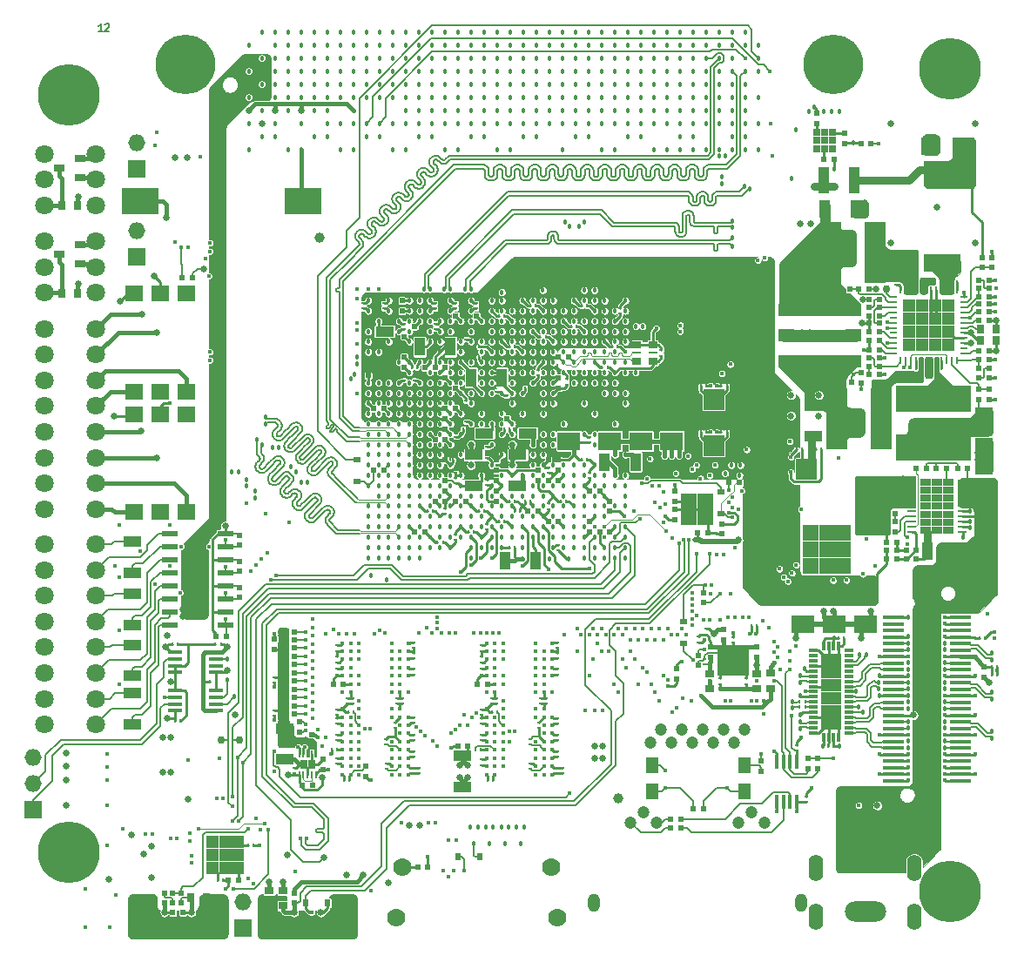
<source format=gbr>
G04 #@! TF.FileFunction,Copper,L12,Bot,Mixed*
%FSLAX46Y46*%
G04 Gerber Fmt 4.6, Leading zero omitted, Abs format (unit mm)*
G04 Created by KiCad (PCBNEW 4.0.6) date Mon May 22 11:22:16 2017*
%MOMM*%
%LPD*%
G01*
G04 APERTURE LIST*
%ADD10C,0.101600*%
%ADD11C,0.127000*%
%ADD12R,1.600000X1.600000*%
%ADD13C,1.200000*%
%ADD14O,1.200000X1.800000*%
%ADD15R,0.300000X0.280000*%
%ADD16R,0.280000X0.300000*%
%ADD17R,1.800000X1.000000*%
%ADD18R,1.000000X1.800000*%
%ADD19R,0.500000X0.500000*%
%ADD20R,2.230000X1.800000*%
%ADD21R,0.800000X0.900000*%
%ADD22R,0.900000X0.800000*%
%ADD23R,0.584200X0.685800*%
%ADD24R,0.685800X0.584200*%
%ADD25R,2.159000X0.406400*%
%ADD26R,0.508000X18.034000*%
%ADD27C,1.778000*%
%ADD28R,1.651000X1.651000*%
%ADD29O,1.651000X1.651000*%
%ADD30R,3.100000X3.300000*%
%ADD31R,2.000000X6.000000*%
%ADD32R,7.300000X2.600000*%
%ADD33R,3.600000X1.800000*%
%ADD34R,1.000000X2.600000*%
%ADD35C,0.762000*%
%ADD36R,0.230000X0.700000*%
%ADD37R,0.750000X0.900000*%
%ADD38R,0.850000X0.280000*%
%ADD39R,1.080000X0.780000*%
%ADD40R,1.300000X1.500000*%
%ADD41R,0.250000X0.700000*%
%ADD42R,0.700000X0.250000*%
%ADD43R,1.287500X1.287500*%
%ADD44R,1.000000X1.250000*%
%ADD45R,0.850000X0.300000*%
%ADD46R,0.300000X0.850000*%
%ADD47R,1.250000X1.250000*%
%ADD48R,1.000000X1.000000*%
%ADD49R,1.500000X0.600000*%
%ADD50R,1.780000X1.520000*%
%ADD51R,1.350000X0.450000*%
%ADD52R,1.000000X0.800000*%
%ADD53R,1.500000X1.500000*%
%ADD54R,0.800000X0.800000*%
%ADD55R,0.450000X1.350000*%
%ADD56R,0.850000X0.650000*%
%ADD57R,0.850000X0.250000*%
%ADD58C,5.800000*%
%ADD59C,1.800000*%
%ADD60R,3.660000X2.600000*%
%ADD61R,3.540000X2.600000*%
%ADD62R,1.500000X1.200000*%
%ADD63C,3.000000*%
%ADD64O,1.400000X2.600000*%
%ADD65O,4.000000X2.000000*%
%ADD66C,6.000000*%
%ADD67C,1.000000*%
%ADD68C,0.635000*%
%ADD69C,0.406400*%
%ADD70C,0.457200*%
%ADD71C,1.270000*%
%ADD72C,0.762000*%
%ADD73C,0.254000*%
%ADD74C,0.165100*%
%ADD75C,0.381000*%
%ADD76C,0.304800*%
%ADD77C,0.508000*%
%ADD78C,0.457200*%
%ADD79C,0.147320*%
%ADD80C,0.152400*%
%ADD81C,0.088900*%
%ADD82C,0.106680*%
G04 APERTURE END LIST*
D10*
D11*
X38582286Y-30755286D02*
X38618572Y-30719000D01*
X38691143Y-30682714D01*
X38872572Y-30682714D01*
X38945143Y-30719000D01*
X38981429Y-30755286D01*
X39017714Y-30827857D01*
X39017714Y-30900429D01*
X38981429Y-31009286D01*
X38546000Y-31444714D01*
X39017714Y-31444714D01*
X38417714Y-31444714D02*
X37982286Y-31444714D01*
X38200000Y-31444714D02*
X38200000Y-30682714D01*
X38127429Y-30791571D01*
X38054857Y-30864143D01*
X37982286Y-30900429D01*
D12*
X95400000Y-78700000D03*
X97000000Y-78700000D03*
X95400000Y-77100000D03*
X97000000Y-77100000D03*
D13*
X91661000Y-100596000D03*
X93693000Y-100596000D03*
X95725000Y-100596000D03*
X97757000Y-100596000D03*
X99789000Y-100596000D03*
X92677000Y-99326000D03*
X94709000Y-99326000D03*
X96741000Y-99326000D03*
X98773000Y-99326000D03*
X100805000Y-99326000D03*
X89723000Y-108346000D03*
X90993000Y-107326000D03*
X92263000Y-108346000D03*
X100203000Y-108346000D03*
X101473000Y-107326000D03*
X102743000Y-108346000D03*
D14*
X86148000Y-116156000D03*
X106318000Y-116156000D03*
D15*
X62200000Y-96765000D03*
X62200000Y-96235000D03*
X66000000Y-103165000D03*
X66000000Y-102635000D03*
D16*
X61835000Y-104200000D03*
X62365000Y-104200000D03*
D15*
X65900000Y-100765000D03*
X65900000Y-100235000D03*
X61200000Y-102135000D03*
X61200000Y-102665000D03*
X66800000Y-98635000D03*
X66800000Y-99165000D03*
X61200000Y-91135000D03*
X61200000Y-91665000D03*
D16*
X61165000Y-101300000D03*
X60635000Y-101300000D03*
D15*
X68600000Y-91835000D03*
X68600000Y-92365000D03*
X61200000Y-97335000D03*
X61200000Y-97865000D03*
X61200000Y-100365000D03*
X61200000Y-99835000D03*
X68600000Y-93435000D03*
X68600000Y-93965000D03*
D16*
X62235000Y-97600000D03*
X62765000Y-97600000D03*
D15*
X61200000Y-98235000D03*
X61200000Y-98765000D03*
X67500000Y-96235000D03*
X67500000Y-96765000D03*
X68600000Y-90835000D03*
X68600000Y-91365000D03*
X62700000Y-96235000D03*
X62700000Y-96765000D03*
X68600000Y-99835000D03*
X68600000Y-100365000D03*
X67000000Y-96765000D03*
X67000000Y-96235000D03*
X61200000Y-93435000D03*
X61200000Y-93965000D03*
X68600000Y-101965000D03*
X68600000Y-101435000D03*
X69100000Y-103035000D03*
X69100000Y-103565000D03*
X61200000Y-92235000D03*
X61200000Y-92765000D03*
X68600000Y-103565000D03*
X68600000Y-103035000D03*
D17*
X73400000Y-104900000D03*
X73400000Y-101900000D03*
D15*
X76200000Y-96765000D03*
X76200000Y-96235000D03*
X80000000Y-103165000D03*
X80000000Y-102635000D03*
D16*
X75835000Y-104200000D03*
X76365000Y-104200000D03*
D15*
X80000000Y-100765000D03*
X80000000Y-100235000D03*
X75200000Y-102235000D03*
X75200000Y-102765000D03*
X80800000Y-98635000D03*
X80800000Y-99165000D03*
X75200000Y-91135000D03*
X75200000Y-91665000D03*
D16*
X75165000Y-101300000D03*
X74635000Y-101300000D03*
D15*
X82600000Y-91835000D03*
X82600000Y-92365000D03*
X75200000Y-97335000D03*
X75200000Y-97865000D03*
X75200000Y-100365000D03*
X75200000Y-99835000D03*
X82600000Y-93435000D03*
X82600000Y-93965000D03*
D16*
X76235000Y-97600000D03*
X76765000Y-97600000D03*
D15*
X75200000Y-98235000D03*
X75200000Y-98765000D03*
X81500000Y-96235000D03*
X81500000Y-96765000D03*
X82600000Y-90835000D03*
X82600000Y-91365000D03*
X76700000Y-96235000D03*
X76700000Y-96765000D03*
X82600000Y-99835000D03*
X82600000Y-100365000D03*
X81000000Y-96765000D03*
X81000000Y-96235000D03*
X75200000Y-93435000D03*
X75200000Y-93965000D03*
X82600000Y-101965000D03*
X82600000Y-101435000D03*
X83100000Y-103035000D03*
X83100000Y-103565000D03*
X75200000Y-92235000D03*
X75200000Y-92765000D03*
X82600000Y-103565000D03*
X82600000Y-103035000D03*
D17*
X56100000Y-102200000D03*
X56100000Y-99200000D03*
D15*
X55100000Y-94765000D03*
X55100000Y-94235000D03*
X55100000Y-97435000D03*
X55100000Y-97965000D03*
X68600000Y-98665000D03*
X68600000Y-98135000D03*
X82600000Y-98765000D03*
X82600000Y-98235000D03*
D17*
X124100000Y-74000000D03*
X124100000Y-77000000D03*
D18*
X118600000Y-82000000D03*
X121600000Y-82000000D03*
D15*
X57000000Y-103565000D03*
X57000000Y-103035000D03*
D19*
X59800000Y-102200000D03*
X59800000Y-103200000D03*
X115443000Y-77300000D03*
X115443000Y-78300000D03*
X115600000Y-81900000D03*
X114600000Y-81900000D03*
X116500000Y-81900000D03*
X117500000Y-81900000D03*
D20*
X106426000Y-89090000D03*
X106426000Y-86170000D03*
X112522000Y-89090000D03*
X112522000Y-86170000D03*
X109474000Y-89090000D03*
X109474000Y-86170000D03*
D17*
X124100000Y-71500000D03*
X124100000Y-68500000D03*
X107500000Y-70800000D03*
X107500000Y-67800000D03*
D18*
X111600000Y-48700000D03*
X108600000Y-48700000D03*
X118500000Y-42600000D03*
X121500000Y-42600000D03*
D19*
X113900000Y-59100000D03*
X112900000Y-59100000D03*
X124600000Y-62500000D03*
X123600000Y-62500000D03*
X112900000Y-57500000D03*
X113900000Y-57500000D03*
X124579000Y-65100000D03*
X123579000Y-65100000D03*
X112900000Y-59800000D03*
X113900000Y-59800000D03*
X124600000Y-63300000D03*
X123600000Y-63300000D03*
D15*
X115500000Y-56065000D03*
X115500000Y-55535000D03*
D16*
X119965000Y-64200000D03*
X119435000Y-64200000D03*
D19*
X124600000Y-57900000D03*
X123600000Y-57900000D03*
X112900000Y-62400000D03*
X113900000Y-62400000D03*
D21*
X125250000Y-60400000D03*
X123750000Y-60400000D03*
D19*
X124600000Y-55600000D03*
X123600000Y-55600000D03*
X113900000Y-64800000D03*
X112900000Y-64800000D03*
D21*
X125250000Y-61500000D03*
X123750000Y-61500000D03*
D19*
X124600000Y-57200000D03*
X123600000Y-57200000D03*
X113900000Y-63200000D03*
X112900000Y-63200000D03*
D16*
X121465000Y-55800000D03*
X120935000Y-55800000D03*
X117435000Y-64200000D03*
X117965000Y-64200000D03*
X106161000Y-97155000D03*
X106691000Y-97155000D03*
X106161000Y-96647000D03*
X106691000Y-96647000D03*
X110465000Y-90400000D03*
X109935000Y-90400000D03*
X108935000Y-100900000D03*
X109465000Y-100900000D03*
D19*
X51600000Y-114000000D03*
X50600000Y-114000000D03*
X46200000Y-117100000D03*
X45200000Y-117100000D03*
D16*
X108265000Y-72100000D03*
X107735000Y-72100000D03*
X105844757Y-72100000D03*
X106374757Y-72100000D03*
X97065000Y-70400000D03*
X96535000Y-70400000D03*
X98535000Y-70400000D03*
X99065000Y-70400000D03*
X97065000Y-65900000D03*
X96535000Y-65900000D03*
X98535000Y-65900000D03*
X99065000Y-65900000D03*
D19*
X51689000Y-80399000D03*
X51689000Y-81399000D03*
X51689000Y-82939000D03*
X51689000Y-83939000D03*
X51689000Y-85479000D03*
X51689000Y-86479000D03*
X49400000Y-90300000D03*
X50400000Y-90300000D03*
D16*
X48835000Y-94700000D03*
X49365000Y-94700000D03*
X45435000Y-98500000D03*
X45965000Y-98500000D03*
X49865000Y-91000000D03*
X49335000Y-91000000D03*
X45135000Y-91000000D03*
X45665000Y-91000000D03*
D17*
X79700000Y-70500000D03*
X79700000Y-67500000D03*
D20*
X83700000Y-71260000D03*
X83700000Y-68340000D03*
D17*
X75500000Y-70500000D03*
X75500000Y-67500000D03*
D20*
X93700000Y-71260000D03*
X93700000Y-68340000D03*
D17*
X65800000Y-60600000D03*
X65800000Y-63600000D03*
D20*
X87700000Y-71260000D03*
X87700000Y-68340000D03*
X90700000Y-71260000D03*
X90700000Y-68340000D03*
D17*
X78700000Y-72600000D03*
X78700000Y-75600000D03*
X74500000Y-72600000D03*
X74500000Y-75600000D03*
D18*
X74200000Y-65100000D03*
X77200000Y-65100000D03*
X80500000Y-82900000D03*
X77500000Y-82900000D03*
X87200000Y-73300000D03*
X90200000Y-73300000D03*
D16*
X79965000Y-77100000D03*
X79435000Y-77100000D03*
X78435000Y-78100000D03*
X78965000Y-78100000D03*
D18*
X69200000Y-62100000D03*
X72200000Y-62100000D03*
D19*
X96200000Y-80200000D03*
X97200000Y-80200000D03*
X94000000Y-78900000D03*
X94000000Y-77900000D03*
X98600000Y-79300000D03*
X98600000Y-80300000D03*
X94000000Y-76100000D03*
X94000000Y-77100000D03*
D15*
X81700000Y-74365000D03*
X81700000Y-73835000D03*
D22*
X55900000Y-116450000D03*
X55900000Y-114950000D03*
D15*
X97100000Y-89535000D03*
X97100000Y-90065000D03*
X96266000Y-90816000D03*
X96266000Y-90286000D03*
D16*
X101992000Y-89281000D03*
X101462000Y-89281000D03*
D15*
X99700000Y-90335000D03*
X99700000Y-90865000D03*
D19*
X107800000Y-40400000D03*
X107800000Y-39400000D03*
D15*
X98425000Y-94880000D03*
X98425000Y-94350000D03*
X100965000Y-94880000D03*
X100965000Y-94350000D03*
D19*
X110500000Y-41300000D03*
X110500000Y-42300000D03*
D15*
X105900000Y-101365000D03*
X105900000Y-100835000D03*
X106800000Y-106365000D03*
X106800000Y-105835000D03*
X96900000Y-92965000D03*
X96900000Y-92435000D03*
D23*
X75055000Y-111700000D03*
X72945000Y-111700000D03*
D24*
X63100000Y-75155000D03*
X63100000Y-73045000D03*
X98500000Y-78355000D03*
X98500000Y-76245000D03*
D23*
X60255000Y-116200000D03*
X58145000Y-116200000D03*
D24*
X94900000Y-90955000D03*
X94900000Y-88845000D03*
D21*
X46950000Y-115700000D03*
X48450000Y-115700000D03*
X35929000Y-48387000D03*
X34429000Y-48387000D03*
X35929000Y-56896000D03*
X34429000Y-56896000D03*
D22*
X54600000Y-114950000D03*
X54600000Y-116450000D03*
X103300000Y-93850000D03*
X103300000Y-95350000D03*
X101981000Y-93865000D03*
X101981000Y-95365000D03*
X97409000Y-95365000D03*
X97409000Y-93865000D03*
D25*
X121758500Y-104293000D03*
X121758500Y-103658000D03*
X121758500Y-103023000D03*
X121758500Y-102388000D03*
X121758500Y-101753000D03*
X121758500Y-101118000D03*
X121758500Y-100483000D03*
X121758500Y-99848000D03*
X121758500Y-99213000D03*
X121758500Y-98578000D03*
X121758500Y-97943000D03*
X121758500Y-97308000D03*
X121758500Y-96673000D03*
X121758500Y-96038000D03*
X121758500Y-95403000D03*
X121758500Y-94768000D03*
X121758500Y-94133000D03*
X121758500Y-93498000D03*
X121758500Y-92863000D03*
X121758500Y-92228000D03*
X121758500Y-91593000D03*
X121758500Y-90958000D03*
X121758500Y-90323000D03*
X121758500Y-89688000D03*
X121758500Y-89053000D03*
X121758500Y-88418000D03*
X115281500Y-104293000D03*
X115281500Y-103658000D03*
X115281500Y-103023000D03*
X115281500Y-102388000D03*
X115281500Y-101753000D03*
X115281500Y-101118000D03*
X115281500Y-100483000D03*
X115281500Y-99848000D03*
X115281500Y-99213000D03*
X115281500Y-98578000D03*
X115281500Y-97943000D03*
X115281500Y-97308000D03*
X115281500Y-96673000D03*
X115281500Y-96038000D03*
X115281500Y-95403000D03*
X115281500Y-94768000D03*
X115281500Y-94133000D03*
X115281500Y-93498000D03*
X115281500Y-92863000D03*
X115281500Y-92228000D03*
X115281500Y-91593000D03*
X115281500Y-90958000D03*
X115281500Y-90323000D03*
X115281500Y-89688000D03*
X115281500Y-89053000D03*
X115281500Y-88418000D03*
D26*
X118520000Y-96355500D03*
D27*
X67500000Y-112700000D03*
X82000000Y-112700000D03*
X82600000Y-117650000D03*
X66900000Y-117650000D03*
D28*
X31600000Y-107140000D03*
D29*
X31600000Y-104600000D03*
X31600000Y-102060000D03*
D28*
X52000000Y-118640000D03*
D29*
X52000000Y-116100000D03*
D28*
X41656000Y-44831000D03*
D29*
X41656000Y-42291000D03*
D28*
X41656000Y-53340000D03*
D29*
X41656000Y-50800000D03*
D30*
X113246000Y-78740000D03*
X102146000Y-78740000D03*
D31*
X113450000Y-52900000D03*
X109150000Y-52900000D03*
D32*
X119200000Y-67150000D03*
X119200000Y-71850000D03*
D33*
X120015000Y-53903000D03*
X120015000Y-44903000D03*
D31*
X114050000Y-69100000D03*
X109750000Y-69100000D03*
D19*
X72700000Y-77100000D03*
X73700000Y-77100000D03*
X70700000Y-77100000D03*
X71700000Y-77100000D03*
X56000000Y-91400000D03*
X57000000Y-91400000D03*
X56000000Y-94600000D03*
X57000000Y-94600000D03*
X56000000Y-93000000D03*
X57000000Y-93000000D03*
X56000000Y-90600000D03*
X57000000Y-90600000D03*
X56000000Y-92200000D03*
X57000000Y-92200000D03*
X56000000Y-96200000D03*
X57000000Y-96200000D03*
X56000000Y-89800000D03*
X57000000Y-89800000D03*
X56000000Y-93800000D03*
X57000000Y-93800000D03*
X56000000Y-97000000D03*
X57000000Y-97000000D03*
X56000000Y-97800000D03*
X57000000Y-97800000D03*
X56000000Y-95400000D03*
X57000000Y-95400000D03*
X57500000Y-98600000D03*
X57500000Y-99600000D03*
X75800000Y-94900000D03*
X74800000Y-94900000D03*
X61800000Y-94900000D03*
X60800000Y-94900000D03*
X58800000Y-104700000D03*
X57800000Y-104700000D03*
X122500000Y-73900000D03*
X121500000Y-73900000D03*
X119400000Y-73900000D03*
X120400000Y-73900000D03*
X118483000Y-73914000D03*
X117483000Y-73914000D03*
X115443000Y-80100000D03*
X115443000Y-79100000D03*
X114600000Y-81100000D03*
X115600000Y-81100000D03*
X102400000Y-102400000D03*
X102400000Y-103400000D03*
X115600000Y-82700000D03*
X114600000Y-82700000D03*
X117500000Y-82700000D03*
X116500000Y-82700000D03*
X95800000Y-107000000D03*
X96800000Y-107000000D03*
X112900000Y-58293000D03*
X113900000Y-58293000D03*
X124600000Y-64200000D03*
X123600000Y-64200000D03*
X110000000Y-56500000D03*
X111000000Y-56500000D03*
X111900000Y-56500000D03*
X112900000Y-56500000D03*
X123600000Y-67200000D03*
X123600000Y-66200000D03*
X124600000Y-66200000D03*
X124600000Y-67200000D03*
X124600000Y-56400000D03*
X123600000Y-56400000D03*
X112900000Y-64000000D03*
X113900000Y-64000000D03*
X123600000Y-58700000D03*
X124600000Y-58700000D03*
X113900000Y-60600000D03*
X112900000Y-60600000D03*
X112900000Y-61500000D03*
X113900000Y-61500000D03*
X123900000Y-53400000D03*
X123900000Y-54400000D03*
X124800000Y-54400000D03*
X124800000Y-53400000D03*
X110200000Y-65500000D03*
X111200000Y-65500000D03*
X112100000Y-64600000D03*
X112100000Y-65600000D03*
X124079000Y-93200000D03*
X124079000Y-94200000D03*
X70000000Y-112700000D03*
X69000000Y-112700000D03*
X65700000Y-74100000D03*
X64700000Y-74100000D03*
X71700000Y-65100000D03*
X71700000Y-64100000D03*
X45200000Y-115200000D03*
X45200000Y-116200000D03*
X46000000Y-116200000D03*
X46000000Y-115200000D03*
D17*
X41275000Y-84050000D03*
X41275000Y-81050000D03*
X41275000Y-89130000D03*
X41275000Y-86130000D03*
X41275000Y-94083000D03*
X41275000Y-91083000D03*
X41275000Y-98782000D03*
X41275000Y-95782000D03*
D19*
X67700000Y-63100000D03*
X67700000Y-64100000D03*
X47100000Y-55400000D03*
X46100000Y-55400000D03*
X96800000Y-86000000D03*
X96800000Y-87000000D03*
X87700000Y-78100000D03*
X87700000Y-77100000D03*
X100300000Y-75300000D03*
X99300000Y-75300000D03*
X82700000Y-73100000D03*
X82700000Y-74100000D03*
X81700000Y-75100000D03*
X82700000Y-75100000D03*
X96266000Y-92083000D03*
X96266000Y-93083000D03*
X107900000Y-103100000D03*
X107900000Y-102100000D03*
X107000000Y-103100000D03*
X107000000Y-102100000D03*
X112100000Y-42300000D03*
X113100000Y-42300000D03*
X94600000Y-108900000D03*
X93600000Y-108900000D03*
X94600000Y-108000000D03*
X93600000Y-108000000D03*
X82700000Y-66100000D03*
X82700000Y-65100000D03*
X83700000Y-63100000D03*
X82700000Y-63100000D03*
D34*
X111500000Y-45900000D03*
X108500000Y-45900000D03*
D35*
X51700000Y-100300000D03*
X114600000Y-56500000D03*
X49900000Y-100300000D03*
D36*
X57500000Y-103750000D03*
X57900000Y-103750000D03*
X58300000Y-103750000D03*
X58700000Y-103750000D03*
X59100000Y-103750000D03*
X57500000Y-101650000D03*
X57900000Y-101650000D03*
X58300000Y-101650000D03*
X58700000Y-101650000D03*
X59100000Y-101650000D03*
D37*
X57925000Y-102700000D03*
X58675000Y-102700000D03*
D38*
X121975000Y-77597000D03*
X121975000Y-78097000D03*
X121975000Y-78597000D03*
X121975000Y-79097000D03*
X121975000Y-79597000D03*
X121975000Y-80097000D03*
X121975000Y-77097000D03*
X121975000Y-76597000D03*
X121975000Y-76097000D03*
X121975000Y-75597000D03*
X121975000Y-75097000D03*
X117025000Y-80097000D03*
X117025000Y-79597000D03*
X117025000Y-79097000D03*
X117025000Y-78597000D03*
X117025000Y-78097000D03*
X117025000Y-77597000D03*
X117025000Y-77097000D03*
X117025000Y-76597000D03*
X117025000Y-76097000D03*
X117025000Y-75597000D03*
X117025000Y-75097000D03*
D39*
X120580000Y-79937000D03*
X119500000Y-79937000D03*
X118420000Y-79937000D03*
X120580000Y-79157000D03*
X120580000Y-78377000D03*
X120580000Y-77597000D03*
X120580000Y-76817000D03*
X120580000Y-76037000D03*
X120580000Y-75257000D03*
X119500000Y-75257000D03*
X119500000Y-76037000D03*
X119500000Y-76817000D03*
X119500000Y-77597000D03*
X119500000Y-78377000D03*
X119500000Y-79157000D03*
X118420000Y-79157000D03*
X118420000Y-78377000D03*
X118420000Y-77597000D03*
X118420000Y-76817000D03*
X118420000Y-76037000D03*
X118420000Y-75257000D03*
D40*
X91800000Y-102830000D03*
X91800000Y-105370000D03*
X100800000Y-102830000D03*
X100800000Y-105370000D03*
D41*
X115950000Y-56600000D03*
X116450000Y-56600000D03*
X116950000Y-56600000D03*
X117450000Y-56600000D03*
X117950000Y-56600000D03*
X118450000Y-56600000D03*
X118950000Y-56600000D03*
X119450000Y-56600000D03*
X119950000Y-56600000D03*
X120450000Y-56600000D03*
X120950000Y-56600000D03*
X121450000Y-56600000D03*
D42*
X122100000Y-57250000D03*
X122100000Y-57750000D03*
X122100000Y-58250000D03*
X122100000Y-58750000D03*
X122100000Y-59250000D03*
X122100000Y-59750000D03*
X122100000Y-60250000D03*
X122100000Y-60750000D03*
X122100000Y-61250000D03*
X122100000Y-61750000D03*
X122100000Y-62250000D03*
X122100000Y-62750000D03*
D41*
X121450000Y-63400000D03*
X120950000Y-63400000D03*
X120450000Y-63400000D03*
X119950000Y-63400000D03*
X119450000Y-63400000D03*
X118950000Y-63400000D03*
X118450000Y-63400000D03*
X117950000Y-63400000D03*
X117450000Y-63400000D03*
X116950000Y-63400000D03*
X116450000Y-63400000D03*
X115950000Y-63400000D03*
D42*
X115300000Y-62750000D03*
X115300000Y-62250000D03*
X115300000Y-61750000D03*
X115300000Y-61250000D03*
X115300000Y-60750000D03*
X115300000Y-60250000D03*
X115300000Y-59750000D03*
X115300000Y-59250000D03*
X115300000Y-58750000D03*
X115300000Y-58250000D03*
X115300000Y-57750000D03*
X115300000Y-57250000D03*
D43*
X120631250Y-61931250D03*
X119343750Y-61931250D03*
X118056250Y-61931250D03*
X116768750Y-61931250D03*
X120631250Y-60643750D03*
X119343750Y-60643750D03*
X118056250Y-60643750D03*
X116768750Y-60643750D03*
X120631250Y-59356250D03*
X119343750Y-59356250D03*
X118056250Y-59356250D03*
X116768750Y-59356250D03*
X120631250Y-58068750D03*
X119343750Y-58068750D03*
X118056250Y-58068750D03*
X116768750Y-58068750D03*
D44*
X109720000Y-97506000D03*
D45*
X110945000Y-95631000D03*
X110945000Y-96131000D03*
X110945000Y-96631000D03*
X110945000Y-97131000D03*
X110945000Y-97631000D03*
X110945000Y-98131000D03*
X110945000Y-98631000D03*
X110945000Y-99131000D03*
X110945000Y-99631000D03*
X110945000Y-95131000D03*
X110945000Y-94631000D03*
X110945000Y-94131000D03*
X110945000Y-93631000D03*
X110945000Y-93131000D03*
X110945000Y-92631000D03*
X110945000Y-92131000D03*
X110945000Y-91631000D03*
X107495000Y-95631000D03*
X107495000Y-95131000D03*
X107495000Y-94631000D03*
X107495000Y-94131000D03*
X107495000Y-93631000D03*
X107495000Y-93131000D03*
X107495000Y-92631000D03*
X107495000Y-92131000D03*
X107495000Y-91631000D03*
X107495000Y-96131000D03*
X107495000Y-96631000D03*
X107495000Y-97131000D03*
X107495000Y-97631000D03*
X107495000Y-98131000D03*
X107495000Y-98631000D03*
X107495000Y-99131000D03*
X107495000Y-99631000D03*
D46*
X109970000Y-100106000D03*
X109470000Y-100106000D03*
X108970000Y-100106000D03*
X108470000Y-100106000D03*
X109970000Y-91156000D03*
X109470000Y-91156000D03*
X108970000Y-91156000D03*
X108470000Y-91156000D03*
D44*
X109720000Y-96256000D03*
X109720000Y-98756000D03*
X108720000Y-98756000D03*
X108720000Y-97506000D03*
X108720000Y-96256000D03*
X108720000Y-95006000D03*
X108720000Y-93756000D03*
X108720000Y-92506000D03*
X109720000Y-92506000D03*
X109720000Y-93756000D03*
X109720000Y-95006000D03*
D47*
X49050000Y-110250000D03*
X49050000Y-112750000D03*
X51550000Y-110250000D03*
X50300000Y-112750000D03*
X49050000Y-111500000D03*
X50300000Y-111500000D03*
X51550000Y-111500000D03*
X50300000Y-110250000D03*
X51550000Y-112750000D03*
D48*
X98300000Y-66700000D03*
X98300000Y-67700000D03*
X97300000Y-67700000D03*
X97300000Y-66700000D03*
X98300000Y-71200000D03*
X98300000Y-72200000D03*
X97300000Y-72200000D03*
X97300000Y-71200000D03*
X106300000Y-73500000D03*
X107300000Y-73500000D03*
X107300000Y-74500000D03*
X106300000Y-74500000D03*
D49*
X44925000Y-89154000D03*
X44925000Y-87884000D03*
X44925000Y-86614000D03*
X44925000Y-85344000D03*
X44925000Y-84074000D03*
X44925000Y-82804000D03*
X44925000Y-81534000D03*
X44925000Y-80264000D03*
X50325000Y-80264000D03*
X50325000Y-81534000D03*
X50325000Y-82804000D03*
X50325000Y-84074000D03*
X50325000Y-85344000D03*
X50325000Y-86614000D03*
X50325000Y-87884000D03*
X50325000Y-89154000D03*
D50*
X41460000Y-56938000D03*
X41460000Y-66462000D03*
X44000000Y-66462000D03*
X46540000Y-66462000D03*
X46540000Y-56938000D03*
X44000000Y-56938000D03*
X41460000Y-68638000D03*
X41460000Y-78162000D03*
X44000000Y-78162000D03*
X46540000Y-78162000D03*
X46540000Y-68638000D03*
X44000000Y-68638000D03*
D51*
X49375000Y-97475000D03*
X49375000Y-96825000D03*
X49375000Y-96175000D03*
X49375000Y-95525000D03*
X45425000Y-97475000D03*
X45425000Y-96825000D03*
X45425000Y-96175000D03*
X45425000Y-95525000D03*
X45425000Y-91825000D03*
X45425000Y-92475000D03*
X45425000Y-93125000D03*
X45425000Y-93775000D03*
X49375000Y-91825000D03*
X49375000Y-92475000D03*
X49375000Y-93125000D03*
X49375000Y-93775000D03*
D12*
X108800000Y-81800000D03*
X110400000Y-81800000D03*
X110400000Y-83400000D03*
X108800000Y-83400000D03*
X107200000Y-83400000D03*
X107200000Y-81800000D03*
X107200000Y-80200000D03*
X108800000Y-80200000D03*
X110400000Y-80200000D03*
D52*
X36179000Y-43754000D03*
X34179000Y-44704000D03*
X36179000Y-45654000D03*
X36179000Y-52136000D03*
X34179000Y-53086000D03*
X36179000Y-54036000D03*
D53*
X98945000Y-93333000D03*
X98945000Y-91833000D03*
X100445000Y-91833000D03*
X100445000Y-93333000D03*
D54*
X109385000Y-42837000D03*
X108585000Y-42837000D03*
X107785000Y-42837000D03*
X107785000Y-42037000D03*
X108585000Y-42037000D03*
X109385000Y-42037000D03*
X109385000Y-41237000D03*
X108585000Y-41237000D03*
X107785000Y-41237000D03*
D55*
X105875000Y-102425000D03*
X105225000Y-102425000D03*
X104575000Y-102425000D03*
X103925000Y-102425000D03*
X105875000Y-106375000D03*
X105225000Y-106375000D03*
X104575000Y-106375000D03*
X103925000Y-106375000D03*
D56*
X90325000Y-61875000D03*
X90325000Y-63525000D03*
X91875000Y-61875000D03*
X91875000Y-63525000D03*
D57*
X90325000Y-62700000D03*
X91875000Y-62700000D03*
D58*
X46454300Y-34616700D03*
X109455700Y-34616700D03*
D59*
X32719000Y-67865000D03*
X32719000Y-65365000D03*
X32719000Y-62865000D03*
X32719000Y-60365000D03*
X32719000Y-70365000D03*
X32719000Y-72865000D03*
X32719000Y-75365000D03*
X32719000Y-77865000D03*
X37719000Y-60365000D03*
X37719000Y-62865000D03*
X37719000Y-65365000D03*
X37719000Y-67865000D03*
X37719000Y-70365000D03*
X37719000Y-72865000D03*
X37719000Y-75365000D03*
X37719000Y-77865000D03*
X32719000Y-88820000D03*
X32719000Y-86320000D03*
X32719000Y-83820000D03*
X32719000Y-81320000D03*
X32719000Y-91320000D03*
X32719000Y-93820000D03*
X32719000Y-96320000D03*
X32719000Y-98820000D03*
X37719000Y-81320000D03*
X37719000Y-83820000D03*
X37719000Y-86320000D03*
X37719000Y-88820000D03*
X37719000Y-91320000D03*
X37719000Y-93820000D03*
X37719000Y-96320000D03*
X37719000Y-98820000D03*
X32719000Y-56856000D03*
X32719000Y-54356000D03*
X32719000Y-51856000D03*
X37719000Y-51856000D03*
X37719000Y-54356000D03*
X37719000Y-56856000D03*
X32719000Y-48347000D03*
X32719000Y-45847000D03*
X32719000Y-43347000D03*
X37719000Y-43347000D03*
X37719000Y-45847000D03*
X37719000Y-48347000D03*
D16*
X124830000Y-93980000D03*
X125360000Y-93980000D03*
X124830000Y-93218000D03*
X125360000Y-93218000D03*
X123635000Y-90400000D03*
X124165000Y-90400000D03*
D15*
X71700000Y-77835000D03*
X71700000Y-78365000D03*
D16*
X75465000Y-78100000D03*
X74935000Y-78100000D03*
X70935000Y-81100000D03*
X71465000Y-81100000D03*
D15*
X72700000Y-80335000D03*
X72700000Y-80865000D03*
X75700000Y-79335000D03*
X75700000Y-79865000D03*
X81700000Y-77335000D03*
X81700000Y-77865000D03*
D16*
X73935000Y-80100000D03*
X74465000Y-80100000D03*
X69935000Y-78100000D03*
X70465000Y-78100000D03*
D15*
X73700000Y-61365000D03*
X73700000Y-60835000D03*
X72700000Y-70835000D03*
X72700000Y-71365000D03*
X73700000Y-67335000D03*
X73700000Y-67865000D03*
X77700000Y-66835000D03*
X77700000Y-67365000D03*
X72700000Y-74365000D03*
X72700000Y-73835000D03*
X73700000Y-69365000D03*
X73700000Y-68835000D03*
D16*
X79435000Y-66100000D03*
X79965000Y-66100000D03*
D15*
X68700000Y-65365000D03*
X68700000Y-64835000D03*
X76700000Y-66435000D03*
X76700000Y-66965000D03*
X75700000Y-75565000D03*
X75700000Y-75035000D03*
X75700000Y-72935000D03*
X75700000Y-73465000D03*
D16*
X74965000Y-62100000D03*
X74435000Y-62100000D03*
D15*
X72700000Y-74835000D03*
X72700000Y-75365000D03*
D16*
X72435000Y-73100000D03*
X72965000Y-73100000D03*
X73435000Y-70100000D03*
X73965000Y-70100000D03*
X77435000Y-70100000D03*
X77965000Y-70100000D03*
D15*
X67700000Y-65365000D03*
X67700000Y-64835000D03*
D16*
X84935000Y-73100000D03*
X85465000Y-73100000D03*
D15*
X75700000Y-71835000D03*
X75700000Y-72365000D03*
D16*
X74965000Y-63100000D03*
X74435000Y-63100000D03*
X77935000Y-81600000D03*
X78465000Y-81600000D03*
D15*
X82700000Y-81865000D03*
X82700000Y-81335000D03*
D16*
X78465000Y-77100000D03*
X77935000Y-77100000D03*
X76935000Y-79100000D03*
X77465000Y-79100000D03*
X82935000Y-77100000D03*
X83465000Y-77100000D03*
D15*
X85700000Y-74865000D03*
X85700000Y-74335000D03*
X92700000Y-62965000D03*
X92700000Y-62435000D03*
D19*
X64000000Y-103900000D03*
X64000000Y-102900000D03*
X72900000Y-100900000D03*
X73900000Y-100900000D03*
X55100000Y-90500000D03*
X55100000Y-91500000D03*
X58700000Y-99800000D03*
X58700000Y-100800000D03*
X124600000Y-59500000D03*
X123600000Y-59500000D03*
X80700000Y-75100000D03*
X80700000Y-74100000D03*
X77700000Y-69100000D03*
X77700000Y-68100000D03*
X67700000Y-61100000D03*
X67700000Y-62100000D03*
X70700000Y-71100000D03*
X70700000Y-72100000D03*
X81700000Y-73100000D03*
X80700000Y-73100000D03*
X71700000Y-73100000D03*
X71700000Y-72100000D03*
X72700000Y-66100000D03*
X72700000Y-67100000D03*
X76700000Y-77100000D03*
X76700000Y-76100000D03*
X72700000Y-68100000D03*
X72700000Y-69100000D03*
X76700000Y-73100000D03*
X76700000Y-72100000D03*
X71700000Y-76100000D03*
X71700000Y-75100000D03*
X72700000Y-59100000D03*
X72700000Y-60100000D03*
X64200000Y-64900000D03*
X64200000Y-63900000D03*
X74700000Y-59100000D03*
X74700000Y-60100000D03*
X67500000Y-57600000D03*
X67500000Y-58600000D03*
X68700000Y-60100000D03*
X69700000Y-60100000D03*
X69700000Y-64100000D03*
X70700000Y-64100000D03*
X71700000Y-69100000D03*
X71700000Y-68100000D03*
X71700000Y-71100000D03*
X71700000Y-70100000D03*
X79700000Y-78100000D03*
X80700000Y-78100000D03*
X82700000Y-79100000D03*
X81700000Y-79100000D03*
X65700000Y-68100000D03*
X64700000Y-68100000D03*
X69700000Y-80100000D03*
X68700000Y-80100000D03*
X86700000Y-80100000D03*
X87700000Y-80100000D03*
X85700000Y-79100000D03*
X85700000Y-80100000D03*
X85700000Y-76100000D03*
X86700000Y-76100000D03*
X94200000Y-93400000D03*
X94200000Y-94400000D03*
X98800000Y-89600000D03*
X98800000Y-90600000D03*
X102000000Y-92300000D03*
X102000000Y-91300000D03*
X108500000Y-43900000D03*
X109500000Y-43900000D03*
X97500000Y-92300000D03*
X97500000Y-91300000D03*
X44400000Y-115200000D03*
X44400000Y-116200000D03*
X76700000Y-74100000D03*
X76700000Y-75100000D03*
X57000000Y-115200000D03*
X57000000Y-116200000D03*
D15*
X70700000Y-59835000D03*
X70700000Y-60365000D03*
D16*
X68965000Y-64100000D03*
X68435000Y-64100000D03*
D15*
X70700000Y-57835000D03*
X70700000Y-58365000D03*
X67700000Y-59835000D03*
X67700000Y-60365000D03*
X72700000Y-57835000D03*
X72700000Y-58365000D03*
X65700000Y-57835000D03*
X65700000Y-58365000D03*
X74700000Y-57835000D03*
X74700000Y-58365000D03*
X63700000Y-57835000D03*
X63700000Y-58365000D03*
D16*
X85465000Y-58100000D03*
X84935000Y-58100000D03*
X79935000Y-58100000D03*
X80465000Y-58100000D03*
X83935000Y-60100000D03*
X84465000Y-60100000D03*
X76935000Y-59100000D03*
X77465000Y-59100000D03*
D15*
X88700000Y-58335000D03*
X88700000Y-58865000D03*
D16*
X80935000Y-61100000D03*
X81465000Y-61100000D03*
X87935000Y-62100000D03*
X88465000Y-62100000D03*
X77935000Y-62100000D03*
X78465000Y-62100000D03*
D15*
X85700000Y-71365000D03*
X85700000Y-70835000D03*
D16*
X87465000Y-64100000D03*
X86935000Y-64100000D03*
D15*
X83500000Y-65765000D03*
X83500000Y-65235000D03*
X80700000Y-64335000D03*
X80700000Y-64865000D03*
D60*
X57870000Y-47900000D03*
D61*
X42070000Y-47900000D03*
D62*
X104850000Y-58500000D03*
X104850000Y-61000000D03*
X104850000Y-63500000D03*
X111350000Y-58500000D03*
X111350000Y-61000000D03*
X111350000Y-63500000D03*
D16*
X52535000Y-110600000D03*
X53065000Y-110600000D03*
X49535000Y-114000000D03*
X50065000Y-114000000D03*
D63*
X112522000Y-110998000D03*
D64*
X107772000Y-117498000D03*
X107772000Y-112798000D03*
X117272000Y-117498000D03*
X117272000Y-112798000D03*
D65*
X112522000Y-116998000D03*
D66*
X120810000Y-115090000D03*
X35080000Y-111280000D03*
X120810000Y-35080000D03*
X35080000Y-37620000D03*
D67*
X88500000Y-106000000D03*
X59500000Y-51500000D03*
D68*
X44700000Y-90200000D03*
D69*
X64500000Y-104200000D03*
X99900000Y-81600004D03*
X113500000Y-83400000D03*
X101300002Y-90000000D03*
X48800000Y-52000000D03*
D68*
X119400000Y-41800000D03*
X119400000Y-42500000D03*
X112500000Y-48100000D03*
X112500000Y-49300000D03*
D69*
X112100000Y-66200000D03*
D68*
X112300000Y-57500000D03*
X113600000Y-56500000D03*
X124700000Y-72400000D03*
X124700000Y-73100000D03*
X123500000Y-73100000D03*
X123500000Y-72400000D03*
X112200000Y-59800000D03*
D69*
X112400000Y-62400000D03*
X114400000Y-64800000D03*
X114400000Y-63200000D03*
D68*
X108000000Y-68800000D03*
X105300000Y-66800000D03*
X108000000Y-66800000D03*
D69*
X124800000Y-52800000D03*
X125200000Y-67200000D03*
X125200000Y-57900000D03*
X125200000Y-57200000D03*
X125200000Y-55600000D03*
X125200000Y-65100000D03*
X125200000Y-63300000D03*
D68*
X125300000Y-62500000D03*
X125300000Y-59500000D03*
D69*
X107315000Y-105029000D03*
D68*
X36000000Y-47500000D03*
X36000000Y-56000000D03*
D69*
X43600000Y-41200000D03*
X125349000Y-93599000D03*
X120269000Y-94107000D03*
X123189079Y-94107556D03*
X120269000Y-96012000D03*
X123190000Y-96012000D03*
X123190000Y-97917000D03*
X120269000Y-97917000D03*
X123190000Y-99822000D03*
X120269000Y-99822000D03*
X123190000Y-101727000D03*
X120269000Y-101727000D03*
X116713000Y-101727000D03*
X113919000Y-101727000D03*
X116713000Y-99822000D03*
X113919000Y-99822000D03*
D68*
X117221000Y-97917000D03*
D70*
X116713000Y-96012000D03*
X113919000Y-96012000D03*
X116713000Y-94107000D03*
X113919000Y-94107000D03*
D69*
X125100000Y-89800000D03*
D68*
X45000000Y-94700000D03*
X50500000Y-93600000D03*
D69*
X72800000Y-110100000D03*
D68*
X68199984Y-108600000D03*
D69*
X70699998Y-108400000D03*
X71500000Y-113000000D03*
X36700000Y-118500000D03*
X39100000Y-118500000D03*
D68*
X34800000Y-106700000D03*
X34800000Y-104200000D03*
X34800000Y-102900000D03*
X51300000Y-97900000D03*
D69*
X57100000Y-113100000D03*
X38800000Y-110600000D03*
D68*
X43100000Y-110700000D03*
X39000000Y-113900000D03*
X43100000Y-113700000D03*
D69*
X40300000Y-109000000D03*
X49734776Y-102126117D03*
D68*
X44200000Y-100100000D03*
X45000000Y-100100000D03*
X56300000Y-111500000D03*
X47000000Y-117100000D03*
X50300000Y-79500000D03*
D69*
X43500000Y-85200000D03*
X45900000Y-86000000D03*
X48700000Y-81500000D03*
X42000000Y-82000000D03*
X46000000Y-81500000D03*
X44900000Y-67600000D03*
X44900000Y-79400000D03*
X48700000Y-55200002D03*
X48800000Y-62600000D03*
D68*
X43400006Y-55200000D03*
X46600000Y-43700000D03*
D70*
X94400000Y-72700000D03*
D69*
X109400000Y-102100000D03*
X103700000Y-101400000D03*
X103900000Y-107300000D03*
X99100000Y-105000000D03*
X106300000Y-100100000D03*
D68*
X123200000Y-40400000D03*
X115000000Y-40400000D03*
X123200000Y-52000000D03*
X115000000Y-52000000D03*
X119500000Y-48500000D03*
X113700000Y-106700000D03*
X106200000Y-50100000D03*
X107200000Y-50100000D03*
X105300000Y-68800000D03*
X73900000Y-104000000D03*
X73100000Y-104000000D03*
D69*
X72300000Y-101100000D03*
X87000000Y-97500000D03*
X86200000Y-97500000D03*
D68*
X86200000Y-102100000D03*
X87000000Y-102100000D03*
D69*
X60600000Y-101700000D03*
X55100000Y-95200000D03*
X55100000Y-90000000D03*
X55100000Y-98400000D03*
X59300000Y-100100000D03*
D68*
X55900000Y-114100000D03*
X54600000Y-114100000D03*
D69*
X64500000Y-115000000D03*
D68*
X62100000Y-113500000D03*
X59600000Y-117100000D03*
D70*
X93000000Y-72700000D03*
X93700000Y-72700000D03*
D68*
X105800000Y-90400000D03*
X108500000Y-87800000D03*
X109400000Y-87800000D03*
X112100000Y-90400000D03*
X113100000Y-87800000D03*
D69*
X93800000Y-80700000D03*
X52400000Y-77300000D03*
D70*
X75200000Y-66600000D03*
X79200000Y-77600000D03*
X73200000Y-74600000D03*
D68*
X74200000Y-73600000D03*
X74200000Y-71600000D03*
D70*
X65200000Y-62600000D03*
X66200000Y-61600000D03*
D69*
X62500000Y-98900000D03*
D68*
X78200000Y-73600000D03*
D70*
X77200000Y-74600000D03*
D68*
X78200000Y-71600000D03*
D70*
X71200000Y-61600000D03*
X75200000Y-69600000D03*
X88200000Y-72600000D03*
X76200000Y-69600000D03*
X78200000Y-69600000D03*
X77200000Y-70600000D03*
X80200000Y-71600000D03*
D69*
X106300004Y-77900000D03*
D70*
X79000000Y-110400000D03*
X77500000Y-110400000D03*
X76000000Y-110400000D03*
X74500000Y-110400000D03*
D69*
X100200000Y-77900000D03*
X112300000Y-84200000D03*
X93300000Y-95100000D03*
X104267000Y-93472000D03*
X94742000Y-96266000D03*
X102616000Y-97790000D03*
X95631000Y-96520000D03*
X98425000Y-86106000D03*
D70*
X66200000Y-78600000D03*
X64200000Y-82600000D03*
X67200000Y-81600000D03*
X82200000Y-76600000D03*
X89200000Y-77600000D03*
X86200000Y-78600000D03*
X87200000Y-81600000D03*
X72200000Y-76600000D03*
D69*
X87600006Y-91700000D03*
X70200000Y-80600000D03*
D70*
X73200000Y-79600000D03*
X76200000Y-78600000D03*
X74200000Y-82600000D03*
X77200000Y-81600000D03*
X83200000Y-79600000D03*
X80200000Y-80600000D03*
X83700000Y-82700000D03*
D69*
X75700000Y-97300000D03*
X82100000Y-90900000D03*
X82100000Y-92500000D03*
X82100000Y-94100000D03*
X75700000Y-90900000D03*
X75700000Y-92500000D03*
X75700000Y-94100000D03*
X81300000Y-97300000D03*
X82100000Y-98900000D03*
X82100000Y-100500000D03*
X81300000Y-100500000D03*
X82100000Y-101300000D03*
X80500000Y-102900000D03*
X82100000Y-102900000D03*
X75700000Y-103700000D03*
X75700000Y-102900000D03*
X76500000Y-101300000D03*
X76500000Y-100500000D03*
X75700000Y-99700000D03*
X76500000Y-98900000D03*
X75700000Y-98900000D03*
X61700000Y-97300000D03*
X68100000Y-90900000D03*
X68100000Y-92500000D03*
X68100000Y-94100000D03*
X67300000Y-97300000D03*
X66500000Y-102900000D03*
X68100000Y-101300000D03*
X67300000Y-100500000D03*
X68100000Y-100500000D03*
X68100000Y-98900000D03*
X68100000Y-102900000D03*
X61700000Y-90900000D03*
X61700000Y-92500000D03*
X61700000Y-94100000D03*
X61700000Y-98900000D03*
X61700000Y-99700000D03*
X61700000Y-103700000D03*
X61700000Y-102900000D03*
X62500000Y-100500000D03*
X62500000Y-101300000D03*
D70*
X60198000Y-41656000D03*
X76200000Y-75600000D03*
X85200000Y-75600000D03*
X88200000Y-74600000D03*
X72200000Y-73600000D03*
X76200000Y-73600000D03*
X81200000Y-73600000D03*
X84200000Y-72600000D03*
X77200000Y-72600000D03*
X73200000Y-72600000D03*
X72200000Y-71600000D03*
X76200000Y-71600000D03*
X73200000Y-70600000D03*
X72200000Y-69600000D03*
X74200000Y-69600000D03*
X83200000Y-69600000D03*
X86200000Y-68600000D03*
X79200000Y-68600000D03*
X77200000Y-68600000D03*
X75200000Y-68600000D03*
X73200000Y-68600000D03*
X78200000Y-67600000D03*
X74200000Y-67600000D03*
X67200000Y-59600000D03*
X69200000Y-59600000D03*
X71200000Y-59600000D03*
X65200000Y-59600000D03*
X64200000Y-57600000D03*
X66200000Y-57600000D03*
X68200000Y-57600000D03*
X70200000Y-57600000D03*
X72200000Y-57600000D03*
X89200000Y-67600000D03*
X73200000Y-59600000D03*
X75200000Y-59600000D03*
X74200000Y-57600000D03*
X76199718Y-57600000D03*
X76200000Y-58600000D03*
X76199718Y-59600000D03*
X76199718Y-60600000D03*
X76200000Y-61600000D03*
X74200000Y-61600000D03*
X70200000Y-61600000D03*
X68200000Y-61600000D03*
X64200000Y-61600000D03*
X70200000Y-64600000D03*
X67200000Y-63600000D03*
X69200000Y-63600000D03*
X70200000Y-63600000D03*
X71200000Y-63600000D03*
X72200000Y-63600000D03*
X73200000Y-63600000D03*
X75200000Y-63600000D03*
X73200000Y-66600000D03*
X76200000Y-65600000D03*
X82200000Y-66600000D03*
X77200000Y-66600000D03*
X79200000Y-66600000D03*
X78200000Y-65600000D03*
X85200000Y-65600000D03*
X76200000Y-63600000D03*
X76200000Y-62600000D03*
X81200000Y-63600000D03*
X88200000Y-64600000D03*
X87200000Y-61600000D03*
X84200000Y-62600000D03*
X77200000Y-61600000D03*
X80200000Y-60600000D03*
X83200000Y-59600000D03*
X86200000Y-58600000D03*
X89200000Y-57600000D03*
X79200000Y-57600000D03*
X70200000Y-65600000D03*
X69200000Y-65600000D03*
X68200000Y-65600000D03*
X67200000Y-65600000D03*
X66200000Y-65600000D03*
X65200000Y-65600000D03*
X64200000Y-65600000D03*
X68200000Y-74600000D03*
X69200000Y-77600000D03*
X65200000Y-75600000D03*
X70200000Y-70600000D03*
X64200000Y-72600000D03*
X67200000Y-71600000D03*
X69200000Y-67600000D03*
X66200000Y-68600000D03*
X98298000Y-40386000D03*
X86868000Y-42926000D03*
X88138000Y-42926000D03*
X61468000Y-42926000D03*
X93218000Y-32766000D03*
X53848000Y-31496000D03*
X57658000Y-31496000D03*
X61468000Y-31496000D03*
X65278000Y-31496000D03*
X69088000Y-31496000D03*
X72898000Y-31496000D03*
X76708000Y-31496000D03*
X80518000Y-31496000D03*
X84328000Y-31496000D03*
X88138000Y-31496000D03*
X91948000Y-31496000D03*
X95758000Y-31496000D03*
X52578000Y-42926000D03*
X56388000Y-42926000D03*
X57658000Y-42926000D03*
X62738000Y-42926000D03*
X66548000Y-42926000D03*
X67818000Y-42926000D03*
X71628000Y-42926000D03*
X72898000Y-42926000D03*
X76708000Y-42926000D03*
X77978000Y-42926000D03*
X83058000Y-42926000D03*
X91948000Y-42926000D03*
X93218000Y-42926000D03*
X97028000Y-42926000D03*
X98298000Y-42926000D03*
X102108000Y-42926000D03*
X100838000Y-41656000D03*
X99568000Y-41656000D03*
X95758000Y-41656000D03*
X94488000Y-41656000D03*
X90678000Y-41656000D03*
X89408000Y-41656000D03*
X85598000Y-41656000D03*
X84328000Y-41656000D03*
X80518000Y-41656000D03*
X79248000Y-41656000D03*
X75438000Y-41656000D03*
X74168000Y-41656000D03*
X70358000Y-41656000D03*
X69088000Y-41656000D03*
X65278000Y-41656000D03*
X64008000Y-41656000D03*
X58928000Y-41656000D03*
X55118000Y-41656000D03*
X53848000Y-41656000D03*
X52578000Y-40386000D03*
X55118000Y-40386000D03*
X57658000Y-40386000D03*
X60198000Y-40386000D03*
X61468000Y-40386000D03*
X62738000Y-40386000D03*
X66548000Y-40386000D03*
X67818000Y-40386000D03*
X71628000Y-40386000D03*
X72898000Y-40386000D03*
X76708000Y-40386000D03*
X77978000Y-40386000D03*
X81788000Y-40386000D03*
X83058000Y-40386000D03*
X86868000Y-40386000D03*
X88138000Y-40386000D03*
X91948000Y-40386000D03*
X93218000Y-40386000D03*
X97028000Y-40386000D03*
X102108000Y-40386000D03*
X100838000Y-39116000D03*
X99568000Y-39116000D03*
X95758000Y-39116000D03*
X94488000Y-39116000D03*
X90678000Y-39116000D03*
X86868000Y-39116000D03*
X83058000Y-39116000D03*
X79248000Y-39116000D03*
X75438000Y-39116000D03*
X71628000Y-39116000D03*
X67818000Y-39116000D03*
X58928000Y-39116000D03*
X56388000Y-39116000D03*
X53848000Y-39116000D03*
X52578000Y-37846000D03*
X55118000Y-37846000D03*
X58928000Y-37846000D03*
X62738000Y-37846000D03*
X66548000Y-37846000D03*
X70358000Y-37846000D03*
X74168000Y-37846000D03*
X77978000Y-37846000D03*
X81788000Y-37846000D03*
X85598000Y-37846000D03*
X89408000Y-37846000D03*
X93218000Y-37846000D03*
X97028000Y-37846000D03*
X98298000Y-37846000D03*
X102108000Y-37846000D03*
X100838000Y-36576000D03*
X99568000Y-36576000D03*
X95758000Y-36576000D03*
X84328000Y-36576000D03*
X80518000Y-36576000D03*
X76708000Y-36576000D03*
X72898000Y-36576000D03*
X69088000Y-36576000D03*
X65278000Y-36576000D03*
X61468000Y-36576000D03*
X57658000Y-36576000D03*
X53848000Y-36576000D03*
X52578000Y-35306000D03*
X55118000Y-35306000D03*
X58928000Y-35306000D03*
X62738000Y-35306000D03*
X66548000Y-35306000D03*
X70358000Y-35306000D03*
X74168000Y-35306000D03*
X77978000Y-35306000D03*
X81788000Y-35306000D03*
X85598000Y-35306000D03*
X89408000Y-35306000D03*
X93218000Y-35306000D03*
X88138000Y-36576000D03*
X91948000Y-36576000D03*
X97028000Y-35306000D03*
X98298000Y-35306000D03*
X102108000Y-35306000D03*
X99568000Y-34036000D03*
X95758000Y-34036000D03*
X91948000Y-34036000D03*
X88138000Y-34036000D03*
X84328000Y-34036000D03*
X80518000Y-34036000D03*
X76708000Y-34036000D03*
X72898000Y-34036000D03*
X69088000Y-34036000D03*
X65278000Y-34036000D03*
X61468000Y-34036000D03*
X57658000Y-34036000D03*
X53848000Y-34036000D03*
X52578000Y-32766000D03*
X55118000Y-32766000D03*
X58928000Y-32766000D03*
X62738000Y-32766000D03*
X66548000Y-32766000D03*
X70358000Y-32766000D03*
X74168000Y-32766000D03*
X77978000Y-32766000D03*
X81788000Y-32766000D03*
X85598000Y-32766000D03*
X89408000Y-32766000D03*
X97028000Y-32766000D03*
X98298000Y-32766000D03*
X102108000Y-32766000D03*
X100838000Y-31496000D03*
X99568000Y-31496000D03*
X77200000Y-69600000D03*
D68*
X44600000Y-49500000D03*
X42400000Y-111400000D03*
X112100000Y-68400000D03*
X111400000Y-68400000D03*
X112100000Y-70500000D03*
X112100000Y-69800000D03*
X112100000Y-69100000D03*
X111400000Y-70500000D03*
X111400000Y-69800000D03*
X111400000Y-69100000D03*
D69*
X122100000Y-56800000D03*
D68*
X73900000Y-102800000D03*
X73100000Y-102800000D03*
X86200000Y-100900000D03*
X87000000Y-100900000D03*
D69*
X57400000Y-101000000D03*
D70*
X74200000Y-77600000D03*
X77200000Y-76600000D03*
D69*
X71200000Y-78600000D03*
D70*
X75200000Y-80600000D03*
X81200000Y-78600000D03*
X78200000Y-79600000D03*
X72200000Y-81600000D03*
X79200000Y-82700000D03*
X82200000Y-81600000D03*
D69*
X76500000Y-95700000D03*
X82100000Y-91700000D03*
X82100000Y-93300000D03*
X81300000Y-95700000D03*
X75700000Y-91700000D03*
X75700000Y-93300000D03*
X81300000Y-98100000D03*
X82100000Y-99700000D03*
X81300000Y-101300000D03*
X82100000Y-102100000D03*
X81300000Y-102900000D03*
X82100000Y-103700000D03*
X76500000Y-103700000D03*
X75700000Y-102100000D03*
X75700000Y-101300000D03*
X75700000Y-100500000D03*
X77300000Y-98900000D03*
X75700000Y-98100000D03*
X62500000Y-95700000D03*
X68100000Y-91700000D03*
X68100000Y-93300000D03*
X67300000Y-95700000D03*
X67300000Y-101300000D03*
X68100000Y-99700000D03*
X67300000Y-98100000D03*
X67300000Y-102900000D03*
X68100000Y-102100000D03*
X68100000Y-103700000D03*
X61700000Y-91700000D03*
X61700000Y-93300000D03*
X63300000Y-98900000D03*
X62500000Y-103700000D03*
X61700000Y-102100000D03*
X61700000Y-98100000D03*
X61700000Y-101300000D03*
X61700000Y-100500000D03*
D68*
X58100000Y-100300000D03*
D69*
X60300000Y-103200000D03*
X76500000Y-94100000D03*
X82100000Y-98100000D03*
X68100000Y-98100000D03*
X62500000Y-94100000D03*
D70*
X78200000Y-77600000D03*
X80200000Y-77600000D03*
D68*
X124700000Y-76100000D03*
X123500000Y-76100000D03*
X122500000Y-82600000D03*
X120700000Y-82600000D03*
X119200004Y-105900004D03*
X119200000Y-105200000D03*
X119200000Y-104500000D03*
X119200004Y-103100000D03*
X119200000Y-102400000D03*
X119200000Y-101700000D03*
X119200002Y-99800000D03*
X119200000Y-97900000D03*
X119200000Y-96000000D03*
X119200000Y-94100000D03*
X119200000Y-90300000D03*
X119199996Y-88400000D03*
X119200000Y-87000000D03*
X119200000Y-86300000D03*
X118500000Y-86300000D03*
X117800000Y-86300000D03*
X118500000Y-87000000D03*
X117800000Y-87000000D03*
X118500000Y-105900018D03*
X117800000Y-105900000D03*
X117800000Y-105200000D03*
X117800000Y-104500000D03*
X117800000Y-103100000D03*
X117800000Y-102400000D03*
X117800000Y-101700000D03*
X117800000Y-99800000D03*
X117800000Y-88400000D03*
X117800000Y-90300000D03*
X117800000Y-94100000D03*
X117800000Y-96000000D03*
X118700000Y-64900000D03*
X118700000Y-64200000D03*
X119000000Y-55700000D03*
X118200000Y-55700000D03*
X122800004Y-61700000D03*
X124587000Y-94742006D03*
D69*
X72000000Y-110100000D03*
D68*
X69200004Y-108600000D03*
X44200000Y-103500000D03*
X45000000Y-103500000D03*
D69*
X93100000Y-103300000D03*
D68*
X66200000Y-114200000D03*
D69*
X116586000Y-81280000D03*
D70*
X122700000Y-78100000D03*
D68*
X59700000Y-104000000D03*
X100200000Y-80900000D03*
X122900000Y-46300000D03*
X122900000Y-45600000D03*
X122900000Y-44900000D03*
X122900000Y-44200000D03*
X122200000Y-44200000D03*
X122200000Y-44900000D03*
X122200000Y-45600000D03*
X122200000Y-46300000D03*
D69*
X98600000Y-64700000D03*
X112649000Y-80772000D03*
X124400000Y-88100000D03*
D68*
X46700000Y-106100000D03*
X44500000Y-91300000D03*
X44700000Y-98200000D03*
X48200000Y-54500000D03*
X34800000Y-101600000D03*
X41200000Y-109600000D03*
D69*
X53600000Y-110600000D03*
X44900000Y-83408802D03*
X39600000Y-83400000D03*
D68*
X45400000Y-43700000D03*
D69*
X105900000Y-107300000D03*
X103649802Y-92837000D03*
D70*
X109500000Y-90392800D03*
X106600000Y-93400000D03*
X106200000Y-96000000D03*
X106200000Y-97900000D03*
X108400000Y-100900000D03*
X110000000Y-100900000D03*
D69*
X98100000Y-65895182D03*
X98100000Y-70395180D03*
X50300000Y-114800000D03*
X58000000Y-101000000D03*
D68*
X56400000Y-103700000D03*
D69*
X92200000Y-60300000D03*
X105300000Y-72800000D03*
X96500000Y-80900000D03*
X96000000Y-80900000D03*
X110700000Y-84800000D03*
X94700000Y-92700000D03*
D70*
X109474000Y-44831000D03*
X111378996Y-42291000D03*
X89200000Y-82600000D03*
X88200000Y-79600000D03*
X85200000Y-80600000D03*
X72200000Y-70600000D03*
X72200000Y-68600000D03*
X111633000Y-95631000D03*
X73200000Y-64600000D03*
X72200000Y-64600000D03*
X71200000Y-64600000D03*
X74200000Y-63600000D03*
X62738000Y-39116000D03*
D68*
X57658000Y-39116000D03*
X55118000Y-39116000D03*
X53848000Y-40386000D03*
X52578000Y-39116000D03*
X116205000Y-74930000D03*
X103300000Y-61200000D03*
X103000000Y-69100000D03*
X104000000Y-69100000D03*
D71*
X104500000Y-81100000D03*
X102600000Y-81100002D03*
D68*
X104800000Y-77700000D03*
X104800000Y-78400000D03*
X104800000Y-79100000D03*
X104817400Y-79800000D03*
X104100000Y-79800000D03*
X104100000Y-79100000D03*
X104100000Y-78400000D03*
X104100000Y-77700000D03*
X73200000Y-71600000D03*
X66200000Y-62600000D03*
X79200000Y-71600000D03*
X77200000Y-71600000D03*
D70*
X76200000Y-68600000D03*
X79200000Y-73600000D03*
X80200000Y-66600000D03*
X76200000Y-74600000D03*
X74200000Y-74600000D03*
X73200000Y-73600000D03*
X75200000Y-73600000D03*
X77200000Y-73600000D03*
X76200000Y-72600000D03*
X72200000Y-72600000D03*
X75200000Y-71600000D03*
X74200000Y-70600000D03*
X73200000Y-69600000D03*
X79200000Y-69600000D03*
X78200000Y-68600000D03*
X74200000Y-68600000D03*
X77200000Y-67600000D03*
X73200000Y-67600000D03*
X69200000Y-60600000D03*
X73200000Y-60600000D03*
X75200000Y-60600000D03*
X68200000Y-62600000D03*
X70200000Y-62600000D03*
X74200000Y-62600000D03*
X69200000Y-64600000D03*
X65200000Y-64600000D03*
X67200000Y-64600000D03*
D69*
X96900000Y-90600000D03*
X97400000Y-94600000D03*
X101900000Y-90000000D03*
X99700000Y-89900000D03*
D68*
X117100000Y-69400000D03*
X117800000Y-69400000D03*
X118500000Y-69400000D03*
X117100000Y-70100000D03*
X117800000Y-70100000D03*
X118500000Y-70100000D03*
X119200000Y-69400000D03*
X119200000Y-70100000D03*
D70*
X64200000Y-60600000D03*
D68*
X101981000Y-93091000D03*
D69*
X101981000Y-94615000D03*
D70*
X64200000Y-58600000D03*
X71200000Y-60600000D03*
X67200000Y-60600000D03*
X70200000Y-58600000D03*
X68200000Y-58600000D03*
X66200000Y-58600000D03*
X72200000Y-58600000D03*
X74200000Y-58600000D03*
X64200000Y-62600000D03*
X68200000Y-63600000D03*
D69*
X105400000Y-98000000D03*
X105300000Y-74300000D03*
X101000000Y-72100000D03*
D68*
X110600000Y-51100000D03*
X111300000Y-51100000D03*
X111300000Y-51800000D03*
X111300000Y-52500000D03*
X111300000Y-53200000D03*
X111300000Y-53900000D03*
X110600000Y-53900000D03*
D69*
X116900000Y-64100000D03*
D70*
X75200000Y-74600000D03*
X79200000Y-74600000D03*
X75200000Y-65600000D03*
X76200000Y-64600000D03*
X71200000Y-62600000D03*
D69*
X99400000Y-86100000D03*
X100500006Y-76100000D03*
X99300000Y-78200000D03*
X99300000Y-76000000D03*
X99300000Y-77200000D03*
X94000000Y-75500000D03*
X93100000Y-77400000D03*
X93100000Y-78600000D03*
D68*
X97790000Y-89997898D03*
D70*
X107600000Y-38800000D03*
X87200000Y-76600000D03*
X84200000Y-77600000D03*
X73200000Y-75600000D03*
X77200000Y-75600000D03*
X83200000Y-74600000D03*
X80200000Y-74600000D03*
X86200000Y-73600000D03*
X72200000Y-66600000D03*
X73200000Y-65600000D03*
X74200000Y-66600000D03*
X76200000Y-66600000D03*
X78200000Y-66600000D03*
X78200000Y-70600000D03*
D69*
X55100000Y-103400000D03*
D68*
X48300000Y-87600000D03*
X47600000Y-87600000D03*
X46900000Y-87600000D03*
X46200000Y-87600000D03*
X46200000Y-88300000D03*
X48300000Y-88300000D03*
X47600000Y-88300000D03*
X46900000Y-88300000D03*
X50500000Y-91300000D03*
D70*
X65200000Y-80600000D03*
X68200000Y-79600000D03*
X69200000Y-82600000D03*
X70200000Y-75600000D03*
X64200000Y-77600000D03*
X67200000Y-76600000D03*
X69200000Y-72600000D03*
X66200000Y-73600000D03*
X65200000Y-70600000D03*
X68200000Y-69600000D03*
X67200000Y-66600000D03*
X64200000Y-67600000D03*
D68*
X53848000Y-35306000D03*
X53848000Y-37846000D03*
X52578000Y-36576000D03*
X52578000Y-34036000D03*
D69*
X125200000Y-58700000D03*
X114700000Y-61700000D03*
D68*
X122800000Y-60677697D03*
D70*
X69200000Y-58600000D03*
X105410000Y-97231200D03*
X69200000Y-57600000D03*
X105410000Y-96570800D03*
D68*
X44400000Y-117100000D03*
X107100000Y-60700000D03*
X106400000Y-60700000D03*
X109500004Y-61300000D03*
X108800000Y-61300000D03*
X108100000Y-61300000D03*
X107400000Y-61300000D03*
X106700000Y-61300000D03*
X106000002Y-61300000D03*
D69*
X97500000Y-65895188D03*
X97506444Y-70395183D03*
X89200000Y-62600000D03*
D70*
X85200000Y-67600000D03*
X89200000Y-72600000D03*
X82200000Y-71600000D03*
X85200000Y-70600000D03*
X88200000Y-69600000D03*
X81200000Y-68600000D03*
X87200000Y-66600000D03*
X80200000Y-65600000D03*
X83200000Y-64600000D03*
X79200000Y-62600000D03*
X86200000Y-63600000D03*
X82200000Y-61600000D03*
X85200000Y-60600000D03*
X81200000Y-58600000D03*
X88200000Y-59600000D03*
X84200000Y-57600000D03*
X78200000Y-59600000D03*
X82200000Y-74600000D03*
D68*
X57000000Y-117100000D03*
D69*
X96100000Y-82200000D03*
X96520000Y-96012000D03*
X102616000Y-96520000D03*
X98425000Y-95377000D03*
X100965000Y-95377000D03*
X97409000Y-93091000D03*
D70*
X98298000Y-43561000D03*
X97028000Y-39116000D03*
D69*
X94550000Y-60000000D03*
D70*
X75200000Y-61600000D03*
X98933000Y-43561000D03*
X98298000Y-39116000D03*
X75200000Y-62600000D03*
D69*
X94550000Y-60600000D03*
X68200000Y-77600000D03*
X73500000Y-113000000D03*
D70*
X64200000Y-75600000D03*
X102108000Y-34036000D03*
D69*
X114700000Y-60300000D03*
X105200000Y-71300000D03*
X98100000Y-82300000D03*
X72000000Y-113600000D03*
X43200000Y-109500000D03*
X51500000Y-102000000D03*
X51000000Y-108200000D03*
D70*
X88200000Y-81600000D03*
D69*
X114700000Y-59700000D03*
X109900000Y-72900000D03*
X98800000Y-82300000D03*
X72500000Y-113000002D03*
X42500000Y-109500000D03*
X52000000Y-102500000D03*
X51600000Y-108200000D03*
D70*
X89200000Y-79600000D03*
D69*
X99400000Y-63800000D03*
X89096756Y-78603244D03*
D70*
X60198000Y-39116000D03*
D69*
X103300000Y-40400000D03*
X99600000Y-78700000D03*
X90800000Y-75400000D03*
D70*
X85200000Y-82600000D03*
D69*
X97400000Y-82200000D03*
X58700000Y-117100000D03*
X95758000Y-92583006D03*
X97000000Y-85300000D03*
D70*
X85200000Y-79600000D03*
D68*
X49600000Y-117300000D03*
X48800000Y-117300000D03*
X48300000Y-118700000D03*
X43100000Y-118700000D03*
X41700000Y-117300000D03*
X42600000Y-117300000D03*
X63700000Y-113500000D03*
X55200000Y-117300000D03*
X54300000Y-117300000D03*
X55700000Y-118700000D03*
X60899986Y-118700000D03*
X61400000Y-117300000D03*
X62300000Y-117300000D03*
D69*
X116713000Y-104267000D03*
X123190000Y-103632000D03*
X120269000Y-103632000D03*
X113919000Y-103632000D03*
X116713000Y-103632000D03*
X116713000Y-102997000D03*
X116713000Y-102362000D03*
D70*
X120269000Y-101092000D03*
X116713000Y-101092000D03*
X120269000Y-100457000D03*
X116713000Y-100457000D03*
X112268000Y-97663000D03*
X111887000Y-97155000D03*
X120269000Y-97282000D03*
X116713000Y-97282000D03*
X120269000Y-96647000D03*
X116713000Y-96647000D03*
X113871798Y-95377000D03*
X113871776Y-94742000D03*
X120269000Y-93472000D03*
X116713000Y-93472000D03*
X120269000Y-92837000D03*
X116713000Y-92837000D03*
X112606278Y-92067004D03*
X111945878Y-92067004D03*
X116713000Y-90297000D03*
X116713000Y-88392000D03*
D69*
X120269000Y-102997000D03*
X120269000Y-104267000D03*
X120269000Y-102362000D03*
X120269000Y-90297000D03*
D70*
X120269000Y-90932000D03*
X116713000Y-90932000D03*
D69*
X105800000Y-91200000D03*
X102100000Y-53700000D03*
X120269000Y-89026998D03*
X100838000Y-34036000D03*
X91800000Y-75600000D03*
D70*
X65278000Y-40386000D03*
D69*
X86200000Y-79600000D03*
X120269000Y-88391992D03*
X105200000Y-91700000D03*
X102752255Y-53431700D03*
X120269000Y-89662015D03*
X103251000Y-35306000D03*
X92500000Y-75600000D03*
D70*
X64008000Y-40386000D03*
D69*
X87200000Y-80600000D03*
D70*
X120269000Y-98552000D03*
X116713000Y-98552000D03*
X124841000Y-99491800D03*
X124841000Y-100152200D03*
X120269000Y-99187000D03*
X116713000Y-99187000D03*
X124841000Y-96342200D03*
X120269000Y-94742000D03*
X116713000Y-94742000D03*
X120269000Y-95377000D03*
X116713000Y-95377000D03*
X124841000Y-95681800D03*
X124841000Y-92532200D03*
X124841000Y-91871800D03*
X120269000Y-91567000D03*
X116713000Y-91567000D03*
D69*
X70000000Y-111700000D03*
D70*
X68200000Y-82600000D03*
X79355600Y-108800000D03*
X74144400Y-108800000D03*
X69200000Y-79600000D03*
X74855600Y-108800000D03*
X69200000Y-78600000D03*
X68200000Y-80600000D03*
X75644400Y-108800000D03*
X69200000Y-80600000D03*
X76355600Y-108800000D03*
X68200000Y-81600000D03*
X77144400Y-108800000D03*
X69200000Y-81600000D03*
X77855600Y-108800000D03*
X67200000Y-82600000D03*
X78644400Y-108800000D03*
D69*
X125300000Y-56400000D03*
X122700000Y-59300000D03*
X93200000Y-80000000D03*
X87200000Y-79600000D03*
D70*
X99600000Y-49900000D03*
X100838000Y-42926000D03*
X71600000Y-56500000D03*
X72200000Y-60600000D03*
X100838000Y-37846000D03*
X87200000Y-64600000D03*
X99600000Y-50500000D03*
X72200000Y-56500000D03*
X72200000Y-59600000D03*
X99568000Y-42926000D03*
X99568000Y-37846000D03*
X87200000Y-63600000D03*
X86200000Y-62600000D03*
X98298000Y-36576000D03*
X87200000Y-62600000D03*
X97028000Y-36576000D03*
X99600000Y-51500000D03*
X73600000Y-56500000D03*
X74200000Y-60600000D03*
X95758000Y-40386000D03*
X100800000Y-46500000D03*
X95758000Y-42926000D03*
X69600000Y-56500000D03*
X70200000Y-60600000D03*
X95758000Y-37846000D03*
X81200000Y-67600000D03*
X62900000Y-64800000D03*
X67200000Y-68600000D03*
X95758000Y-35306000D03*
X95758000Y-32766000D03*
X83200000Y-60600000D03*
X99600000Y-52300000D03*
X74200000Y-56500000D03*
X74200000Y-59600000D03*
X94488000Y-40386000D03*
X101318835Y-46707534D03*
X94488000Y-42926000D03*
X70200000Y-56500000D03*
X70200000Y-59600000D03*
X94488000Y-37846000D03*
X82200000Y-67600000D03*
X94488000Y-36576000D03*
X85200000Y-57600000D03*
X62500000Y-65200000D03*
X66200000Y-67600000D03*
X94488000Y-35306000D03*
X94488000Y-34036000D03*
X70200000Y-66600000D03*
X94488000Y-32766000D03*
X84200000Y-60600000D03*
X94488000Y-31496000D03*
X83200000Y-58600000D03*
X63098350Y-63119000D03*
X67200000Y-69600000D03*
X93218000Y-39116000D03*
X93218000Y-36576000D03*
X85200000Y-56600000D03*
X93218000Y-34036000D03*
X69200000Y-66600000D03*
X93218000Y-31496000D03*
X84200000Y-58600000D03*
X63098350Y-63754000D03*
X66200000Y-69600000D03*
X91948000Y-39116000D03*
X91948000Y-37846000D03*
X88200000Y-66600000D03*
X91948000Y-35306000D03*
X68200000Y-67600000D03*
X91948000Y-32766000D03*
X81200000Y-64600000D03*
X90678000Y-40386000D03*
X65200000Y-66600000D03*
X90678000Y-37846000D03*
X89200000Y-66600000D03*
X87200000Y-65600000D03*
X90678000Y-36576000D03*
X90678000Y-35306000D03*
X68200000Y-66600000D03*
X90678000Y-34036000D03*
X70200000Y-68600000D03*
X90678000Y-32766000D03*
X82200000Y-64600000D03*
X90678000Y-31496000D03*
X86200000Y-65600000D03*
X89408000Y-40386000D03*
X66200000Y-66600000D03*
X89408000Y-39116000D03*
X65200000Y-67600000D03*
X88200000Y-65600000D03*
X89408000Y-36576000D03*
X89408000Y-34036000D03*
X70200000Y-67600000D03*
X89408000Y-31496000D03*
X86200000Y-64600000D03*
X88138000Y-39116000D03*
X64200000Y-66600000D03*
X81200000Y-66600000D03*
X88138000Y-37846000D03*
X88138000Y-35306000D03*
X69200000Y-69600000D03*
X84200000Y-65600000D03*
X88138000Y-32766000D03*
X81200000Y-65600000D03*
X86868000Y-37846000D03*
X90200000Y-64600000D03*
X86868000Y-36576000D03*
X86868000Y-35306000D03*
X69200000Y-68600000D03*
X86868000Y-34036000D03*
X71200000Y-69600000D03*
X85200000Y-64600000D03*
X86868000Y-32766000D03*
X86868000Y-31496000D03*
X88200000Y-63600000D03*
X83347780Y-49946780D03*
X85181220Y-49946780D03*
X85598000Y-40386000D03*
X69200000Y-71600000D03*
X85598000Y-39116000D03*
X68200000Y-68600000D03*
X89200000Y-64600000D03*
X85598000Y-36576000D03*
X85598000Y-34036000D03*
X70200000Y-69600000D03*
X89200000Y-63600000D03*
X85598000Y-31496000D03*
X83784220Y-50383220D03*
X84744780Y-50383220D03*
X69200000Y-70600000D03*
X84328000Y-40386000D03*
X84328000Y-39116000D03*
X67200000Y-67600000D03*
X80200000Y-64600000D03*
X84328000Y-37846000D03*
X71200000Y-72600000D03*
X84328000Y-35306000D03*
X88200000Y-62600000D03*
X84328000Y-32766000D03*
X80200000Y-63600000D03*
X83058000Y-37846000D03*
X78200000Y-64600000D03*
X83058000Y-36576000D03*
X71200000Y-71600000D03*
X83058000Y-35306000D03*
X83058000Y-34036000D03*
X70200000Y-73600000D03*
X89200000Y-61600000D03*
X83058000Y-32766000D03*
X90866704Y-60090600D03*
X79200000Y-61600000D03*
X83058000Y-31496000D03*
X81788000Y-39116000D03*
X65200000Y-68600000D03*
X79200000Y-64600000D03*
X81788000Y-36576000D03*
X81788000Y-34036000D03*
X69200000Y-73600000D03*
X90219004Y-60090600D03*
X79200000Y-60600000D03*
X81788000Y-31496000D03*
X80518000Y-40386000D03*
X65200000Y-69600000D03*
X80518000Y-39116000D03*
X64200000Y-68600000D03*
X80518000Y-37846000D03*
X88200000Y-58600000D03*
X80518000Y-35306000D03*
X70200000Y-74600000D03*
X88200000Y-61600000D03*
X80518000Y-32766000D03*
X79248000Y-40386000D03*
X64200000Y-69600000D03*
X79248000Y-37846000D03*
X89200000Y-58600000D03*
X89200000Y-60600000D03*
X79248000Y-36576000D03*
X79248000Y-35306000D03*
X69200000Y-74600000D03*
X79248000Y-34036000D03*
X71200000Y-74600000D03*
X88200000Y-60600000D03*
X79248000Y-32766000D03*
X87200000Y-60600000D03*
X79248000Y-31496000D03*
X54241700Y-68961000D03*
X77978000Y-39116000D03*
X66200000Y-76600000D03*
X89200000Y-59600000D03*
X77978000Y-36576000D03*
X77978000Y-34036000D03*
X71200000Y-75600000D03*
X87200000Y-59600000D03*
X77978000Y-31496000D03*
X54229000Y-69596000D03*
X76708000Y-39116000D03*
X66200000Y-77600000D03*
X76708000Y-37846000D03*
X87200000Y-58600000D03*
X76708000Y-35306000D03*
X64200000Y-71600000D03*
X86200000Y-60600000D03*
X76708000Y-32766000D03*
X67200000Y-79600000D03*
X53900000Y-71600000D03*
X75438000Y-40386000D03*
X75438000Y-37846000D03*
X87200000Y-57600000D03*
X86200000Y-57600000D03*
X75438000Y-36576000D03*
X75438000Y-35306000D03*
X64200000Y-70600000D03*
X75438000Y-34036000D03*
X70200000Y-72600000D03*
X86200000Y-59600000D03*
X75438000Y-32766000D03*
X75438000Y-31496000D03*
X85200000Y-62600000D03*
X67200000Y-80600000D03*
X53385082Y-71114918D03*
X74168000Y-40386000D03*
X74168000Y-39116000D03*
X68200000Y-73600000D03*
X86200000Y-56600000D03*
X74168000Y-36576000D03*
X74168000Y-34036000D03*
X70200000Y-71600000D03*
X74168000Y-31496000D03*
X86200000Y-61600000D03*
X72898000Y-39116000D03*
X68200000Y-72600000D03*
X72898000Y-37846000D03*
X84200000Y-59600000D03*
X72897992Y-35306000D03*
X71200000Y-76600000D03*
X72898000Y-32766000D03*
X84200000Y-61600000D03*
X71628000Y-37846000D03*
X85200000Y-59600000D03*
X83200000Y-62600000D03*
X71628000Y-36576000D03*
X71628000Y-35306000D03*
X70200000Y-76600000D03*
X71628000Y-34036000D03*
X65200000Y-76600000D03*
X71628000Y-32766000D03*
X85200000Y-61600000D03*
X71628000Y-31496000D03*
X84200000Y-64600000D03*
X98552000Y-46228000D03*
X100838000Y-40386000D03*
X70358000Y-40386000D03*
X65200000Y-74600000D03*
X70358000Y-39116000D03*
X67200000Y-77600000D03*
X83200000Y-61600000D03*
X70358000Y-36576000D03*
X70358000Y-34036000D03*
X65200000Y-77600000D03*
X70358000Y-31496000D03*
X85200000Y-63600000D03*
X98552000Y-45593000D03*
X99568000Y-40386000D03*
X69088000Y-40386000D03*
X64200000Y-74600000D03*
X69088000Y-39116000D03*
X67200000Y-78600000D03*
X82200000Y-60600000D03*
X69088000Y-37846000D03*
X51608918Y-74222640D03*
X67200000Y-73600000D03*
X69088000Y-35306000D03*
X82200000Y-63600000D03*
X69088000Y-32766000D03*
X82200000Y-59600000D03*
X67818000Y-37846000D03*
X67818000Y-36576000D03*
X82200000Y-58600000D03*
X50961218Y-74222640D03*
X67200000Y-72600000D03*
X67818000Y-35306000D03*
X69200000Y-75600000D03*
X67818000Y-34036000D03*
X82200000Y-62600000D03*
X67818000Y-32766000D03*
X81200000Y-60600000D03*
X67818000Y-31496000D03*
D69*
X38800000Y-103000000D03*
X47700000Y-108958150D03*
X54100000Y-108500000D03*
X63100000Y-57400000D03*
X65200000Y-56500000D03*
D70*
X71200000Y-68600000D03*
X66548000Y-36576000D03*
X82200000Y-57600000D03*
X68200000Y-75600000D03*
X66548000Y-34036000D03*
X81200000Y-59600000D03*
X66548000Y-31496000D03*
X81185650Y-56600000D03*
X65278000Y-37846000D03*
X69200000Y-76600000D03*
X65278000Y-35306000D03*
X65278000Y-32766000D03*
X80200000Y-62600000D03*
D69*
X46900006Y-110200000D03*
X38800000Y-104200000D03*
X53303244Y-107996756D03*
D70*
X81200000Y-57600000D03*
X64008000Y-37846000D03*
X64008000Y-36576000D03*
X80200000Y-58600000D03*
X68200000Y-76600000D03*
X64008000Y-35306000D03*
X54889004Y-71880404D03*
X65200000Y-72600000D03*
X64008000Y-34036000D03*
X64008000Y-32766000D03*
X81200000Y-62600000D03*
X64008000Y-31496000D03*
X78200000Y-63600000D03*
X62738000Y-36576000D03*
X80200000Y-57600000D03*
X55500000Y-71900000D03*
X65200000Y-71600000D03*
X62738000Y-34036000D03*
X62738000Y-31496000D03*
X79200000Y-63600000D03*
D69*
X46900000Y-109400000D03*
X38800000Y-101700000D03*
X53700000Y-109100000D03*
X63100000Y-56500000D03*
X71200000Y-67600000D03*
D70*
X79200000Y-59600000D03*
X61468000Y-37846000D03*
X66200000Y-74600000D03*
X56642000Y-73787000D03*
X61468000Y-35306000D03*
X78200000Y-58600000D03*
X61468000Y-32766000D03*
X80200000Y-59600000D03*
X60198000Y-37846000D03*
X80200000Y-61600000D03*
X60198000Y-36576000D03*
X57150000Y-74295000D03*
X66200000Y-75600000D03*
X60198000Y-35306000D03*
X58293000Y-75311000D03*
X66200000Y-72600000D03*
X60198000Y-34036000D03*
X79200000Y-58600000D03*
X60198000Y-32766000D03*
X77200000Y-59600000D03*
X60198000Y-31496000D03*
X81200000Y-61600000D03*
X58928000Y-36576000D03*
X57658000Y-75311000D03*
X66200000Y-71600000D03*
X58928000Y-34036000D03*
X77200000Y-58600000D03*
X58928000Y-31496000D03*
X77200000Y-56800000D03*
X57658000Y-37846000D03*
X52324000Y-74987150D03*
X57658000Y-35306000D03*
X65200000Y-73600000D03*
X57658000Y-32766000D03*
X77200000Y-60600000D03*
X77200000Y-57600000D03*
X56388000Y-37846000D03*
X77200000Y-63600000D03*
X56388000Y-36576000D03*
X52324000Y-75634850D03*
X56388000Y-35306000D03*
X64200000Y-73600000D03*
X53213000Y-76130150D03*
X67200000Y-74600000D03*
X56388000Y-34036000D03*
X56388000Y-32766000D03*
X78200000Y-60600000D03*
X56388000Y-31496000D03*
X78200000Y-62600000D03*
X77200000Y-62600000D03*
X55118000Y-36576000D03*
X53213000Y-76777850D03*
X67200000Y-75600000D03*
X55118000Y-34036000D03*
X55118000Y-31496000D03*
X78200000Y-61600000D03*
D69*
X38800000Y-106700000D03*
X54500000Y-109100000D03*
X51100000Y-114800000D03*
X63100000Y-66600000D03*
D70*
X72200000Y-67600000D03*
D68*
X107600000Y-46500000D03*
X109500000Y-46500000D03*
X43600000Y-60700000D03*
X42200000Y-58900000D03*
X42100000Y-70299996D03*
X43600000Y-72900000D03*
D69*
X98933000Y-96520000D03*
X101473000Y-96520000D03*
X99441000Y-96520000D03*
X101981004Y-96520000D03*
X113800000Y-42300000D03*
X105800000Y-83300000D03*
D70*
X84200000Y-79600000D03*
D69*
X111900000Y-106700000D03*
X95300000Y-72700000D03*
D70*
X71200000Y-70600000D03*
D69*
X54200000Y-78300000D03*
D70*
X71200000Y-73600000D03*
D69*
X56500000Y-79200000D03*
D70*
X72200000Y-77600000D03*
X71200000Y-77600000D03*
D69*
X91300000Y-90600000D03*
X58800000Y-94200000D03*
X91300000Y-93700000D03*
X80500000Y-93300000D03*
X66500000Y-93300000D03*
D70*
X80200000Y-78600000D03*
D69*
X58800000Y-91800000D03*
X86900000Y-91700000D03*
X86900000Y-89500000D03*
X77300000Y-92500000D03*
X63300000Y-92500000D03*
D70*
X80200000Y-76600000D03*
D69*
X89700000Y-90600000D03*
X58100000Y-91400000D03*
X89700000Y-91700000D03*
X80500000Y-92500000D03*
X66500000Y-92500000D03*
D70*
X77200000Y-77600000D03*
D69*
X58100000Y-94600000D03*
X90900000Y-93300000D03*
X90900000Y-89500000D03*
X81300000Y-93300000D03*
X67300000Y-93300000D03*
D70*
X79200000Y-78600000D03*
D69*
X58800000Y-92600000D03*
X86100000Y-92500000D03*
X86100000Y-89500000D03*
X76500000Y-92500000D03*
X62500000Y-92500000D03*
D70*
X78200000Y-76600000D03*
D69*
X58100000Y-93000000D03*
X90100000Y-92500000D03*
X90100000Y-89500000D03*
X81300000Y-92500000D03*
X67300000Y-92500000D03*
D70*
X77200000Y-78600000D03*
D69*
X58800000Y-90200000D03*
X86500000Y-90900000D03*
X86500000Y-90100000D03*
X76500000Y-91700000D03*
X62500000Y-91700000D03*
D70*
X79200000Y-76600000D03*
D69*
X58100000Y-90600000D03*
X94700000Y-89500000D03*
X81300000Y-91700000D03*
X67300000Y-91700000D03*
D70*
X81200000Y-77600000D03*
D69*
X58800000Y-88600000D03*
X84900000Y-90100000D03*
X76500000Y-90900000D03*
X62500000Y-90900000D03*
D70*
X74200000Y-76600000D03*
D69*
X58100000Y-92200000D03*
X84500000Y-91700000D03*
X84500000Y-89500000D03*
X80500000Y-91700000D03*
X66500000Y-91700000D03*
D70*
X73200000Y-76600000D03*
D69*
X90500000Y-90600000D03*
X58100000Y-96200000D03*
X90500000Y-94900000D03*
X77300000Y-94900000D03*
X63300000Y-94900000D03*
D70*
X78200000Y-78600000D03*
D69*
X58800000Y-91000000D03*
X77300000Y-91700000D03*
X63300000Y-91700000D03*
D70*
X82200000Y-77600000D03*
D69*
X58800000Y-95000000D03*
X85700000Y-94100000D03*
X85700000Y-90100000D03*
X77300000Y-94100000D03*
X63300000Y-94100000D03*
D70*
X76200000Y-76600000D03*
D69*
X58100000Y-89800000D03*
X87300000Y-90100000D03*
X80500000Y-90900000D03*
X66500000Y-90900000D03*
D70*
X81200000Y-76600000D03*
D69*
X58800000Y-89400000D03*
X77300000Y-90900000D03*
X63300000Y-90900000D03*
D70*
X75200000Y-76600000D03*
D69*
X58800000Y-95800000D03*
X93300000Y-89500000D03*
X93300000Y-94500000D03*
X81300000Y-94100000D03*
X67300000Y-94100000D03*
D70*
X73200000Y-78600000D03*
D69*
X88900000Y-90100000D03*
X58800000Y-93400000D03*
X88900000Y-92500000D03*
X76500000Y-93300000D03*
X62500000Y-93300000D03*
D70*
X74200000Y-78600000D03*
D69*
X58100000Y-93800000D03*
X89300000Y-93300000D03*
X89300000Y-89500000D03*
X80500000Y-94100000D03*
X66500000Y-94100000D03*
D70*
X75200000Y-78600000D03*
D69*
X58800000Y-96600000D03*
X91700000Y-89500000D03*
X91700010Y-94900000D03*
X80500000Y-95700000D03*
X66500000Y-95700000D03*
D70*
X70200000Y-79600000D03*
D69*
X58100000Y-97000000D03*
X88500000Y-95700000D03*
X88500000Y-89500000D03*
X75700000Y-95700000D03*
X61700000Y-95700000D03*
D70*
X73200000Y-77600000D03*
D69*
X58100000Y-97800000D03*
X88100000Y-94900000D03*
X88100000Y-90100000D03*
X81300000Y-94900000D03*
X67300000Y-94900000D03*
D70*
X70200000Y-77600000D03*
D69*
X92100000Y-90600000D03*
X58800000Y-97400000D03*
X92100000Y-95700000D03*
X82100000Y-95700000D03*
X68100000Y-95700000D03*
D70*
X70200000Y-78600000D03*
D69*
X58800000Y-98200000D03*
X92500000Y-89500000D03*
X92500000Y-96500000D03*
X80500000Y-97300000D03*
X66500000Y-97300000D03*
D70*
X72200000Y-79600000D03*
D69*
X92900000Y-90600000D03*
X58100000Y-95400000D03*
X92900000Y-94100000D03*
X80500000Y-94900000D03*
X66500000Y-94900000D03*
D70*
X72200000Y-78600000D03*
D69*
X58100000Y-98807900D03*
X77300000Y-96500000D03*
X94206545Y-97193455D03*
X94293197Y-90100892D03*
X63300000Y-96500000D03*
D70*
X76200000Y-77600000D03*
D69*
X58100000Y-99392100D03*
X77300000Y-97300000D03*
X93793455Y-97606545D03*
X93708997Y-90100892D03*
X63300000Y-97300000D03*
D70*
X75200000Y-77600000D03*
D69*
X95100000Y-90100000D03*
D70*
X82200000Y-78600000D03*
D69*
X76500000Y-94900000D03*
X62500000Y-94900000D03*
X116586000Y-80645000D03*
D70*
X122047000Y-80645006D03*
X122700000Y-79700000D03*
X122700000Y-79100000D03*
D69*
X105200000Y-92600000D03*
X102400000Y-101700000D03*
D70*
X81200000Y-71600000D03*
D69*
X55100000Y-101400000D03*
X83800000Y-105500000D03*
X46700000Y-102299990D03*
X93100000Y-105000000D03*
X111400000Y-64800000D03*
X116300000Y-64100000D03*
X125100000Y-90400000D03*
X106700000Y-95600000D03*
X106700000Y-95600000D03*
X48800000Y-63400002D03*
X63100000Y-61800000D03*
D70*
X72200000Y-65600000D03*
D69*
X52500000Y-109000000D03*
X49500000Y-106000000D03*
X45600000Y-109900000D03*
X50100000Y-106000000D03*
X45000000Y-109900000D03*
X48400000Y-53500000D03*
X63100000Y-59800000D03*
D70*
X75200000Y-64600000D03*
D69*
X36700000Y-114800000D03*
X47000000Y-111600000D03*
X39700000Y-115400000D03*
X47000000Y-112300000D03*
D68*
X40100000Y-57700000D03*
X39500000Y-68800000D03*
D70*
X68200000Y-64600000D03*
D69*
X90600000Y-78800000D03*
D70*
X88200000Y-80600000D03*
D69*
X46000000Y-52400000D03*
X54700000Y-84800000D03*
D70*
X89200000Y-80600000D03*
D69*
X105400000Y-84100000D03*
D70*
X85200000Y-81600000D03*
D69*
X104600000Y-84500000D03*
D70*
X86200000Y-81600000D03*
D69*
X44400000Y-96200000D03*
X45400000Y-51900000D03*
X104200000Y-83700000D03*
D70*
X84200000Y-80600000D03*
D69*
X109400000Y-84800000D03*
D70*
X87200000Y-82600000D03*
D69*
X105000000Y-84900000D03*
D70*
X86200000Y-82600000D03*
X105400000Y-45700000D03*
X87200000Y-78600000D03*
D69*
X96100000Y-88200000D03*
D70*
X89200000Y-75600000D03*
D69*
X97409000Y-88646000D03*
D70*
X83200000Y-78600000D03*
D69*
X97600000Y-85300000D03*
X98425000Y-88646000D03*
D70*
X84200000Y-74600000D03*
D69*
X96901000Y-91567000D03*
X103700000Y-94600000D03*
X105156000Y-93472000D03*
D70*
X82200000Y-65600000D03*
X84200000Y-63600000D03*
X83200000Y-63600000D03*
D69*
X95700000Y-87200000D03*
X99187000Y-88392000D03*
D70*
X84200000Y-76600000D03*
D69*
X95700000Y-86600000D03*
X99822000Y-88392000D03*
D70*
X81200000Y-75600000D03*
D69*
X97500000Y-86100000D03*
X100584000Y-88392000D03*
D70*
X84200000Y-75600000D03*
D69*
X101219000Y-88392000D03*
D70*
X82200000Y-73600000D03*
D69*
X51000000Y-105800000D03*
X52500000Y-113800000D03*
D70*
X89200000Y-81600000D03*
D69*
X51000000Y-106800000D03*
X53000006Y-114300000D03*
D70*
X88200000Y-82600000D03*
X50500000Y-92500000D03*
X72200000Y-75600000D03*
X51200000Y-96100000D03*
X65200000Y-79600000D03*
D69*
X58200000Y-109900000D03*
X94900000Y-80900000D03*
X57600000Y-109900000D03*
X95408003Y-80900000D03*
D70*
X98900000Y-74400000D03*
X89200000Y-74600000D03*
D69*
X96774000Y-88646000D03*
D70*
X89200000Y-76600000D03*
X100399998Y-73600000D03*
X88200000Y-75600000D03*
X100300000Y-74600000D03*
X88200000Y-77600000D03*
X109220000Y-39243000D03*
X87200000Y-74600000D03*
X108458004Y-39243000D03*
X87200000Y-75600000D03*
D69*
X90000000Y-78100000D03*
D70*
X87200000Y-77600000D03*
X105791000Y-41021000D03*
X86200000Y-74600000D03*
D69*
X94100000Y-74400000D03*
D70*
X86200000Y-75600000D03*
D69*
X92900000Y-76200000D03*
D70*
X86200000Y-76600000D03*
D69*
X92600000Y-77700000D03*
D70*
X86200000Y-77600000D03*
D69*
X46700000Y-52400000D03*
X55200000Y-84300000D03*
D70*
X86200000Y-80600000D03*
X99500000Y-73600000D03*
X85200000Y-73600000D03*
D69*
X103500000Y-43500000D03*
D70*
X109982000Y-39243000D03*
X85200000Y-74600000D03*
X85200000Y-76600000D03*
D69*
X99600000Y-76699998D03*
X97400000Y-74600000D03*
X92099992Y-77200000D03*
D70*
X85200000Y-77600000D03*
D69*
X96499988Y-74900000D03*
X92900000Y-79200000D03*
X85200000Y-78600000D03*
D70*
X107061000Y-39243000D03*
X84200000Y-73600000D03*
D69*
X102600000Y-88700000D03*
X95699998Y-89200000D03*
D70*
X84200000Y-78600000D03*
X84200000Y-81600000D03*
D69*
X80500000Y-103700000D03*
X104013000Y-92329000D03*
D70*
X83200000Y-73600000D03*
D69*
X104013000Y-91313000D03*
X95700000Y-86000000D03*
D70*
X83200000Y-75600000D03*
D69*
X103632000Y-91821000D03*
X95700000Y-87800000D03*
D70*
X83200000Y-76600000D03*
D69*
X95700000Y-88600000D03*
X103124000Y-89408000D03*
D70*
X83200000Y-77600000D03*
X83200000Y-80600000D03*
D69*
X80500000Y-101300000D03*
D70*
X83200000Y-81600000D03*
D69*
X77300000Y-102900000D03*
X83300000Y-90100000D03*
X81300000Y-102100000D03*
X103632000Y-90805000D03*
D70*
X82200000Y-75600000D03*
X82200000Y-79600000D03*
D69*
X81300000Y-103700000D03*
D70*
X82200000Y-80600000D03*
D69*
X77300000Y-102100000D03*
D70*
X81787250Y-82700000D03*
D69*
X80500000Y-102100000D03*
X91600000Y-73000000D03*
D70*
X81200000Y-72600000D03*
D69*
X91300000Y-74900000D03*
D70*
X81200000Y-74600000D03*
D69*
X85700000Y-83700000D03*
X85300000Y-97500000D03*
D70*
X81200000Y-79600000D03*
D69*
X76500000Y-102900000D03*
D70*
X81200000Y-80600000D03*
D69*
X77300000Y-101300000D03*
X77900000Y-100500000D03*
X76900000Y-89900000D03*
X76500000Y-102100000D03*
X76300000Y-89900000D03*
X97900000Y-73600000D03*
D70*
X80200000Y-72600000D03*
D69*
X96100000Y-73600000D03*
D70*
X80200000Y-73600000D03*
D69*
X95700000Y-74000000D03*
X99600000Y-77700000D03*
D70*
X80200000Y-75600000D03*
D69*
X81750000Y-83710000D03*
D70*
X80200000Y-79600000D03*
D69*
X80500000Y-100500000D03*
X75700000Y-89900000D03*
X77300000Y-100500000D03*
X75100000Y-89900000D03*
X74699994Y-97700000D03*
X80500000Y-98100000D03*
X74500000Y-89900000D03*
X79200000Y-83400000D03*
D70*
X79200000Y-79600000D03*
D69*
X74300000Y-98100000D03*
X76500000Y-98100000D03*
X78408003Y-99500000D03*
D70*
X79200000Y-80600000D03*
D69*
X77900000Y-99500000D03*
D70*
X79200000Y-81600000D03*
X78200000Y-80600000D03*
D69*
X73900000Y-98900000D03*
X77300000Y-98100000D03*
X72700000Y-89900000D03*
X72700000Y-99300000D03*
X77300000Y-99700000D03*
X72100000Y-89900000D03*
X72300000Y-99700000D03*
X76500000Y-99700000D03*
X73499998Y-97900000D03*
X81300000Y-98900000D03*
D70*
X77200000Y-79600000D03*
D69*
X73100000Y-98900000D03*
X81300000Y-99700000D03*
D70*
X77200000Y-80600000D03*
D69*
X71300000Y-89900000D03*
X66500000Y-103700000D03*
X76268200Y-82600000D03*
D70*
X76200000Y-79600000D03*
D69*
X67300000Y-103700000D03*
X70500000Y-100400000D03*
X70400000Y-89900000D03*
X75158981Y-82600000D03*
D70*
X76200000Y-80600000D03*
D69*
X67300000Y-102100000D03*
X65815901Y-89900000D03*
X70900000Y-88900000D03*
D70*
X76200000Y-81600000D03*
D69*
X63300000Y-102100000D03*
X70900000Y-100900000D03*
X70900000Y-89500008D03*
X66500000Y-101300000D03*
D70*
X73200000Y-61600000D03*
X106180151Y-94050800D03*
X106180151Y-94711200D03*
X73200000Y-62600000D03*
D69*
X69700000Y-99900000D03*
D70*
X75200000Y-79600000D03*
D69*
X63300000Y-103700000D03*
X70900000Y-88391997D03*
X65307900Y-89668150D03*
D70*
X75200000Y-81600000D03*
D69*
X63300000Y-102900000D03*
X69900000Y-89400000D03*
X66500000Y-102100000D03*
X68900000Y-99100000D03*
D70*
X74200000Y-79600000D03*
D69*
X62500000Y-102100000D03*
X69100000Y-89900000D03*
X69300000Y-99500000D03*
X62500000Y-102900000D03*
X74200000Y-83300000D03*
D70*
X74200000Y-80600000D03*
D69*
X64800000Y-90000000D03*
X73200000Y-84000000D03*
D70*
X74200000Y-81600000D03*
D69*
X63300000Y-101300000D03*
D70*
X73200000Y-80600000D03*
D69*
X67300000Y-98900000D03*
X62900000Y-90000000D03*
X63300000Y-98100000D03*
X62100000Y-90000000D03*
X62500000Y-98100000D03*
D70*
X68200000Y-78600000D03*
D69*
X70100000Y-108414250D03*
D70*
X72200000Y-80600000D03*
D69*
X66500000Y-98100000D03*
D70*
X66000000Y-84800000D03*
D69*
X61300000Y-90000000D03*
X63300000Y-100500000D03*
X48798187Y-52816291D03*
X63100000Y-60500000D03*
D70*
X71200000Y-65600000D03*
X65200000Y-81600000D03*
D69*
X54400000Y-82100000D03*
D70*
X71200000Y-79600000D03*
D69*
X59300000Y-99300000D03*
X63300000Y-99700000D03*
X64408003Y-99200000D03*
D70*
X71200000Y-80600000D03*
D69*
X63900000Y-99200000D03*
D70*
X71200000Y-81600000D03*
X64500000Y-84300000D03*
D69*
X60800000Y-89600000D03*
X62500000Y-99700000D03*
D70*
X66200000Y-81600000D03*
D69*
X53800000Y-82700000D03*
X59700000Y-100900000D03*
X66500000Y-100500000D03*
D70*
X70200000Y-81600000D03*
D69*
X60100000Y-90000000D03*
X60100000Y-100100000D03*
X67300000Y-99700000D03*
D70*
X50500000Y-94500000D03*
X72200000Y-74600000D03*
X106180151Y-98550800D03*
X68200000Y-59600000D03*
X68200000Y-60600000D03*
X106180151Y-99211200D03*
X64200000Y-79600000D03*
D69*
X67400000Y-108400000D03*
X50300000Y-88600000D03*
X40000000Y-94900000D03*
D70*
X64200000Y-80600000D03*
X66200000Y-79600000D03*
D69*
X50300000Y-86000000D03*
X40000000Y-89700000D03*
D70*
X65200000Y-82600000D03*
D69*
X53300000Y-83300000D03*
X50300000Y-83500000D03*
X40000000Y-84500000D03*
D70*
X64200000Y-81600000D03*
X66200000Y-80600000D03*
D69*
X50300000Y-80900000D03*
X40000000Y-79400000D03*
D70*
X66200000Y-82600000D03*
D69*
X52796756Y-83896756D03*
D70*
X65200000Y-78600000D03*
D69*
X43500000Y-42500000D03*
D70*
X64200000Y-78600000D03*
D69*
X47900000Y-43600000D03*
X94400000Y-81200000D03*
D68*
X59900000Y-111800000D03*
D69*
X113919000Y-92202000D03*
X116713000Y-92202000D03*
X120269000Y-92202000D03*
X123190000Y-92202000D03*
D70*
X67200000Y-70600000D03*
X100838000Y-35306000D03*
X100838000Y-32766000D03*
X86200000Y-71600000D03*
X66200000Y-70600000D03*
X99568000Y-35306000D03*
X86200000Y-70599986D03*
X99568000Y-32766000D03*
X68200000Y-71600000D03*
X98298000Y-34036000D03*
X81200000Y-70600000D03*
X98298000Y-31496000D03*
X97028000Y-34036000D03*
X68200000Y-70600000D03*
X97028000Y-31496000D03*
X82200000Y-70600000D03*
D69*
X64200000Y-56500000D03*
D70*
X71200000Y-66600000D03*
X78200000Y-74600000D03*
D72*
X107300000Y-71000000D02*
X107300000Y-72100000D01*
D73*
X107735000Y-72100000D02*
X107300000Y-72100000D01*
D72*
X107300000Y-72100000D02*
X107300000Y-72600000D01*
D73*
X106374757Y-72100000D02*
X106374757Y-73425243D01*
X106374757Y-73425243D02*
X106300000Y-73500000D01*
X44000000Y-56938000D02*
X44000000Y-55799994D01*
X44000000Y-55799994D02*
X43400006Y-55200000D01*
X44900000Y-67600000D02*
X44300000Y-67600000D01*
X44300000Y-67600000D02*
X44000000Y-67900000D01*
X44000000Y-67900000D02*
X44000000Y-68638000D01*
X97331801Y-90296801D02*
X97331801Y-90627801D01*
X97500000Y-90796000D02*
X97500000Y-91300000D01*
X97100000Y-90065000D02*
X97331801Y-90296801D01*
X97331801Y-90627801D02*
X97500000Y-90796000D01*
X96266000Y-90286000D02*
X96487000Y-90065000D01*
X96487000Y-90065000D02*
X97100000Y-90065000D01*
X82600000Y-103035000D02*
X82235000Y-103035000D01*
X82235000Y-103035000D02*
X82100000Y-102900000D01*
X83100000Y-103035000D02*
X82600000Y-103035000D01*
X77200000Y-81600000D02*
X77935000Y-81600000D01*
X94200000Y-94400000D02*
X94200000Y-94800000D01*
X94200000Y-94800000D02*
X93900000Y-95100000D01*
X93900000Y-95100000D02*
X93300000Y-95100000D01*
X74700000Y-59100000D02*
X75200000Y-59600000D01*
X82700000Y-79100000D02*
X83200000Y-79600000D01*
D74*
X80000000Y-100235000D02*
X80010000Y-100235000D01*
X80010000Y-100235000D02*
X80245000Y-100000000D01*
X80245000Y-100000000D02*
X80800000Y-100000000D01*
D75*
X57870000Y-47900000D02*
X57658000Y-47688000D01*
X57658000Y-47688000D02*
X57658000Y-42926000D01*
D73*
X49100000Y-82800000D02*
X49100000Y-80800000D01*
X49100000Y-80800000D02*
X49636000Y-80264000D01*
X49636000Y-80264000D02*
X50325000Y-80264000D01*
D74*
X96900000Y-92435000D02*
X96900000Y-92129900D01*
X96900000Y-92129900D02*
X97196900Y-91833000D01*
X97196900Y-91833000D02*
X98029900Y-91833000D01*
X98029900Y-91833000D02*
X98945000Y-91833000D01*
D11*
X96266000Y-93083000D02*
X96266000Y-92706000D01*
X96266000Y-92706000D02*
X96372000Y-92600000D01*
X96372000Y-92600000D02*
X96725000Y-92600000D01*
X96725000Y-92600000D02*
X96890000Y-92435000D01*
X96890000Y-92435000D02*
X96900000Y-92435000D01*
D73*
X65900000Y-100235000D02*
X65910000Y-100235000D01*
X65910000Y-100235000D02*
X66145000Y-100000000D01*
X66145000Y-100000000D02*
X66800000Y-100000000D01*
X58675000Y-102700000D02*
X59300000Y-102700000D01*
X59300000Y-102700000D02*
X59800000Y-102200000D01*
X64000000Y-103900000D02*
X64300000Y-104200000D01*
X64300000Y-104200000D02*
X64500000Y-104200000D01*
X99700000Y-90900000D02*
X99700000Y-92588000D01*
X99700000Y-92588000D02*
X100445000Y-93333000D01*
X101462000Y-89838002D02*
X101300002Y-90000000D01*
X101462000Y-89281000D02*
X101462000Y-89838002D01*
D11*
X119400000Y-42500000D02*
X119400000Y-41800000D01*
X118500000Y-42600000D02*
X119300000Y-42600000D01*
X119300000Y-42600000D02*
X119400000Y-42500000D01*
X112227000Y-48700000D02*
X112500000Y-48427000D01*
X112500000Y-48427000D02*
X112500000Y-48100000D01*
X112227000Y-48700000D02*
X112500000Y-48973000D01*
X112500000Y-48973000D02*
X112500000Y-49300000D01*
X111600000Y-48700000D02*
X112227000Y-48700000D01*
X112100000Y-65600000D02*
X112100000Y-66200000D01*
X112900000Y-57500000D02*
X112300000Y-57500000D01*
X112900000Y-56500000D02*
X113600000Y-56500000D01*
X124100000Y-72127000D02*
X124373000Y-72400000D01*
X124373000Y-72400000D02*
X124700000Y-72400000D01*
X124100000Y-73373000D02*
X124373000Y-73100000D01*
X124373000Y-73100000D02*
X124700000Y-73100000D01*
X124100000Y-74000000D02*
X124100000Y-73373000D01*
X124100000Y-73373000D02*
X123827000Y-73100000D01*
X123827000Y-73100000D02*
X123500000Y-73100000D01*
X124100000Y-71500000D02*
X124100000Y-72127000D01*
X124100000Y-72127000D02*
X123827000Y-72400000D01*
X123827000Y-72400000D02*
X123500000Y-72400000D01*
D73*
X112900000Y-59800000D02*
X112900000Y-60600000D01*
X112900000Y-59100000D02*
X112900000Y-59800000D01*
X112900000Y-59800000D02*
X112200000Y-59800000D01*
X112900000Y-62400000D02*
X112900000Y-61500000D01*
X112900000Y-62400000D02*
X112400000Y-62400000D01*
X113900000Y-64800000D02*
X114400000Y-64800000D01*
X113900000Y-63200000D02*
X114400000Y-63200000D01*
D72*
X107500000Y-70800000D02*
X107300000Y-71000000D01*
X107300000Y-72600000D02*
X107300000Y-73500000D01*
D73*
X124800000Y-53400000D02*
X124800000Y-52800000D01*
X124600000Y-67200000D02*
X125200000Y-67200000D01*
X124600000Y-57900000D02*
X125200000Y-57900000D01*
X124600000Y-57200000D02*
X125200000Y-57200000D01*
X124600000Y-55600000D02*
X125200000Y-55600000D01*
X119450000Y-56600000D02*
X119450000Y-59250000D01*
X119450000Y-59250000D02*
X119343750Y-59356250D01*
X118950000Y-56600000D02*
X118950000Y-58962500D01*
X118950000Y-58962500D02*
X119343750Y-59356250D01*
X122100000Y-61250000D02*
X121237500Y-61250000D01*
X121237500Y-61250000D02*
X120631250Y-60643750D01*
X124579000Y-65100000D02*
X125200000Y-65100000D01*
X124600000Y-63300000D02*
X125200000Y-63300000D01*
X124600000Y-62500000D02*
X125300000Y-62500000D01*
X125250000Y-61500000D02*
X125250000Y-62450000D01*
X125250000Y-62450000D02*
X125300000Y-62500000D01*
X125250000Y-60400000D02*
X125250000Y-59550000D01*
X125250000Y-59550000D02*
X125300000Y-59500000D01*
X124600000Y-59500000D02*
X125300000Y-59500000D01*
D72*
X118600000Y-82000000D02*
X118600000Y-80117000D01*
D75*
X118600000Y-80117000D02*
X118420000Y-79937000D01*
D73*
X117500000Y-82700000D02*
X118214000Y-82700000D01*
X118214000Y-82700000D02*
X118600000Y-82314000D01*
X118600000Y-82314000D02*
X118600000Y-82000000D01*
X106800000Y-105835000D02*
X106800000Y-105544000D01*
X106800000Y-105544000D02*
X107315000Y-105029000D01*
D11*
X120400000Y-73900000D02*
X120400000Y-75077000D01*
X120400000Y-75077000D02*
X120580000Y-75257000D01*
D75*
X35929000Y-48387000D02*
X35929000Y-47571000D01*
X35929000Y-47571000D02*
X36000000Y-47500000D01*
X35929000Y-56896000D02*
X35929000Y-56071000D01*
X35929000Y-56071000D02*
X36000000Y-56000000D01*
D11*
X96800000Y-87000000D02*
X97531000Y-87000000D01*
X97531000Y-87000000D02*
X98425000Y-86106000D01*
D73*
X125349000Y-93599000D02*
X125349000Y-93969000D01*
X125349000Y-93969000D02*
X125360000Y-93980000D01*
X125360000Y-93218000D02*
X125360000Y-93588000D01*
X125360000Y-93588000D02*
X125349000Y-93599000D01*
X121758500Y-94133000D02*
X120295000Y-94133000D01*
X120295000Y-94133000D02*
X120269000Y-94107000D01*
X121758500Y-94133000D02*
X123163635Y-94133000D01*
X123163635Y-94133000D02*
X123189079Y-94107556D01*
X121758500Y-96038000D02*
X120295000Y-96038000D01*
X120295000Y-96038000D02*
X120269000Y-96012000D01*
X121758500Y-96038000D02*
X123164000Y-96038000D01*
X123164000Y-96038000D02*
X123190000Y-96012000D01*
X121758500Y-97943000D02*
X123164000Y-97943000D01*
X123164000Y-97943000D02*
X123190000Y-97917000D01*
X121758500Y-97943000D02*
X120295000Y-97943000D01*
X120295000Y-97943000D02*
X120269000Y-97917000D01*
X121758500Y-99848000D02*
X123164000Y-99848000D01*
X123164000Y-99848000D02*
X123190000Y-99822000D01*
X121758500Y-99848000D02*
X120295000Y-99848000D01*
X120295000Y-99848000D02*
X120269000Y-99822000D01*
X123037000Y-101753000D02*
X123164000Y-101753000D01*
X123164000Y-101753000D02*
X123190000Y-101727000D01*
X121758500Y-101753000D02*
X123037000Y-101753000D01*
X121758500Y-101753000D02*
X120295000Y-101753000D01*
X120295000Y-101753000D02*
X120269000Y-101727000D01*
X115281500Y-101753000D02*
X116687000Y-101753000D01*
X116687000Y-101753000D02*
X116713000Y-101727000D01*
X115281500Y-101753000D02*
X113945000Y-101753000D01*
X113945000Y-101753000D02*
X113919000Y-101727000D01*
X115281500Y-99848000D02*
X116687000Y-99848000D01*
X116687000Y-99848000D02*
X116713000Y-99822000D01*
X115281500Y-99848000D02*
X113945000Y-99848000D01*
X113945000Y-99848000D02*
X113919000Y-99822000D01*
X115281500Y-97943000D02*
X117195000Y-97943000D01*
X117195000Y-97943000D02*
X117221000Y-97917000D01*
X115281500Y-96038000D02*
X116687000Y-96038000D01*
X116687000Y-96038000D02*
X116713000Y-96012000D01*
X115281500Y-96038000D02*
X113945000Y-96038000D01*
X113945000Y-96038000D02*
X113919000Y-96012000D01*
X115281500Y-94133000D02*
X116687000Y-94133000D01*
X116687000Y-94133000D02*
X116713000Y-94107000D01*
X115281500Y-94133000D02*
X113945000Y-94133000D01*
X113945000Y-94133000D02*
X113919000Y-94107000D01*
X124165000Y-90400000D02*
X124765000Y-89800000D01*
X124765000Y-89800000D02*
X125100000Y-89800000D01*
X49335000Y-91000000D02*
X46700000Y-91000000D01*
X46700000Y-91000000D02*
X45665000Y-91000000D01*
X46700000Y-92779000D02*
X46700000Y-91000000D01*
X45425000Y-93125000D02*
X46354000Y-93125000D01*
X46354000Y-93125000D02*
X46700000Y-92779000D01*
X45965000Y-98500000D02*
X45965000Y-98490000D01*
X45965000Y-98490000D02*
X46500000Y-97955000D01*
X49365000Y-94700000D02*
X49365000Y-95515000D01*
X49365000Y-95515000D02*
X49375000Y-95525000D01*
X45425000Y-94700000D02*
X45425000Y-93775000D01*
X45425000Y-95525000D02*
X45425000Y-94700000D01*
X45425000Y-94700000D02*
X45000000Y-94700000D01*
X46500000Y-97955000D02*
X46500000Y-95671000D01*
X46500000Y-95671000D02*
X46354000Y-95525000D01*
X46354000Y-95525000D02*
X45425000Y-95525000D01*
X45425000Y-93775000D02*
X45425000Y-93125000D01*
X49375000Y-95525000D02*
X49375000Y-93775000D01*
X49375000Y-93775000D02*
X50325000Y-93775000D01*
X50325000Y-93775000D02*
X50500000Y-93600000D01*
D11*
X50325000Y-85344000D02*
X51554000Y-85344000D01*
X51554000Y-85344000D02*
X51689000Y-85479000D01*
X50325000Y-82804000D02*
X51554000Y-82804000D01*
X51554000Y-82804000D02*
X51689000Y-82939000D01*
X50325000Y-80264000D02*
X51554000Y-80264000D01*
X51554000Y-80264000D02*
X51689000Y-80399000D01*
D73*
X49100000Y-87600000D02*
X49100000Y-87900000D01*
X49116000Y-87884000D02*
X49100000Y-87900000D01*
X49100000Y-87900000D02*
X49100000Y-89700000D01*
X50325000Y-87884000D02*
X49116000Y-87884000D01*
X49100000Y-89700000D02*
X49400000Y-90000000D01*
X49400000Y-90000000D02*
X49400000Y-90300000D01*
X69000000Y-112700000D02*
X67500000Y-112700000D01*
D11*
X74500000Y-110400000D02*
X74500000Y-111564100D01*
X74635900Y-111700000D02*
X75055000Y-111700000D01*
X74500000Y-111564100D02*
X74635900Y-111700000D01*
X99100000Y-105000000D02*
X98100000Y-105000000D01*
X98100000Y-105000000D02*
X96800000Y-106300000D01*
X96800000Y-106300000D02*
X96800000Y-107000000D01*
D73*
X51600000Y-114000000D02*
X51600000Y-112800000D01*
X51600000Y-112800000D02*
X51550000Y-112750000D01*
X49535000Y-114000000D02*
X49535000Y-113235000D01*
X49535000Y-113235000D02*
X49050000Y-112750000D01*
X52535000Y-110600000D02*
X50650000Y-110600000D01*
X50650000Y-110600000D02*
X50300000Y-110250000D01*
X46200000Y-117100000D02*
X47000000Y-117100000D01*
D11*
X46123000Y-115700000D02*
X46950000Y-115700000D01*
X46000000Y-116200000D02*
X46000000Y-115823000D01*
X46000000Y-115823000D02*
X46123000Y-115700000D01*
D75*
X47000000Y-117100000D02*
X47000000Y-115750000D01*
X47000000Y-115750000D02*
X46950000Y-115700000D01*
D73*
X49100000Y-85400000D02*
X49100000Y-82800000D01*
X49104000Y-82804000D02*
X49100000Y-82800000D01*
X50325000Y-82804000D02*
X49104000Y-82804000D01*
X49100000Y-87600000D02*
X49100000Y-85400000D01*
X50325000Y-85344000D02*
X49156000Y-85344000D01*
X49156000Y-85344000D02*
X49100000Y-85400000D01*
X50325000Y-80264000D02*
X50325000Y-79525000D01*
X50325000Y-79525000D02*
X50300000Y-79500000D01*
D75*
X93700000Y-71260000D02*
X94100000Y-71660000D01*
X94100000Y-71660000D02*
X94100000Y-71700000D01*
X94100000Y-71700000D02*
X94400000Y-72000000D01*
X94400000Y-72000000D02*
X94400000Y-72700000D01*
D11*
X107900000Y-102100000D02*
X109400000Y-102100000D01*
X107000000Y-102100000D02*
X107900000Y-102100000D01*
D73*
X103925000Y-102425000D02*
X103925000Y-101625000D01*
X103925000Y-101625000D02*
X103900000Y-101600000D01*
X103900000Y-101600000D02*
X103700000Y-101400000D01*
X103925000Y-106375000D02*
X103925000Y-107275000D01*
X103925000Y-107275000D02*
X103900000Y-107300000D01*
D11*
X100800000Y-105370000D02*
X99470000Y-105370000D01*
X99470000Y-105370000D02*
X99100000Y-105000000D01*
D73*
X105900000Y-100835000D02*
X105900000Y-100500000D01*
X105900000Y-100500000D02*
X106300000Y-100100000D01*
X107495000Y-98131000D02*
X109095000Y-98131000D01*
X109095000Y-98131000D02*
X109720000Y-98756000D01*
X110465000Y-90400000D02*
X110465000Y-90935000D01*
X110465000Y-90935000D02*
X110244000Y-91156000D01*
X110244000Y-91156000D02*
X109970000Y-91156000D01*
X107495000Y-91631000D02*
X107499000Y-91627000D01*
X107499000Y-91627000D02*
X107966000Y-91627000D01*
X107966000Y-91627000D02*
X108720000Y-92381000D01*
X108720000Y-92381000D02*
X108720000Y-92506000D01*
X109970000Y-91156000D02*
X109970000Y-92256000D01*
X109970000Y-92256000D02*
X109720000Y-92506000D01*
X108970000Y-91156000D02*
X108970000Y-92256000D01*
X108970000Y-92256000D02*
X108720000Y-92506000D01*
X107495000Y-93131000D02*
X109095000Y-93131000D01*
X109095000Y-93131000D02*
X109720000Y-92506000D01*
X107495000Y-99631000D02*
X107499000Y-99635000D01*
X107499000Y-99635000D02*
X107966000Y-99635000D01*
X107966000Y-99635000D02*
X108720000Y-98881000D01*
X108720000Y-98881000D02*
X108720000Y-98756000D01*
X109970000Y-100106000D02*
X109970000Y-99006000D01*
X109970000Y-99006000D02*
X109720000Y-98756000D01*
X108970000Y-100106000D02*
X108970000Y-99006000D01*
X108970000Y-99006000D02*
X108720000Y-98756000D01*
X108935000Y-100665000D02*
X108970000Y-100630000D01*
X108970000Y-100630000D02*
X108970000Y-100106000D01*
X108935000Y-100900000D02*
X108935000Y-100665000D01*
X107495000Y-95131000D02*
X108595000Y-95131000D01*
X108595000Y-95131000D02*
X108720000Y-95006000D01*
X108500000Y-43900000D02*
X108500000Y-42922000D01*
X108500000Y-42922000D02*
X108585000Y-42837000D01*
X110500000Y-41300000D02*
X109448000Y-41300000D01*
X109448000Y-41300000D02*
X109385000Y-41237000D01*
X107800000Y-40400000D02*
X107800000Y-41222000D01*
X107800000Y-41222000D02*
X107785000Y-41237000D01*
X99065000Y-65900000D02*
X99065000Y-66335000D01*
X99065000Y-66335000D02*
X98700000Y-66700000D01*
X98700000Y-66700000D02*
X98300000Y-66700000D01*
X96535000Y-65900000D02*
X96535000Y-66335000D01*
X96535000Y-66335000D02*
X96900000Y-66700000D01*
X96900000Y-66700000D02*
X97300000Y-66700000D01*
X99065000Y-70400000D02*
X99065000Y-70835000D01*
X99065000Y-70835000D02*
X98700000Y-71200000D01*
X98700000Y-71200000D02*
X98300000Y-71200000D01*
X96535000Y-70400000D02*
X96535000Y-70835000D01*
X96535000Y-70835000D02*
X96900000Y-71200000D01*
X96900000Y-71200000D02*
X97300000Y-71200000D01*
D75*
X73400000Y-104900000D02*
X73400000Y-104500000D01*
X73400000Y-104500000D02*
X73900000Y-104000000D01*
X73400000Y-104900000D02*
X73400000Y-104300000D01*
X73400000Y-104300000D02*
X73100000Y-104000000D01*
D73*
X72900000Y-100900000D02*
X72500000Y-100900000D01*
X72500000Y-100900000D02*
X72300000Y-101100000D01*
X70200000Y-70600000D02*
X70700000Y-71100000D01*
X75700000Y-94100000D02*
X75200000Y-94100000D01*
X75200000Y-94100000D02*
X75096000Y-94100000D01*
X75200000Y-93965000D02*
X75200000Y-94100000D01*
X75096000Y-94100000D02*
X74800000Y-94396000D01*
X74800000Y-94396000D02*
X74800000Y-94900000D01*
X82600000Y-101435000D02*
X82235000Y-101435000D01*
X82235000Y-101435000D02*
X82100000Y-101300000D01*
X82600000Y-100365000D02*
X82235000Y-100365000D01*
X82235000Y-100365000D02*
X82100000Y-100500000D01*
X80800000Y-99165000D02*
X80800000Y-100000000D01*
X80800000Y-100000000D02*
X81300000Y-100500000D01*
X82600000Y-98765000D02*
X82235000Y-98765000D01*
X82235000Y-98765000D02*
X82100000Y-98900000D01*
X81000000Y-96765000D02*
X81300000Y-96765000D01*
X81300000Y-96765000D02*
X81500000Y-96765000D01*
X81300000Y-97300000D02*
X81300000Y-96765000D01*
X82600000Y-93965000D02*
X82235000Y-93965000D01*
X82235000Y-93965000D02*
X82100000Y-94100000D01*
X82600000Y-92365000D02*
X82235000Y-92365000D01*
X82235000Y-92365000D02*
X82100000Y-92500000D01*
X82600000Y-90835000D02*
X82165000Y-90835000D01*
X82165000Y-90835000D02*
X82100000Y-90900000D01*
X80000000Y-102635000D02*
X80235000Y-102635000D01*
X80235000Y-102635000D02*
X80500000Y-102900000D01*
X66000000Y-102635000D02*
X66235000Y-102635000D01*
X66235000Y-102635000D02*
X66500000Y-102900000D01*
X75835000Y-104200000D02*
X75835000Y-103835000D01*
X75835000Y-103835000D02*
X75700000Y-103700000D01*
X75200000Y-102765000D02*
X75565000Y-102765000D01*
X75565000Y-102765000D02*
X75700000Y-102900000D01*
D74*
X76500000Y-101300000D02*
X76100000Y-100900000D01*
X76100000Y-100900000D02*
X74800000Y-100900000D01*
X74800000Y-100900000D02*
X74635000Y-101065000D01*
X74635000Y-101065000D02*
X74635000Y-101300000D01*
D73*
X75200000Y-99835000D02*
X75565000Y-99835000D01*
X75565000Y-99835000D02*
X75700000Y-99700000D01*
X75200000Y-98765000D02*
X75565000Y-98765000D01*
X75565000Y-98765000D02*
X75700000Y-98900000D01*
X75200000Y-97335000D02*
X75665000Y-97335000D01*
X75665000Y-97335000D02*
X75700000Y-97300000D01*
X76200000Y-96765000D02*
X76200000Y-96800000D01*
X76200000Y-96800000D02*
X75700000Y-97300000D01*
X76700000Y-96765000D02*
X76200000Y-96765000D01*
X76235000Y-97600000D02*
X76000000Y-97600000D01*
X76000000Y-97600000D02*
X75700000Y-97300000D01*
X75200000Y-92765000D02*
X75435000Y-92765000D01*
X75435000Y-92765000D02*
X75700000Y-92500000D01*
X75200000Y-91135000D02*
X75465000Y-91135000D01*
X75465000Y-91135000D02*
X75700000Y-90900000D01*
X67500000Y-96765000D02*
X67300000Y-96765000D01*
X67300000Y-96765000D02*
X67000000Y-96765000D01*
X67300000Y-97300000D02*
X67300000Y-96765000D01*
X68600000Y-98665000D02*
X68335000Y-98665000D01*
X68335000Y-98665000D02*
X68100000Y-98900000D01*
X66800000Y-99165000D02*
X66800000Y-100000000D01*
X66800000Y-100000000D02*
X67300000Y-100500000D01*
X68600000Y-100365000D02*
X68235000Y-100365000D01*
X68235000Y-100365000D02*
X68100000Y-100500000D01*
X68600000Y-101435000D02*
X68235000Y-101435000D01*
X68235000Y-101435000D02*
X68100000Y-101300000D01*
X68600000Y-103035000D02*
X68235000Y-103035000D01*
X68235000Y-103035000D02*
X68100000Y-102900000D01*
X69100000Y-103035000D02*
X68600000Y-103035000D01*
X61200000Y-92765000D02*
X61435000Y-92765000D01*
X61435000Y-92765000D02*
X61700000Y-92500000D01*
X61200000Y-91135000D02*
X61465000Y-91135000D01*
X61465000Y-91135000D02*
X61700000Y-90900000D01*
X68200000Y-90900000D02*
X68265000Y-90835000D01*
X68265000Y-90835000D02*
X68600000Y-90835000D01*
X68100000Y-90900000D02*
X68200000Y-90900000D01*
X68600000Y-92365000D02*
X68235000Y-92365000D01*
X68235000Y-92365000D02*
X68100000Y-92500000D01*
X68600000Y-93965000D02*
X68235000Y-93965000D01*
X68235000Y-93965000D02*
X68100000Y-94100000D01*
X61700000Y-94100000D02*
X61300000Y-94100000D01*
X61300000Y-94100000D02*
X61096000Y-94100000D01*
X61200000Y-93965000D02*
X61200000Y-94000000D01*
X61200000Y-94000000D02*
X61300000Y-94100000D01*
X61096000Y-94100000D02*
X60800000Y-94396000D01*
X60800000Y-94396000D02*
X60800000Y-94900000D01*
X62000000Y-97600000D02*
X62235000Y-97600000D01*
X61700000Y-97300000D02*
X62000000Y-97600000D01*
X62200000Y-96765000D02*
X62200000Y-96800000D01*
X62200000Y-96800000D02*
X61700000Y-97300000D01*
X62700000Y-96765000D02*
X62200000Y-96765000D01*
X61200000Y-97335000D02*
X61665000Y-97335000D01*
X61665000Y-97335000D02*
X61700000Y-97300000D01*
X61200000Y-98765000D02*
X61565000Y-98765000D01*
X61565000Y-98765000D02*
X61700000Y-98900000D01*
X61200000Y-99835000D02*
X61565000Y-99835000D01*
X61565000Y-99835000D02*
X61700000Y-99700000D01*
X61835000Y-104200000D02*
X61835000Y-103835000D01*
X61835000Y-103835000D02*
X61700000Y-103700000D01*
X61200000Y-102665000D02*
X61465000Y-102665000D01*
X61465000Y-102665000D02*
X61700000Y-102900000D01*
X60635000Y-101300000D02*
X60635000Y-101665000D01*
X60635000Y-101665000D02*
X60600000Y-101700000D01*
X57165000Y-103035000D02*
X57500000Y-102700000D01*
X57000000Y-103035000D02*
X57165000Y-103035000D01*
D75*
X56100000Y-102200000D02*
X57000000Y-102200000D01*
X57000000Y-102200000D02*
X57500000Y-102700000D01*
X57500000Y-102700000D02*
X57925000Y-102700000D01*
D73*
X58300000Y-103750000D02*
X58300000Y-103075000D01*
X58300000Y-103075000D02*
X58675000Y-102700000D01*
X58700000Y-101650000D02*
X58700000Y-102675000D01*
X58700000Y-102675000D02*
X58675000Y-102700000D01*
X55100000Y-90000000D02*
X55100000Y-90500000D01*
X55100000Y-94765000D02*
X55100000Y-95200000D01*
X55100000Y-97965000D02*
X55100000Y-98400000D01*
D76*
X58700000Y-99800000D02*
X59000000Y-99800000D01*
X59000000Y-99800000D02*
X59300000Y-100100000D01*
D75*
X55900000Y-114950000D02*
X55900000Y-114100000D01*
D73*
X60255000Y-116200000D02*
X60255000Y-116645000D01*
X60255000Y-116645000D02*
X59800000Y-117100000D01*
X59800000Y-117100000D02*
X59600000Y-117100000D01*
D75*
X54600000Y-114950000D02*
X54600000Y-114100000D01*
X93000000Y-72700000D02*
X93000000Y-71960000D01*
X93000000Y-71960000D02*
X93700000Y-71260000D01*
X93700000Y-72700000D02*
X93700000Y-71260000D01*
X74200000Y-71600000D02*
X74200000Y-72300000D01*
X74200000Y-72300000D02*
X74500000Y-72600000D01*
X78200000Y-73600000D02*
X78200000Y-73100000D01*
X78200000Y-73100000D02*
X78700000Y-72600000D01*
X78700000Y-72600000D02*
X78400000Y-72600000D01*
X78200000Y-72400000D02*
X78200000Y-71600000D01*
X78400000Y-72600000D02*
X78200000Y-72400000D01*
X79700000Y-70500000D02*
X79900000Y-70500000D01*
X79900000Y-70500000D02*
X80200000Y-70800000D01*
X80200000Y-70800000D02*
X80200000Y-71600000D01*
D77*
X109474000Y-89090000D02*
X106426000Y-89090000D01*
X112522000Y-89090000D02*
X109474000Y-89090000D01*
D75*
X106426000Y-89090000D02*
X106410000Y-89090000D01*
X106410000Y-89090000D02*
X105800000Y-89700000D01*
X105800000Y-89700000D02*
X105800000Y-90400000D01*
X112522000Y-89090000D02*
X112522000Y-89078000D01*
X112522000Y-89078000D02*
X113100000Y-88500000D01*
X113100000Y-88500000D02*
X113100000Y-87800000D01*
X109474000Y-89090000D02*
X109190000Y-89090000D01*
X109190000Y-89090000D02*
X108500000Y-88400000D01*
X108500000Y-88400000D02*
X108500000Y-87800000D01*
X109474000Y-89090000D02*
X109474000Y-87874000D01*
X109474000Y-87874000D02*
X109400000Y-87800000D01*
X112522000Y-89090000D02*
X112522000Y-89278000D01*
X112522000Y-89278000D02*
X112100000Y-89700000D01*
X112100000Y-89700000D02*
X112100000Y-90400000D01*
D73*
X112522000Y-89090000D02*
X112610000Y-89090000D01*
X80700000Y-64100000D02*
X80700000Y-64335000D01*
X81200000Y-63600000D02*
X80700000Y-64100000D01*
X83500000Y-65900000D02*
X83300000Y-66100000D01*
X83300000Y-66100000D02*
X82700000Y-66100000D01*
X83500000Y-65765000D02*
X83500000Y-65900000D01*
X73700000Y-67100000D02*
X73700000Y-67335000D01*
X73200000Y-66600000D02*
X73700000Y-67100000D01*
X65800000Y-60600000D02*
X65400000Y-60600000D01*
X65400000Y-60600000D02*
X65200000Y-60400000D01*
X65200000Y-60400000D02*
X65200000Y-59600000D01*
X85700000Y-79100000D02*
X86200000Y-78600000D01*
X86700000Y-80100000D02*
X86700000Y-81100000D01*
X86700000Y-81100000D02*
X87200000Y-81600000D01*
X82700000Y-81865000D02*
X83535000Y-82700000D01*
X83535000Y-82700000D02*
X83700000Y-82700000D01*
X71700000Y-73100000D02*
X72200000Y-73600000D01*
X85700000Y-76100000D02*
X85200000Y-75600000D01*
X82935000Y-77100000D02*
X82700000Y-77100000D01*
X82700000Y-77100000D02*
X82200000Y-76600000D01*
X81700000Y-77335000D02*
X81700000Y-77100000D01*
X81700000Y-77100000D02*
X82200000Y-76600000D01*
X78965000Y-78100000D02*
X78965000Y-77835000D01*
X78965000Y-77835000D02*
X79200000Y-77600000D01*
X79700000Y-78100000D02*
X79200000Y-77600000D01*
X79435000Y-77100000D02*
X79435000Y-77365000D01*
X79435000Y-77365000D02*
X79200000Y-77600000D01*
X78465000Y-77100000D02*
X78700000Y-77100000D01*
X78700000Y-77100000D02*
X79200000Y-77600000D01*
X76700000Y-77100000D02*
X75937744Y-77100000D01*
X75971401Y-75828599D02*
X76200000Y-75600000D01*
X75937744Y-77100000D02*
X75742799Y-76905055D01*
X75742799Y-76905055D02*
X75742799Y-76057201D01*
X75742799Y-76057201D02*
X75971401Y-75828599D01*
X75465000Y-78100000D02*
X75700000Y-78100000D01*
X75700000Y-78100000D02*
X76200000Y-78600000D01*
X76935000Y-79100000D02*
X76700000Y-79100000D01*
X76700000Y-79100000D02*
X76200000Y-78600000D01*
X75700000Y-79335000D02*
X75700000Y-79100000D01*
X75700000Y-79100000D02*
X76200000Y-78600000D01*
X73935000Y-80100000D02*
X73700000Y-80100000D01*
X73700000Y-80100000D02*
X73200000Y-79600000D01*
X72700000Y-80335000D02*
X72700000Y-80100000D01*
X72700000Y-80100000D02*
X73200000Y-79600000D01*
X69700000Y-80100000D02*
X70200000Y-80600000D01*
X70935000Y-81100000D02*
X70700000Y-81100000D01*
X70700000Y-81100000D02*
X70200000Y-80600000D01*
X69935000Y-78100000D02*
X69700000Y-78100000D01*
X69700000Y-78100000D02*
X69200000Y-77600000D01*
X71700000Y-77835000D02*
X71700000Y-77100000D01*
X71700000Y-77100000D02*
X72200000Y-76600000D01*
X71700000Y-76100000D02*
X72200000Y-76600000D01*
X75700000Y-71835000D02*
X75965000Y-71835000D01*
X75965000Y-71835000D02*
X76200000Y-71600000D01*
X76700000Y-73100000D02*
X77200000Y-72600000D01*
X75700000Y-72935000D02*
X75871482Y-72935000D01*
X76200000Y-73276711D02*
X76200000Y-73600000D01*
X75871482Y-72935000D02*
X76200000Y-73263518D01*
X76200000Y-73263518D02*
X76200000Y-73276711D01*
X75700000Y-75565000D02*
X76165000Y-75565000D01*
X76165000Y-75565000D02*
X76200000Y-75600000D01*
X72700000Y-74365000D02*
X72700000Y-74600000D01*
X72700000Y-74600000D02*
X72700000Y-74835000D01*
X73200000Y-74600000D02*
X72700000Y-74600000D01*
X72435000Y-73100000D02*
X72435000Y-73365000D01*
X72435000Y-73365000D02*
X72200000Y-73600000D01*
X77435000Y-70100000D02*
X77435000Y-70365000D01*
X77435000Y-70365000D02*
X77200000Y-70600000D01*
X82700000Y-73100000D02*
X83700000Y-73100000D01*
X83700000Y-73100000D02*
X84200000Y-72600000D01*
X81700000Y-73835000D02*
X81435000Y-73835000D01*
X81435000Y-73835000D02*
X81200000Y-73600000D01*
X81200000Y-73600000D02*
X81700000Y-73100000D01*
X80700000Y-75100000D02*
X80700000Y-75900000D01*
X80700000Y-75900000D02*
X80942799Y-76142799D01*
X81742799Y-76142799D02*
X81971401Y-76371401D01*
X80942799Y-76142799D02*
X81742799Y-76142799D01*
X81971401Y-76371401D02*
X82200000Y-76600000D01*
X85700000Y-74865000D02*
X85700000Y-75100000D01*
X85700000Y-75100000D02*
X85200000Y-75600000D01*
X84935000Y-73100000D02*
X84700000Y-73100000D01*
X84700000Y-73100000D02*
X84200000Y-72600000D01*
D75*
X87200000Y-73300000D02*
X87600000Y-73300000D01*
X87600000Y-73300000D02*
X88200000Y-73900000D01*
X88200000Y-73900000D02*
X88200000Y-74600000D01*
X90700000Y-71260000D02*
X93700000Y-71260000D01*
X90700000Y-71260000D02*
X87700000Y-71260000D01*
D73*
X75500000Y-70500000D02*
X75900000Y-70500000D01*
X75900000Y-70500000D02*
X76200000Y-70200000D01*
X76200000Y-70200000D02*
X76200000Y-69600000D01*
X83700000Y-71260000D02*
X83700000Y-71300000D01*
X83700000Y-71300000D02*
X84200000Y-71800000D01*
D78*
X84200000Y-71800000D02*
X84200000Y-72600000D01*
D73*
X87700000Y-71260000D02*
X87700000Y-71500000D01*
X87700000Y-71500000D02*
X88200000Y-72000000D01*
D78*
X88200000Y-72000000D02*
X88200000Y-72600000D01*
D73*
X85700000Y-71365000D02*
X83805000Y-71365000D01*
X83805000Y-71365000D02*
X83700000Y-71260000D01*
X77700000Y-69100000D02*
X78200000Y-69600000D01*
X71700000Y-71100000D02*
X72200000Y-71600000D01*
X73200000Y-70600000D02*
X72965000Y-70835000D01*
X72965000Y-70835000D02*
X72700000Y-70835000D01*
X73435000Y-70100000D02*
X73435000Y-70365000D01*
X73435000Y-70365000D02*
X73200000Y-70600000D01*
X71700000Y-69100000D02*
X72200000Y-69600000D01*
X73700000Y-69365000D02*
X73965000Y-69365000D01*
X73965000Y-69365000D02*
X74200000Y-69600000D01*
X72700000Y-68100000D02*
X73200000Y-68600000D01*
X65700000Y-68100000D02*
X66200000Y-68600000D01*
X82700000Y-66100000D02*
X82200000Y-66600000D01*
X87465000Y-64100000D02*
X87700000Y-64100000D01*
X87700000Y-64100000D02*
X88200000Y-64600000D01*
X87935000Y-62100000D02*
X87700000Y-62100000D01*
X87700000Y-62100000D02*
X87200000Y-61600000D01*
X77700000Y-66835000D02*
X77435000Y-66835000D01*
X77435000Y-66835000D02*
X77200000Y-66600000D01*
X79435000Y-66100000D02*
X79435000Y-66365000D01*
X79435000Y-66365000D02*
X79200000Y-66600000D01*
X76700000Y-66435000D02*
X77035000Y-66435000D01*
X77035000Y-66435000D02*
X77200000Y-66600000D01*
X74200000Y-65100000D02*
X74200000Y-64600000D01*
X74200000Y-64600000D02*
X73200000Y-63600000D01*
X74200000Y-65100000D02*
X74200000Y-65600000D01*
X74200000Y-65600000D02*
X75200000Y-66600000D01*
X72700000Y-66100000D02*
X73200000Y-66600000D01*
X68700000Y-65365000D02*
X68965000Y-65365000D01*
X68965000Y-65365000D02*
X69200000Y-65600000D01*
X67700000Y-65365000D02*
X67435000Y-65365000D01*
X67435000Y-65365000D02*
X67200000Y-65600000D01*
X69200000Y-62100000D02*
X69800000Y-62100000D01*
X69800000Y-62100000D02*
X70200000Y-61700000D01*
X70200000Y-61700000D02*
X70200000Y-61600000D01*
X69700000Y-64100000D02*
X70200000Y-63600000D01*
X68965000Y-64100000D02*
X68965000Y-63835000D01*
X68965000Y-63835000D02*
X69200000Y-63600000D01*
X67700000Y-61100000D02*
X68200000Y-61600000D01*
X64200000Y-64900000D02*
X64200000Y-65600000D01*
X67700000Y-59835000D02*
X67435000Y-59835000D01*
X67435000Y-59835000D02*
X67200000Y-59600000D01*
X70700000Y-59835000D02*
X70965000Y-59835000D01*
X70965000Y-59835000D02*
X71200000Y-59600000D01*
X68700000Y-60100000D02*
X69200000Y-59600000D01*
X72700000Y-59100000D02*
X73200000Y-59600000D01*
X73700000Y-61365000D02*
X73965000Y-61365000D01*
X73965000Y-61365000D02*
X74200000Y-61600000D01*
X74965000Y-63100000D02*
X74965000Y-63365000D01*
X74965000Y-63365000D02*
X75200000Y-63600000D01*
X74965000Y-62100000D02*
X75700000Y-62100000D01*
X75700000Y-62100000D02*
X76200000Y-62600000D01*
X77935000Y-62100000D02*
X77700000Y-62100000D01*
X77700000Y-62100000D02*
X77200000Y-61600000D01*
X80935000Y-61100000D02*
X80700000Y-61100000D01*
X80700000Y-61100000D02*
X80200000Y-60600000D01*
X83935000Y-60100000D02*
X83700000Y-60100000D01*
X83700000Y-60100000D02*
X83200000Y-59600000D01*
X88700000Y-58335000D02*
X88700000Y-58100000D01*
X88700000Y-58100000D02*
X89200000Y-57600000D01*
X85465000Y-58100000D02*
X85700000Y-58100000D01*
X85700000Y-58100000D02*
X86200000Y-58600000D01*
X79935000Y-58100000D02*
X79700000Y-58100000D01*
X79700000Y-58100000D02*
X79200000Y-57600000D01*
X76935000Y-59100000D02*
X76700000Y-59100000D01*
X76700000Y-59100000D02*
X76200000Y-58600000D01*
X74700000Y-57835000D02*
X74435000Y-57835000D01*
X74435000Y-57835000D02*
X74200000Y-57600000D01*
X72700000Y-57835000D02*
X72435000Y-57835000D01*
X72435000Y-57835000D02*
X72200000Y-57600000D01*
X70700000Y-57835000D02*
X70435000Y-57835000D01*
X70435000Y-57835000D02*
X70200000Y-57600000D01*
X67500000Y-57600000D02*
X68200000Y-57600000D01*
X65700000Y-57835000D02*
X65965000Y-57835000D01*
X65965000Y-57835000D02*
X66200000Y-57600000D01*
X63700000Y-57835000D02*
X63965000Y-57835000D01*
X63965000Y-57835000D02*
X64200000Y-57600000D01*
X92700000Y-62965000D02*
X92700000Y-63200000D01*
X92700000Y-63200000D02*
X92375000Y-63525000D01*
X92375000Y-63525000D02*
X91875000Y-63525000D01*
X90800000Y-64142799D02*
X91657201Y-64142799D01*
X91657201Y-64142799D02*
X91875000Y-63925000D01*
X91875000Y-63925000D02*
X91875000Y-63525000D01*
X88657201Y-64142799D02*
X90800000Y-64142799D01*
X88200000Y-64600000D02*
X88657201Y-64142799D01*
X80200000Y-80600000D02*
X80200000Y-81500000D01*
X80200000Y-81500000D02*
X80500000Y-81800000D01*
X80500000Y-81800000D02*
X80500000Y-82900000D01*
D75*
X102000000Y-91300000D02*
X100978000Y-91300000D01*
X100978000Y-91300000D02*
X100445000Y-91833000D01*
X97500000Y-91300000D02*
X98412000Y-91300000D01*
X98412000Y-91300000D02*
X98945000Y-91833000D01*
X98800000Y-90600000D02*
X98800000Y-91688000D01*
X98800000Y-91688000D02*
X98945000Y-91833000D01*
D73*
X98600000Y-80300000D02*
X98096000Y-80300000D01*
X98096000Y-80300000D02*
X97996000Y-80200000D01*
X97996000Y-80200000D02*
X97200000Y-80200000D01*
X97200000Y-80200000D02*
X97200000Y-78900000D01*
X97200000Y-78900000D02*
X97000000Y-78700000D01*
X94000000Y-77100000D02*
X95400000Y-77100000D01*
X94000000Y-77900000D02*
X96200000Y-77900000D01*
X96200000Y-77900000D02*
X97000000Y-78700000D01*
X100965000Y-94350000D02*
X100965000Y-93853000D01*
X100965000Y-93853000D02*
X100445000Y-93333000D01*
X98425000Y-94350000D02*
X98425000Y-93853000D01*
X98425000Y-93853000D02*
X98945000Y-93333000D01*
D78*
X98679000Y-91567000D02*
X98945000Y-91833000D01*
X100445000Y-91833000D02*
X100711000Y-91567000D01*
D75*
X44600000Y-49050988D02*
X44600000Y-49500000D01*
X44600000Y-48279000D02*
X44600000Y-49050988D01*
X42070000Y-47900000D02*
X44221000Y-47900000D01*
X44221000Y-47900000D02*
X44600000Y-48279000D01*
D73*
X76200000Y-96235000D02*
X76500000Y-96235000D01*
X76500000Y-96235000D02*
X76700000Y-96235000D01*
X76500000Y-95700000D02*
X76500000Y-96235000D01*
X78465000Y-81600000D02*
X78465000Y-82565000D01*
X78465000Y-82565000D02*
X78600000Y-82700000D01*
D74*
X80000000Y-100765000D02*
X80122351Y-100887351D01*
X80122351Y-100887351D02*
X80887351Y-100887351D01*
X80887351Y-100887351D02*
X81096801Y-101096801D01*
X81096801Y-101096801D02*
X81300000Y-101300000D01*
X65900000Y-100765000D02*
X66065000Y-100765000D01*
X66065000Y-100765000D02*
X66212649Y-100912649D01*
X66212649Y-100912649D02*
X66912649Y-100912649D01*
X66912649Y-100912649D02*
X67096801Y-101096801D01*
X67096801Y-101096801D02*
X67300000Y-101300000D01*
X62500000Y-103700000D02*
X62887351Y-103312649D01*
X62887351Y-103312649D02*
X63587351Y-103312649D01*
X63587351Y-103312649D02*
X64000000Y-102900000D01*
D11*
X112100000Y-69100000D02*
X112100000Y-68400000D01*
X111400000Y-69100000D02*
X111400000Y-68400000D01*
X112100000Y-69800000D02*
X112100000Y-70500000D01*
X112100000Y-69100000D02*
X112100000Y-69800000D01*
X111400000Y-69100000D02*
X112100000Y-69100000D01*
X111400000Y-69800000D02*
X111400000Y-70500000D01*
X111400000Y-69100000D02*
X111400000Y-69800000D01*
X109750000Y-69100000D02*
X111400000Y-69100000D01*
D72*
X107500000Y-67800000D02*
X109400000Y-67800000D01*
D11*
X109750000Y-68150000D02*
X109750000Y-69100000D01*
X109400000Y-67800000D02*
X109750000Y-68150000D01*
D73*
X122100000Y-57250000D02*
X122100000Y-56800000D01*
D75*
X73400000Y-101900000D02*
X73400000Y-102300000D01*
X73400000Y-102300000D02*
X73900000Y-102800000D01*
X73400000Y-101900000D02*
X73400000Y-102500000D01*
X73400000Y-102500000D02*
X73100000Y-102800000D01*
D73*
X73900000Y-100900000D02*
X73900000Y-101400000D01*
X73900000Y-101400000D02*
X73400000Y-101900000D01*
X75200000Y-93435000D02*
X75565000Y-93435000D01*
X75565000Y-93435000D02*
X75700000Y-93300000D01*
X82600000Y-101965000D02*
X82235000Y-101965000D01*
X82235000Y-101965000D02*
X82100000Y-102100000D01*
X82600000Y-99835000D02*
X82235000Y-99835000D01*
X82235000Y-99835000D02*
X82100000Y-99700000D01*
X80800000Y-98635000D02*
X80800000Y-98600000D01*
X80800000Y-98600000D02*
X81300000Y-98100000D01*
X81000000Y-96235000D02*
X81300000Y-96235000D01*
X81300000Y-96235000D02*
X81500000Y-96235000D01*
X81300000Y-95700000D02*
X81300000Y-96235000D01*
X82600000Y-93435000D02*
X82235000Y-93435000D01*
X82235000Y-93435000D02*
X82100000Y-93300000D01*
X82600000Y-91365000D02*
X82600000Y-91700000D01*
X82600000Y-91700000D02*
X82600000Y-91835000D01*
X82100000Y-91700000D02*
X82600000Y-91700000D01*
X82600000Y-103565000D02*
X82235000Y-103565000D01*
X82235000Y-103565000D02*
X82100000Y-103700000D01*
X83100000Y-103565000D02*
X82600000Y-103565000D01*
D74*
X80135000Y-103300000D02*
X80900000Y-103300000D01*
X80900000Y-103300000D02*
X81300000Y-102900000D01*
X80000000Y-103165000D02*
X80135000Y-103300000D01*
X66135000Y-103300000D02*
X66900000Y-103300000D01*
X66900000Y-103300000D02*
X67300000Y-102900000D01*
X66000000Y-103165000D02*
X66135000Y-103300000D01*
D73*
X76365000Y-104200000D02*
X76365000Y-103835000D01*
X76365000Y-103835000D02*
X76500000Y-103700000D01*
X75200000Y-102235000D02*
X75565000Y-102235000D01*
X75565000Y-102235000D02*
X75700000Y-102100000D01*
X75700000Y-101300000D02*
X75165000Y-101300000D01*
X75200000Y-100365000D02*
X75565000Y-100365000D01*
X75565000Y-100365000D02*
X75700000Y-100500000D01*
X75200000Y-97865000D02*
X75200000Y-98100000D01*
X75200000Y-98100000D02*
X75200000Y-98235000D01*
X75700000Y-98100000D02*
X75200000Y-98100000D01*
D74*
X76765000Y-97600000D02*
X76887351Y-97722351D01*
X76887351Y-97722351D02*
X76887351Y-98487351D01*
X77096801Y-98696801D02*
X77300000Y-98900000D01*
X76887351Y-98487351D02*
X77096801Y-98696801D01*
D73*
X75700000Y-91700000D02*
X75235000Y-91700000D01*
X75235000Y-91700000D02*
X75200000Y-91665000D01*
X75200000Y-91665000D02*
X75200000Y-92235000D01*
X67500000Y-96235000D02*
X67300000Y-96235000D01*
X67300000Y-95700000D02*
X67300000Y-96235000D01*
X67300000Y-96235000D02*
X67000000Y-96235000D01*
X66800000Y-98635000D02*
X66800000Y-98600000D01*
X66800000Y-98600000D02*
X67300000Y-98100000D01*
X68600000Y-99835000D02*
X68235000Y-99835000D01*
X68235000Y-99835000D02*
X68100000Y-99700000D01*
X68600000Y-101965000D02*
X68235000Y-101965000D01*
X68235000Y-101965000D02*
X68100000Y-102100000D01*
X68600000Y-103565000D02*
X68235000Y-103565000D01*
X68235000Y-103565000D02*
X68100000Y-103700000D01*
X69100000Y-103565000D02*
X68600000Y-103565000D01*
X61700000Y-91700000D02*
X61235000Y-91700000D01*
X61235000Y-91700000D02*
X61200000Y-91665000D01*
X61200000Y-92235000D02*
X61200000Y-91665000D01*
X68600000Y-91365000D02*
X68600000Y-91600000D01*
X68600000Y-91600000D02*
X68600000Y-91835000D01*
X68100000Y-91700000D02*
X68500000Y-91700000D01*
X68500000Y-91700000D02*
X68600000Y-91600000D01*
X68600000Y-93435000D02*
X68235000Y-93435000D01*
X68235000Y-93435000D02*
X68100000Y-93300000D01*
X61200000Y-93435000D02*
X61565000Y-93435000D01*
X61565000Y-93435000D02*
X61700000Y-93300000D01*
X62200000Y-96235000D02*
X62500000Y-96235000D01*
X62500000Y-96235000D02*
X62700000Y-96235000D01*
X62500000Y-95700000D02*
X62500000Y-96235000D01*
X61200000Y-98235000D02*
X61200000Y-98100000D01*
X61700000Y-98100000D02*
X61200000Y-98100000D01*
X61200000Y-98100000D02*
X61200000Y-97865000D01*
X61200000Y-100365000D02*
X61565000Y-100365000D01*
X61565000Y-100365000D02*
X61700000Y-100500000D01*
X62365000Y-104200000D02*
X62365000Y-103835000D01*
X62365000Y-103835000D02*
X62500000Y-103700000D01*
X61200000Y-102135000D02*
X61665000Y-102135000D01*
X61665000Y-102135000D02*
X61700000Y-102100000D01*
X61165000Y-101300000D02*
X61700000Y-101300000D01*
D74*
X62765000Y-97600000D02*
X62912649Y-97747649D01*
X62912649Y-97747649D02*
X62912649Y-98512649D01*
X62912649Y-98512649D02*
X63096801Y-98696801D01*
X63096801Y-98696801D02*
X63300000Y-98900000D01*
D73*
X57500000Y-101650000D02*
X57500000Y-101100000D01*
X57500000Y-101100000D02*
X57400000Y-101000000D01*
X82700000Y-81335000D02*
X82465000Y-81335000D01*
X82465000Y-81335000D02*
X82200000Y-81600000D01*
X81200000Y-78600000D02*
X81700000Y-79100000D01*
X81700000Y-77865000D02*
X81700000Y-78100000D01*
X81700000Y-78100000D02*
X81200000Y-78600000D01*
X80700000Y-78100000D02*
X81200000Y-78600000D01*
X77935000Y-77100000D02*
X77700000Y-77100000D01*
X77700000Y-77100000D02*
X77200000Y-76600000D01*
X74935000Y-78100000D02*
X74700000Y-78100000D01*
X74700000Y-78100000D02*
X74200000Y-77600000D01*
X77465000Y-79100000D02*
X77700000Y-79100000D01*
X77700000Y-79100000D02*
X78200000Y-79600000D01*
X75700000Y-79865000D02*
X75700000Y-80100000D01*
X75700000Y-80100000D02*
X75200000Y-80600000D01*
X74465000Y-80100000D02*
X74700000Y-80100000D01*
X74700000Y-80100000D02*
X75200000Y-80600000D01*
X72700000Y-80865000D02*
X72700000Y-81100000D01*
X72700000Y-81100000D02*
X72200000Y-81600000D01*
X71465000Y-81100000D02*
X71700000Y-81100000D01*
X71700000Y-81100000D02*
X72200000Y-81600000D01*
X70465000Y-78100000D02*
X70700000Y-78100000D01*
X70700000Y-78100000D02*
X71200000Y-78600000D01*
X71700000Y-78365000D02*
X71435000Y-78365000D01*
X71435000Y-78365000D02*
X71200000Y-78600000D01*
X73700000Y-77100000D02*
X74200000Y-77600000D01*
D75*
X78400000Y-82900000D02*
X78600000Y-82700000D01*
X78600000Y-82700000D02*
X79200000Y-82700000D01*
X77500000Y-82900000D02*
X78400000Y-82900000D01*
D79*
X63400000Y-98900000D02*
X63300000Y-98900000D01*
D73*
X58700000Y-100800000D02*
X58600000Y-100800000D01*
X58600000Y-100800000D02*
X58100000Y-100300000D01*
X55100000Y-97435000D02*
X55635000Y-97435000D01*
X55635000Y-97435000D02*
X56000000Y-97800000D01*
X55100000Y-94235000D02*
X55635000Y-94235000D01*
X55635000Y-94235000D02*
X56000000Y-94600000D01*
X55100000Y-91500000D02*
X55900000Y-91500000D01*
X55900000Y-91500000D02*
X56000000Y-91400000D01*
X59100000Y-103750000D02*
X59100000Y-103600000D01*
X59500000Y-103200000D02*
X59800000Y-103200000D01*
X59100000Y-103600000D02*
X59500000Y-103200000D01*
X59800000Y-103200000D02*
X60300000Y-103200000D01*
X82600000Y-98235000D02*
X82235000Y-98235000D01*
X82235000Y-98235000D02*
X82100000Y-98100000D01*
X68600000Y-98135000D02*
X68135000Y-98135000D01*
X68135000Y-98135000D02*
X68100000Y-98100000D01*
X79965000Y-77100000D02*
X79965000Y-77365000D01*
X79965000Y-77365000D02*
X80200000Y-77600000D01*
X78435000Y-78100000D02*
X78435000Y-77835000D01*
X78435000Y-77835000D02*
X78200000Y-77600000D01*
X121600000Y-82000000D02*
X121900000Y-82000000D01*
X121900000Y-82000000D02*
X122500000Y-82600000D01*
X123403000Y-78597000D02*
X124100000Y-77900000D01*
X124100000Y-77900000D02*
X124100000Y-77000000D01*
X121975000Y-78597000D02*
X123403000Y-78597000D01*
D11*
X124100000Y-76373000D02*
X124373000Y-76100000D01*
X124373000Y-76100000D02*
X124700000Y-76100000D01*
X124100000Y-77000000D02*
X124100000Y-76373000D01*
X124100000Y-76373000D02*
X123827000Y-76100000D01*
X123827000Y-76100000D02*
X123500000Y-76100000D01*
X121600000Y-82000000D02*
X120973000Y-82000000D01*
X120973000Y-82000000D02*
X120700000Y-82273000D01*
X120700000Y-82273000D02*
X120700000Y-82600000D01*
D73*
X118450000Y-63400000D02*
X118450000Y-63950000D01*
X118450000Y-63950000D02*
X118700000Y-64200000D01*
D75*
X118700000Y-64200000D02*
X118700000Y-64900000D01*
D73*
X118950000Y-63400000D02*
X118950000Y-63950000D01*
X118950000Y-63950000D02*
X118700000Y-64200000D01*
X118450000Y-56600000D02*
X118450000Y-56150000D01*
X118450000Y-56150000D02*
X118900000Y-55700000D01*
X118900000Y-55700000D02*
X119000000Y-55700000D01*
X117950000Y-56600000D02*
X117950000Y-55950000D01*
X117950000Y-55950000D02*
X118200000Y-55700000D01*
X122750004Y-61750000D02*
X122800004Y-61700000D01*
X122100000Y-61750000D02*
X122750004Y-61750000D01*
D11*
X122500000Y-74858000D02*
X122261000Y-75097000D01*
X122261000Y-75097000D02*
X121975000Y-75097000D01*
X122500000Y-73900000D02*
X122500000Y-74858000D01*
D75*
X124079000Y-94200000D02*
X124079000Y-94234000D01*
X124079000Y-94234000D02*
X124587000Y-94742000D01*
X124587000Y-94742000D02*
X124587000Y-94742006D01*
D11*
X91800000Y-102830000D02*
X92577000Y-102830000D01*
X92577000Y-102830000D02*
X93047000Y-103300000D01*
X93047000Y-103300000D02*
X93100000Y-103300000D01*
D73*
X122376711Y-78100000D02*
X122700000Y-78100000D01*
X121985000Y-78100000D02*
X122376711Y-78100000D01*
X121982000Y-78097000D02*
X121985000Y-78100000D01*
D80*
X47100000Y-55400000D02*
X47100000Y-54997600D01*
X47100000Y-54997600D02*
X47597600Y-54500000D01*
X47597600Y-54500000D02*
X47750988Y-54500000D01*
X47750988Y-54500000D02*
X48200000Y-54500000D01*
D73*
X105300000Y-72800000D02*
X105300000Y-72644757D01*
X105300000Y-72644757D02*
X105844757Y-72100000D01*
X94200000Y-93400000D02*
X94200000Y-93000000D01*
X94200000Y-93000000D02*
X94500000Y-92700000D01*
X94500000Y-92700000D02*
X94700000Y-92700000D01*
X109935000Y-90400000D02*
X109507200Y-90400000D01*
X109507200Y-90400000D02*
X109500000Y-90392800D01*
D75*
X57658000Y-38481000D02*
X55118000Y-38481000D01*
X55118000Y-38481000D02*
X53213000Y-38481000D01*
X55118000Y-39116000D02*
X55118000Y-38481000D01*
X62103000Y-38481000D02*
X57658000Y-38481000D01*
X57658000Y-39116000D02*
X57658000Y-38481000D01*
X62738000Y-39116000D02*
X62103000Y-38481000D01*
X53213000Y-38481000D02*
X52895499Y-38798501D01*
X52895499Y-38798501D02*
X52578000Y-39116000D01*
D73*
X58000000Y-105200000D02*
X59211482Y-105200000D01*
X59211482Y-105200000D02*
X59700000Y-104711482D01*
X59700000Y-104711482D02*
X59700000Y-104000000D01*
X57800000Y-105000000D02*
X58000000Y-105200000D01*
X57800000Y-104700000D02*
X57800000Y-105000000D01*
X57500000Y-103750000D02*
X57500000Y-104400000D01*
X57500000Y-104400000D02*
X57800000Y-104700000D01*
D72*
X111500000Y-45900000D02*
X116800000Y-45900000D01*
X116800000Y-45900000D02*
X117800000Y-44900000D01*
X117800000Y-44900000D02*
X122200000Y-44900000D01*
D73*
X122900000Y-49000000D02*
X123900000Y-50000000D01*
X123900000Y-50000000D02*
X123900000Y-53400000D01*
X122900000Y-46300000D02*
X122900000Y-49000000D01*
D77*
X96500000Y-80900000D02*
X96600000Y-81000000D01*
X96600000Y-81000000D02*
X100100000Y-81000000D01*
X100100000Y-81000000D02*
X100200000Y-80900000D01*
X96000000Y-80900000D02*
X96500000Y-80900000D01*
D11*
X122900000Y-45600000D02*
X122900000Y-46300000D01*
X122900000Y-44900000D02*
X122900000Y-45600000D01*
X122900000Y-44200000D02*
X122900000Y-44900000D01*
X122200000Y-44200000D02*
X122900000Y-44200000D01*
X122200000Y-44900000D02*
X122200000Y-44200000D01*
X122200000Y-45600000D02*
X122200000Y-44900000D01*
X120015000Y-44903000D02*
X121942000Y-44903000D01*
X121942000Y-44903000D02*
X122200000Y-45161000D01*
X122200000Y-45161000D02*
X122200000Y-45600000D01*
D73*
X45135000Y-91000000D02*
X44800000Y-91000000D01*
X44800000Y-91000000D02*
X44500000Y-91300000D01*
X45425000Y-91825000D02*
X45025000Y-91825000D01*
X45025000Y-91825000D02*
X44500000Y-91300000D01*
X45435000Y-98500000D02*
X45435000Y-98100000D01*
X45435000Y-98100000D02*
X45435000Y-97485000D01*
X44700000Y-98200000D02*
X45335000Y-98200000D01*
X45335000Y-98200000D02*
X45435000Y-98100000D01*
X45435000Y-97485000D02*
X45425000Y-97475000D01*
X50600000Y-114000000D02*
X50600000Y-114500000D01*
X50600000Y-114500000D02*
X50300000Y-114800000D01*
X50065000Y-114000000D02*
X50600000Y-114000000D01*
X53065000Y-110600000D02*
X53600000Y-110600000D01*
X106800000Y-106365000D02*
X105885000Y-106365000D01*
X105885000Y-106365000D02*
X105875000Y-106375000D01*
X105875000Y-106375000D02*
X105875000Y-107275000D01*
X105875000Y-107275000D02*
X105900000Y-107300000D01*
D75*
X103300000Y-93850000D02*
X103300000Y-93186802D01*
X103300000Y-93186802D02*
X103649802Y-92837000D01*
D73*
X109500000Y-90392800D02*
X108707200Y-90392800D01*
X108707200Y-90392800D02*
X108470000Y-90630000D01*
X108470000Y-90630000D02*
X108470000Y-91156000D01*
X109470000Y-91156000D02*
X109470000Y-90422800D01*
X109470000Y-90422800D02*
X109500000Y-90392800D01*
X106600000Y-93415000D02*
X106600000Y-93400000D01*
X106816000Y-93631000D02*
X106600000Y-93415000D01*
X107495000Y-93631000D02*
X106816000Y-93631000D01*
X107495000Y-96131000D02*
X106331000Y-96131000D01*
X106331000Y-96131000D02*
X106200000Y-96000000D01*
X107495000Y-97631000D02*
X106469000Y-97631000D01*
X106469000Y-97631000D02*
X106200000Y-97900000D01*
X108470000Y-100106000D02*
X108470000Y-100830000D01*
X108470000Y-100830000D02*
X108400000Y-100900000D01*
X109465000Y-100900000D02*
X110000000Y-100900000D01*
X109465000Y-100900000D02*
X109465000Y-100111000D01*
X109465000Y-100111000D02*
X109470000Y-100106000D01*
X109500000Y-43900000D02*
X109500000Y-44805000D01*
X109500000Y-44805000D02*
X109474000Y-44831000D01*
X111378996Y-42291000D02*
X110509000Y-42291000D01*
X110509000Y-42291000D02*
X110500000Y-42300000D01*
X98535000Y-65900000D02*
X98104818Y-65900000D01*
X98104818Y-65900000D02*
X98100000Y-65895182D01*
X98535000Y-70400000D02*
X98104820Y-70400000D01*
X98104820Y-70400000D02*
X98100000Y-70395180D01*
X111378996Y-42291000D02*
X112091000Y-42291000D01*
X112091000Y-42291000D02*
X112100000Y-42300000D01*
X57900000Y-101650000D02*
X57900000Y-101100000D01*
X57900000Y-101100000D02*
X58000000Y-101000000D01*
X56550000Y-103750000D02*
X56450000Y-103750000D01*
X56450000Y-103750000D02*
X56400000Y-103700000D01*
X57500000Y-103750000D02*
X57000000Y-103750000D01*
X57000000Y-103750000D02*
X56550000Y-103750000D01*
X57000000Y-103565000D02*
X57000000Y-103750000D01*
X85700000Y-80100000D02*
X85200000Y-80600000D01*
X87700000Y-80100000D02*
X88200000Y-79600000D01*
X91875000Y-61875000D02*
X91875000Y-60625000D01*
X91875000Y-60625000D02*
X92200000Y-60300000D01*
X71700000Y-70100000D02*
X72200000Y-70600000D01*
X71700000Y-68100000D02*
X72200000Y-68600000D01*
X71700000Y-64100000D02*
X71200000Y-64600000D01*
X91875000Y-61875000D02*
X92375000Y-61875000D01*
X92700000Y-62200000D02*
X92700000Y-62435000D01*
X92375000Y-61875000D02*
X92700000Y-62200000D01*
X90325000Y-61875000D02*
X91875000Y-61875000D01*
X96500000Y-80900000D02*
X96203199Y-80603199D01*
X96203199Y-80603199D02*
X96203199Y-80503199D01*
X96203199Y-80503199D02*
X96200000Y-80500000D01*
X96200000Y-80500000D02*
X96200000Y-80200000D01*
X96000000Y-80900000D02*
X96203199Y-80696801D01*
X96203199Y-80696801D02*
X96203199Y-80503199D01*
X110945000Y-95631000D02*
X111633000Y-95631000D01*
X114600000Y-81100000D02*
X114600000Y-80094000D01*
X114600000Y-80094000D02*
X113246000Y-78740000D01*
X117025000Y-75097000D02*
X116372000Y-75097000D01*
X116372000Y-75097000D02*
X116205000Y-74930000D01*
D11*
X115443000Y-78300000D02*
X115443000Y-79100000D01*
D73*
X115600000Y-81100000D02*
X115600000Y-81900000D01*
X116500000Y-81900000D02*
X115600000Y-81900000D01*
D75*
X103000000Y-69100000D02*
X103000000Y-61500000D01*
X103000000Y-61500000D02*
X103300000Y-61200000D01*
X104000000Y-69100000D02*
X103000000Y-69100000D01*
X104100000Y-77700000D02*
X104100000Y-69200000D01*
X104100000Y-69200000D02*
X104000000Y-69100000D01*
X104817400Y-80782600D02*
X104500000Y-81100000D01*
X104817400Y-79800000D02*
X104817400Y-80782600D01*
X104499998Y-81100002D02*
X104500000Y-81100000D01*
X102600000Y-81100002D02*
X104499998Y-81100002D01*
D11*
X104100000Y-77700000D02*
X104800000Y-77700000D01*
X104100000Y-78400000D02*
X104800000Y-78400000D01*
X104100000Y-79100000D02*
X104800000Y-79100000D01*
X104100000Y-79800000D02*
X104817400Y-79800000D01*
X104100000Y-79100000D02*
X104100000Y-79800000D01*
X104100000Y-78400000D02*
X104100000Y-79100000D01*
X104100000Y-78463000D02*
X104100000Y-78400000D01*
X104100000Y-77700000D02*
X104100000Y-78400000D01*
X102146000Y-78740000D02*
X103823000Y-78740000D01*
X103823000Y-78740000D02*
X104100000Y-78463000D01*
D73*
X114600000Y-82700000D02*
X114600000Y-83266000D01*
X112522000Y-85852000D02*
X112522000Y-86170000D01*
X114600000Y-83266000D02*
X113665000Y-84201000D01*
X113665000Y-84709000D02*
X112522000Y-85852000D01*
X113665000Y-84201000D02*
X113665000Y-84709000D01*
X114600000Y-81900000D02*
X114600000Y-82700000D01*
X70700000Y-72100000D02*
X71700000Y-72100000D01*
X73700000Y-67865000D02*
X73700000Y-68100000D01*
X73700000Y-68100000D02*
X74200000Y-68600000D01*
X75700000Y-72365000D02*
X75965000Y-72365000D01*
X75965000Y-72365000D02*
X76200000Y-72600000D01*
X76700000Y-72100000D02*
X77200000Y-71600000D01*
X75700000Y-73465000D02*
X75335000Y-73465000D01*
X75335000Y-73465000D02*
X75200000Y-73600000D01*
X75700000Y-75035000D02*
X75765000Y-75035000D01*
X75765000Y-75035000D02*
X76200000Y-74600000D01*
X73100000Y-74100000D02*
X73700000Y-74100000D01*
X73700000Y-74100000D02*
X74200000Y-74600000D01*
X72835000Y-73835000D02*
X73100000Y-74100000D01*
X72700000Y-73835000D02*
X72835000Y-73835000D01*
X72965000Y-73100000D02*
X72965000Y-73365000D01*
X72965000Y-73365000D02*
X73200000Y-73600000D01*
X80700000Y-73100000D02*
X80011482Y-73100000D01*
X79740081Y-73371401D02*
X79428599Y-73371401D01*
X80011482Y-73100000D02*
X79740081Y-73371401D01*
X79428599Y-73371401D02*
X79200000Y-73600000D01*
X75500000Y-67500000D02*
X75900000Y-67500000D01*
X75900000Y-67500000D02*
X76200000Y-67800000D01*
X76200000Y-67800000D02*
X76200000Y-68600000D01*
X71700000Y-72100000D02*
X72200000Y-72600000D01*
X72700000Y-71365000D02*
X72965000Y-71365000D01*
X72965000Y-71365000D02*
X73200000Y-71600000D01*
X73965000Y-70100000D02*
X73965000Y-70365000D01*
X73965000Y-70365000D02*
X74200000Y-70600000D01*
X73700000Y-68835000D02*
X73965000Y-68835000D01*
X73965000Y-68835000D02*
X74200000Y-68600000D01*
X72700000Y-69100000D02*
X73200000Y-69600000D01*
X79965000Y-66100000D02*
X79965000Y-66365000D01*
X79965000Y-66365000D02*
X80200000Y-66600000D01*
X80200000Y-67000000D02*
X80200000Y-66600000D01*
X79700000Y-67500000D02*
X80200000Y-67000000D01*
X77700000Y-68100000D02*
X79100000Y-68100000D01*
X79100000Y-68100000D02*
X79700000Y-67500000D01*
X77700000Y-67365000D02*
X77700000Y-68100000D01*
X76700000Y-66965000D02*
X76700000Y-67100000D01*
X76700000Y-67100000D02*
X77200000Y-67600000D01*
X72700000Y-67100000D02*
X73200000Y-67600000D01*
X68700000Y-64835000D02*
X68965000Y-64835000D01*
X68965000Y-64835000D02*
X69200000Y-64600000D01*
X67700000Y-64835000D02*
X67435000Y-64835000D01*
X67435000Y-64835000D02*
X67200000Y-64600000D01*
X67700000Y-62100000D02*
X68200000Y-62600000D01*
X65200000Y-64600000D02*
X65200000Y-64000000D01*
X65200000Y-64000000D02*
X65300000Y-63900000D01*
X65300000Y-63900000D02*
X65500000Y-63900000D01*
X64200000Y-63900000D02*
X65500000Y-63900000D01*
X65500000Y-63900000D02*
X65800000Y-63600000D01*
X65800000Y-63600000D02*
X65800000Y-63000000D01*
X65800000Y-63000000D02*
X66200000Y-62600000D01*
X69700000Y-60100000D02*
X69200000Y-60600000D01*
X74700000Y-60100000D02*
X75200000Y-60600000D01*
X72700000Y-60100000D02*
X73200000Y-60600000D01*
X73700000Y-60835000D02*
X73435000Y-60835000D01*
X73435000Y-60835000D02*
X73200000Y-60600000D01*
X74435000Y-63100000D02*
X74435000Y-62835000D01*
X74435000Y-62835000D02*
X74200000Y-62600000D01*
X74435000Y-62100000D02*
X74435000Y-62365000D01*
X74435000Y-62365000D02*
X74200000Y-62600000D01*
X116500000Y-82700000D02*
X116588518Y-82700000D01*
X116588518Y-82700000D02*
X117388518Y-81900000D01*
X117388518Y-81900000D02*
X117500000Y-81900000D01*
X115600000Y-82700000D02*
X116500000Y-82700000D01*
X117025000Y-80097000D02*
X117308000Y-80097000D01*
X117308000Y-80097000D02*
X117500000Y-80289000D01*
X117500000Y-80289000D02*
X117500000Y-81900000D01*
X96696801Y-90803199D02*
X96900000Y-90600000D01*
X96266000Y-90816000D02*
X96684000Y-90816000D01*
X96684000Y-90816000D02*
X96696801Y-90803199D01*
D75*
X97409000Y-95365000D02*
X97409000Y-94609000D01*
X97409000Y-94609000D02*
X97400000Y-94600000D01*
D73*
X99700000Y-90335000D02*
X99700000Y-89900000D01*
X101992000Y-89908000D02*
X101900000Y-90000000D01*
X101992000Y-89281000D02*
X101992000Y-89908000D01*
D11*
X123600000Y-67200000D02*
X123600000Y-68000000D01*
X123600000Y-68000000D02*
X124100000Y-68500000D01*
X117800000Y-69400000D02*
X117100000Y-69400000D01*
X118500000Y-69400000D02*
X117800000Y-69400000D01*
X119200000Y-69400000D02*
X118500000Y-69400000D01*
X117800000Y-70100000D02*
X117100000Y-70100000D01*
X118500000Y-70100000D02*
X117800000Y-70100000D01*
X119200000Y-70100000D02*
X118500000Y-70100000D01*
X119200000Y-71850000D02*
X119200000Y-70423000D01*
X119200000Y-70423000D02*
X119200000Y-70100000D01*
D73*
X67700000Y-63100000D02*
X68200000Y-63600000D01*
X68435000Y-64100000D02*
X68435000Y-63835000D01*
X68435000Y-63835000D02*
X68200000Y-63600000D01*
X67700000Y-60365000D02*
X67435000Y-60365000D01*
X67435000Y-60365000D02*
X67200000Y-60600000D01*
X70700000Y-60365000D02*
X70965000Y-60365000D01*
X70965000Y-60365000D02*
X71200000Y-60600000D01*
X74700000Y-58365000D02*
X74435000Y-58365000D01*
X74435000Y-58365000D02*
X74200000Y-58600000D01*
X72700000Y-58365000D02*
X72435000Y-58365000D01*
X72435000Y-58365000D02*
X72200000Y-58600000D01*
X70700000Y-58365000D02*
X70435000Y-58365000D01*
X70435000Y-58365000D02*
X70200000Y-58600000D01*
X67500000Y-58600000D02*
X68200000Y-58600000D01*
X65700000Y-58365000D02*
X65965000Y-58365000D01*
X65965000Y-58365000D02*
X66200000Y-58600000D01*
X63700000Y-58365000D02*
X63965000Y-58365000D01*
X63965000Y-58365000D02*
X64200000Y-58600000D01*
D75*
X102000000Y-92300000D02*
X102000000Y-93072000D01*
X102000000Y-93072000D02*
X101981000Y-93091000D01*
D78*
X101981000Y-93091000D02*
X101981000Y-93865000D01*
D73*
X105300000Y-74300000D02*
X105300000Y-74911482D01*
X108265000Y-72504000D02*
X108265000Y-72100000D01*
X105300000Y-74911482D02*
X105617119Y-75228601D01*
X105617119Y-75228601D02*
X107982881Y-75228601D01*
X107982881Y-75228601D02*
X108265000Y-74946482D01*
X108265000Y-74946482D02*
X108265000Y-72504000D01*
D74*
X105900000Y-101365000D02*
X105665000Y-101365000D01*
X105665000Y-101365000D02*
X105400000Y-101100000D01*
X105400000Y-101100000D02*
X105400000Y-98000000D01*
D75*
X108600000Y-48700000D02*
X108600000Y-52350000D01*
X108600000Y-52350000D02*
X109150000Y-52900000D01*
D11*
X110600000Y-51549012D02*
X110600000Y-51100000D01*
X110600000Y-52577000D02*
X110600000Y-51549012D01*
X110277000Y-52900000D02*
X110600000Y-52577000D01*
X111300000Y-51800000D02*
X111300000Y-51100000D01*
X111300000Y-52500000D02*
X111300000Y-51800000D01*
X111300000Y-53200000D02*
X111300000Y-52500000D01*
X111300000Y-53900000D02*
X111300000Y-53200000D01*
X110600000Y-53900000D02*
X111300000Y-53900000D01*
X110277000Y-52900000D02*
X110600000Y-53223000D01*
X110600000Y-53223000D02*
X110600000Y-53900000D01*
X109150000Y-52900000D02*
X110277000Y-52900000D01*
X116950000Y-63400000D02*
X116950000Y-64050000D01*
X116950000Y-64050000D02*
X116900000Y-64100000D01*
D81*
X120450000Y-63400000D02*
X120450000Y-62950000D01*
X120450000Y-62950000D02*
X120300000Y-62800000D01*
X120300000Y-62800000D02*
X117100000Y-62800000D01*
X117100000Y-62800000D02*
X116950000Y-62950000D01*
X116950000Y-62950000D02*
X116950000Y-63400000D01*
D74*
X71700000Y-75100000D02*
X72343528Y-75100000D01*
X72343528Y-75100000D02*
X72608528Y-75365000D01*
X72608528Y-75365000D02*
X72700000Y-75365000D01*
D73*
X105900000Y-101365000D02*
X105900000Y-102400000D01*
X105900000Y-102400000D02*
X105875000Y-102425000D01*
X107800000Y-39400000D02*
X107800000Y-39000000D01*
X107800000Y-39000000D02*
X107600000Y-38800000D01*
D75*
X78700000Y-75600000D02*
X78900000Y-75600000D01*
X78900000Y-75600000D02*
X79200000Y-75300000D01*
X79200000Y-75300000D02*
X79200000Y-74600000D01*
D73*
X87200000Y-76600000D02*
X87700000Y-77100000D01*
X86700000Y-76100000D02*
X87200000Y-76600000D01*
X83465000Y-77100000D02*
X83700000Y-77100000D01*
X83700000Y-77100000D02*
X84200000Y-77600000D01*
X76700000Y-76100000D02*
X77200000Y-75600000D01*
X75200000Y-74600000D02*
X75200000Y-75200000D01*
X75200000Y-75200000D02*
X74800000Y-75600000D01*
X74800000Y-75600000D02*
X74500000Y-75600000D01*
X73200000Y-75600000D02*
X74500000Y-75600000D01*
X72700000Y-75365000D02*
X72965000Y-75365000D01*
X72965000Y-75365000D02*
X73200000Y-75600000D01*
X77200000Y-65100000D02*
X77200000Y-64800000D01*
X77200000Y-64800000D02*
X77000000Y-64600000D01*
X77000000Y-64600000D02*
X76200000Y-64600000D01*
X77965000Y-70100000D02*
X77965000Y-70365000D01*
X77965000Y-70365000D02*
X78200000Y-70600000D01*
X82700000Y-75100000D02*
X83200000Y-74600000D01*
X85700000Y-74335000D02*
X85700000Y-74100000D01*
X85700000Y-74100000D02*
X86200000Y-73600000D01*
X85465000Y-73100000D02*
X85700000Y-73100000D01*
X85700000Y-73100000D02*
X86200000Y-73600000D01*
X77200000Y-65100000D02*
X77200000Y-65600000D01*
X77200000Y-65600000D02*
X78200000Y-66600000D01*
X72200000Y-62100000D02*
X71700000Y-62100000D01*
X71700000Y-62100000D02*
X71200000Y-62600000D01*
X71200000Y-62600000D02*
X70700000Y-63100000D01*
X70700000Y-63100000D02*
X70700000Y-64100000D01*
X76700000Y-75100000D02*
X77200000Y-75600000D01*
D11*
X99300000Y-75300000D02*
X99300000Y-76000000D01*
D75*
X97790000Y-89997898D02*
X97802102Y-89997898D01*
X97802102Y-89997898D02*
X98200000Y-89600000D01*
X98200000Y-89600000D02*
X98800000Y-89600000D01*
D73*
X94000000Y-78900000D02*
X93400000Y-78900000D01*
X93400000Y-78900000D02*
X93100000Y-78600000D01*
X94000000Y-75500000D02*
X94000000Y-76100000D01*
X99300000Y-78200000D02*
X99800000Y-78200000D01*
X99800000Y-78200000D02*
X100100000Y-78500000D01*
X100100000Y-78500000D02*
X100100000Y-79000000D01*
X100100000Y-79000000D02*
X99800000Y-79300000D01*
X99800000Y-79300000D02*
X99104000Y-79300000D01*
X99104000Y-79300000D02*
X98600000Y-79300000D01*
X97100000Y-89535000D02*
X97327102Y-89535000D01*
X97327102Y-89535000D02*
X97790000Y-89997898D01*
D11*
X113900000Y-59100000D02*
X114400000Y-59100000D01*
X114400000Y-59100000D02*
X114750000Y-58750000D01*
X114750000Y-58750000D02*
X114823000Y-58750000D01*
X114823000Y-58750000D02*
X115300000Y-58750000D01*
X122750000Y-62750000D02*
X123000000Y-62500000D01*
X123000000Y-62500000D02*
X123600000Y-62500000D01*
X122100000Y-62750000D02*
X122750000Y-62750000D01*
X112900000Y-58293000D02*
X113207000Y-58293000D01*
X113207000Y-58293000D02*
X113400000Y-58100000D01*
X113400000Y-58100000D02*
X113400000Y-57623000D01*
X113400000Y-57623000D02*
X113523000Y-57500000D01*
X113523000Y-57500000D02*
X113900000Y-57500000D01*
X123579000Y-65100000D02*
X124000000Y-65100000D01*
X124000000Y-65100000D02*
X124100000Y-65000000D01*
X124100000Y-65000000D02*
X124100000Y-64300000D01*
X124100000Y-64300000D02*
X124200000Y-64200000D01*
X124200000Y-64200000D02*
X124600000Y-64200000D01*
D73*
X49865000Y-91000000D02*
X50200000Y-91000000D01*
X50200000Y-91000000D02*
X50500000Y-91300000D01*
D75*
X48100000Y-92044000D02*
X48100000Y-94600000D01*
D73*
X48835000Y-94700000D02*
X48200000Y-94700000D01*
D75*
X48100000Y-94600000D02*
X48100000Y-97256000D01*
D73*
X48200000Y-94700000D02*
X48100000Y-94600000D01*
D75*
X49375000Y-91825000D02*
X48319000Y-91825000D01*
X48319000Y-91825000D02*
X48100000Y-92044000D01*
X48100000Y-97256000D02*
X48319000Y-97475000D01*
X48319000Y-97475000D02*
X49375000Y-97475000D01*
X49375000Y-91825000D02*
X49975000Y-91825000D01*
X49975000Y-91825000D02*
X50500000Y-91300000D01*
D73*
X49365000Y-97485000D02*
X49375000Y-97475000D01*
D11*
X65700000Y-74100000D02*
X66200000Y-73600000D01*
D73*
X68200000Y-79600000D02*
X68700000Y-80100000D01*
X64700000Y-68100000D02*
X64200000Y-67600000D01*
D11*
X113900000Y-58293000D02*
X114493000Y-58293000D01*
X114550000Y-58250000D02*
X115300000Y-58250000D01*
X114493000Y-58293000D02*
X114500000Y-58300000D01*
X114500000Y-58300000D02*
X114550000Y-58250000D01*
X113900000Y-58293000D02*
X113707000Y-58293000D01*
X113707000Y-58293000D02*
X113400000Y-58600000D01*
X113400000Y-58600000D02*
X113400000Y-59677000D01*
X113400000Y-59677000D02*
X113523000Y-59800000D01*
X113523000Y-59800000D02*
X113900000Y-59800000D01*
X123600000Y-63300000D02*
X123600000Y-64200000D01*
X122800000Y-63400000D02*
X122900000Y-63300000D01*
X122900000Y-63300000D02*
X123600000Y-63300000D01*
X121450000Y-63400000D02*
X122800000Y-63400000D01*
D73*
X115765000Y-56065000D02*
X115950000Y-56250000D01*
X115950000Y-56250000D02*
X115950000Y-56600000D01*
X115500000Y-56065000D02*
X115765000Y-56065000D01*
X119950000Y-63400000D02*
X119950000Y-64185000D01*
X119950000Y-64185000D02*
X119965000Y-64200000D01*
D80*
X122950000Y-59750000D02*
X122950000Y-59747600D01*
X122950000Y-59747600D02*
X123197600Y-59500000D01*
X123197600Y-59500000D02*
X123600000Y-59500000D01*
X122100000Y-59750000D02*
X122950000Y-59750000D01*
D11*
X123300000Y-57900000D02*
X123600000Y-57900000D01*
X122900000Y-58300000D02*
X123300000Y-57900000D01*
X122900000Y-58500000D02*
X122900000Y-58300000D01*
X122650000Y-58750000D02*
X122900000Y-58500000D01*
X122100000Y-58750000D02*
X122650000Y-58750000D01*
X113900000Y-62400000D02*
X114200000Y-62400000D01*
X114200000Y-62400000D02*
X114550000Y-62750000D01*
X114823000Y-62750000D02*
X115300000Y-62750000D01*
X114550000Y-62750000D02*
X114823000Y-62750000D01*
D80*
X123000000Y-60100000D02*
X123300000Y-60400000D01*
X123300000Y-60400000D02*
X123750000Y-60400000D01*
X122644651Y-60100000D02*
X123000000Y-60100000D01*
X122100000Y-60250000D02*
X122494651Y-60250000D01*
X122494651Y-60250000D02*
X122644651Y-60100000D01*
D11*
X123600000Y-55600000D02*
X124000000Y-55600000D01*
X124000000Y-55600000D02*
X124100000Y-55700000D01*
X124200000Y-56400000D02*
X124600000Y-56400000D01*
X124100000Y-55700000D02*
X124100000Y-56300000D01*
X124100000Y-56300000D02*
X124200000Y-56400000D01*
X112900000Y-64800000D02*
X112900000Y-64000000D01*
D73*
X122800000Y-60677697D02*
X122800000Y-60800000D01*
X122800000Y-60800000D02*
X123500000Y-61500000D01*
X123500000Y-61500000D02*
X123750000Y-61500000D01*
D11*
X124600000Y-58700000D02*
X125200000Y-58700000D01*
X115300000Y-61750000D02*
X114750000Y-61750000D01*
X114750000Y-61750000D02*
X114700000Y-61700000D01*
D73*
X122100000Y-60750000D02*
X122727697Y-60750000D01*
X122727697Y-60750000D02*
X122800000Y-60677697D01*
D11*
X123600000Y-56400000D02*
X123600000Y-57200000D01*
X122100000Y-58250000D02*
X122450000Y-58250000D01*
X122450000Y-58250000D02*
X123500000Y-57200000D01*
X123500000Y-57200000D02*
X123600000Y-57200000D01*
X113400000Y-63323000D02*
X113400000Y-63877000D01*
X113400000Y-63877000D02*
X113523000Y-64000000D01*
X113523000Y-64000000D02*
X113900000Y-64000000D01*
X112900000Y-63200000D02*
X113277000Y-63200000D01*
X113277000Y-63200000D02*
X113400000Y-63323000D01*
X113900000Y-64000000D02*
X115575000Y-64000000D01*
X115575000Y-64000000D02*
X115950000Y-63625000D01*
X115950000Y-63625000D02*
X115950000Y-63400000D01*
D73*
X121450000Y-56600000D02*
X121450000Y-55815000D01*
X121450000Y-55815000D02*
X121465000Y-55800000D01*
X117450000Y-63400000D02*
X117450000Y-64185000D01*
X117450000Y-64185000D02*
X117435000Y-64200000D01*
D74*
X105936000Y-97155000D02*
X105866149Y-97085149D01*
X106161000Y-97155000D02*
X105936000Y-97155000D01*
X105866149Y-97085149D02*
X105556051Y-97085149D01*
X105556051Y-97085149D02*
X105410000Y-97231200D01*
X106958000Y-97131000D02*
X106934000Y-97155000D01*
X106934000Y-97155000D02*
X106691000Y-97155000D01*
X107495000Y-97131000D02*
X106958000Y-97131000D01*
X105936000Y-96647000D02*
X105866149Y-96716851D01*
X106161000Y-96647000D02*
X105936000Y-96647000D01*
X105866149Y-96716851D02*
X105556051Y-96716851D01*
X105556051Y-96716851D02*
X105410000Y-96570800D01*
X106950000Y-96631000D02*
X106934000Y-96647000D01*
X106934000Y-96647000D02*
X106691000Y-96647000D01*
X107495000Y-96631000D02*
X106950000Y-96631000D01*
D73*
X44400000Y-117100000D02*
X45200000Y-117100000D01*
D75*
X44400000Y-116200000D02*
X44400000Y-117100000D01*
D11*
X106700000Y-61300000D02*
X106700000Y-61100000D01*
X106700000Y-61100000D02*
X107100000Y-60700000D01*
X106000002Y-61300000D02*
X106000002Y-61099998D01*
X106000002Y-61099998D02*
X106400000Y-60700000D01*
D81*
X109800004Y-61000000D02*
X109500004Y-61300000D01*
X111350000Y-61000000D02*
X109800004Y-61000000D01*
X108800000Y-61300000D02*
X109500004Y-61300000D01*
X108100000Y-61300000D02*
X108800000Y-61300000D01*
X107400000Y-61300000D02*
X108100000Y-61300000D01*
X106700000Y-61300000D02*
X107400000Y-61300000D01*
X106000002Y-61300000D02*
X106700000Y-61300000D01*
D73*
X97065000Y-65900000D02*
X97495188Y-65900000D01*
X97495188Y-65900000D02*
X97500000Y-65895188D01*
X97065000Y-70400000D02*
X97501627Y-70400000D01*
X97501627Y-70400000D02*
X97506444Y-70395183D01*
X80700000Y-64865000D02*
X80700000Y-65100000D01*
X80700000Y-65100000D02*
X80200000Y-65600000D01*
X83500000Y-64900000D02*
X83500000Y-65235000D01*
X83200000Y-64600000D02*
X83500000Y-64900000D01*
D75*
X90200000Y-73300000D02*
X90200000Y-72900000D01*
X90200000Y-72900000D02*
X89900000Y-72600000D01*
X89900000Y-72600000D02*
X89200000Y-72600000D01*
D73*
X85471401Y-70828599D02*
X85477802Y-70835000D01*
X85477802Y-70835000D02*
X85700000Y-70835000D01*
X85200000Y-70600000D02*
X85428599Y-70828599D01*
X85428599Y-70828599D02*
X85471401Y-70828599D01*
X86935000Y-64100000D02*
X86700000Y-64100000D01*
X86700000Y-64100000D02*
X86200000Y-63600000D01*
X88465000Y-62100000D02*
X88700891Y-62100000D01*
X88700891Y-62100000D02*
X89200000Y-62599109D01*
X78465000Y-62100000D02*
X78700000Y-62100000D01*
X78700000Y-62100000D02*
X79200000Y-62600000D01*
X81465000Y-61100000D02*
X81700000Y-61100000D01*
X81700000Y-61100000D02*
X82200000Y-61600000D01*
X84465000Y-60100000D02*
X84700000Y-60100000D01*
X84700000Y-60100000D02*
X85200000Y-60600000D01*
X88700000Y-58865000D02*
X88700000Y-59100000D01*
X88700000Y-59100000D02*
X88200000Y-59600000D01*
X84700000Y-58100000D02*
X84935000Y-58100000D01*
X84200000Y-57600000D02*
X84700000Y-58100000D01*
X80465000Y-58100000D02*
X80700000Y-58100000D01*
X80700000Y-58100000D02*
X81200000Y-58600000D01*
X77465000Y-59100000D02*
X77700000Y-59100000D01*
X77700000Y-59100000D02*
X78200000Y-59600000D01*
X81700000Y-75100000D02*
X82200000Y-74600000D01*
X82700000Y-74100000D02*
X82200000Y-74600000D01*
X81700000Y-74365000D02*
X81965000Y-74365000D01*
X81965000Y-74365000D02*
X82200000Y-74600000D01*
D11*
X57000000Y-116200000D02*
X57400000Y-116200000D01*
X65500000Y-108500000D02*
X67700000Y-106300000D01*
X57400000Y-116200000D02*
X57600000Y-116000000D01*
X57600000Y-116000000D02*
X57600000Y-115200000D01*
X57600000Y-115200000D02*
X58200000Y-114600000D01*
X85331699Y-89568301D02*
X86300000Y-88600000D01*
X58200000Y-114600000D02*
X63514250Y-114600000D01*
X65500000Y-112614250D02*
X65500000Y-108500000D01*
X63514250Y-114600000D02*
X65500000Y-112614250D01*
X67700000Y-106300000D02*
X84200000Y-106300000D01*
X96100000Y-84000000D02*
X96100000Y-82200000D01*
X84200000Y-106300000D02*
X87800000Y-102700000D01*
X86300000Y-88600000D02*
X91500000Y-88600000D01*
X87800000Y-102700000D02*
X87800000Y-97500000D01*
X87800000Y-97500000D02*
X85331699Y-95031699D01*
X85331699Y-95031699D02*
X85331699Y-89568301D01*
X91500000Y-88600000D02*
X96100000Y-84000000D01*
D75*
X55900000Y-116450000D02*
X55900000Y-116900000D01*
X55900000Y-116900000D02*
X56100000Y-117100000D01*
X56100000Y-117100000D02*
X57000000Y-117100000D01*
X57000000Y-116200000D02*
X57000000Y-117100000D01*
D78*
X102997000Y-96647000D02*
X103300000Y-96344000D01*
X103300000Y-96344000D02*
X103300000Y-95350000D01*
X102997000Y-96647000D02*
X102489000Y-97155000D01*
X102616000Y-96520000D02*
X102819199Y-96723199D01*
X102819199Y-96723199D02*
X102920801Y-96723199D01*
X102920801Y-96723199D02*
X102997000Y-96647000D01*
X102489000Y-97155000D02*
X97663000Y-97155000D01*
X97663000Y-97155000D02*
X96520000Y-96012000D01*
X100965000Y-95377000D02*
X98425000Y-95377000D01*
X101981000Y-95365000D02*
X100977000Y-95365000D01*
X100977000Y-95365000D02*
X100965000Y-95377000D01*
D73*
X98425000Y-95377000D02*
X98425000Y-94880000D01*
X100965000Y-95377000D02*
X100965000Y-94880000D01*
D74*
X96900000Y-92965000D02*
X97283000Y-92965000D01*
X97283000Y-92965000D02*
X97409000Y-93091000D01*
D75*
X97409000Y-92791000D02*
X97500000Y-92700000D01*
X97500000Y-92700000D02*
X97500000Y-92300000D01*
X97409000Y-93091000D02*
X97409000Y-92791000D01*
D78*
X97409000Y-93091000D02*
X97409000Y-93865000D01*
D73*
X97386000Y-93842000D02*
X97409000Y-93865000D01*
D11*
X72945000Y-111700000D02*
X73300000Y-111700000D01*
X73300000Y-111700000D02*
X73500000Y-111900000D01*
X73500000Y-111900000D02*
X73500000Y-113000000D01*
X64700000Y-74100000D02*
X64700000Y-75100000D01*
X64700000Y-75100000D02*
X64200000Y-75600000D01*
X63100000Y-75155000D02*
X63755000Y-75155000D01*
X63755000Y-75155000D02*
X64200000Y-75600000D01*
X102108000Y-34036000D02*
X101473000Y-33401000D01*
X101473000Y-33401000D02*
X101473000Y-31242000D01*
X63373000Y-49530000D02*
X62103000Y-50800000D01*
X101473000Y-31242000D02*
X101092000Y-30861000D01*
X70410322Y-30861000D02*
X63373000Y-37898322D01*
X101092000Y-30861000D02*
X70410322Y-30861000D01*
X62103000Y-52397000D02*
X59300000Y-55200000D01*
X63373000Y-37898322D02*
X63373000Y-49530000D01*
X62045000Y-73045000D02*
X63100000Y-73045000D01*
X62103000Y-50800000D02*
X62103000Y-52397000D01*
X59300000Y-55200000D02*
X59300000Y-70300000D01*
X59300000Y-70300000D02*
X62045000Y-73045000D01*
X115300000Y-60250000D02*
X114750000Y-60250000D01*
X114750000Y-60250000D02*
X114700000Y-60300000D01*
X51500000Y-102000000D02*
X51500000Y-107700000D01*
X51500000Y-107700000D02*
X51000000Y-108200000D01*
X52400000Y-99800000D02*
X52400000Y-101100000D01*
X52400000Y-101100000D02*
X51500000Y-102000000D01*
X52400000Y-99500000D02*
X52400000Y-88300000D01*
X52400000Y-99500000D02*
X52400000Y-99800000D01*
X52400000Y-88300000D02*
X54600000Y-86100000D01*
X54600000Y-86100000D02*
X87600000Y-86100000D01*
X89700000Y-81447182D02*
X89459117Y-81206299D01*
X89011023Y-81206299D02*
X88617322Y-81600000D01*
X87600000Y-86100000D02*
X89700000Y-84000000D01*
X89700000Y-84000000D02*
X89700000Y-81447182D01*
X89459117Y-81206299D02*
X89011023Y-81206299D01*
X88617322Y-81600000D02*
X88200000Y-81600000D01*
X115300000Y-59750000D02*
X114750000Y-59750000D01*
X114750000Y-59750000D02*
X114700000Y-59700000D01*
X52000000Y-102500000D02*
X52000000Y-107800000D01*
X52000000Y-107800000D02*
X51600000Y-108200000D01*
X52800000Y-101500000D02*
X52800000Y-88400000D01*
X52800000Y-101500000D02*
X52800000Y-101700000D01*
X52800000Y-101700000D02*
X52000000Y-102500000D01*
X52800000Y-88400000D02*
X54700000Y-86500000D01*
X54700000Y-86500000D02*
X87900000Y-86500000D01*
X87900000Y-86500000D02*
X90100000Y-84300000D01*
X90100000Y-84300000D02*
X90100000Y-80500000D01*
X90100000Y-80500000D02*
X89200000Y-79600000D01*
D73*
X87700000Y-78100000D02*
X88593512Y-78100000D01*
X88593512Y-78100000D02*
X89096756Y-78603244D01*
D81*
X98500000Y-78355000D02*
X98500000Y-77283106D01*
X99800000Y-76100000D02*
X99800000Y-75500000D01*
X98500000Y-77283106D02*
X99433855Y-76349251D01*
X99433855Y-76349251D02*
X99550749Y-76349251D01*
X99550749Y-76349251D02*
X99800000Y-76100000D01*
X99800000Y-75500000D02*
X100000000Y-75300000D01*
X100000000Y-75300000D02*
X100300000Y-75300000D01*
D11*
X98500000Y-78355000D02*
X98869900Y-78355000D01*
X98869900Y-78355000D02*
X99214900Y-78700000D01*
X99214900Y-78700000D02*
X99600000Y-78700000D01*
X90800000Y-75400000D02*
X91400000Y-75400000D01*
X91400000Y-75400000D02*
X91700000Y-75100000D01*
X91700000Y-75100000D02*
X94500000Y-75100000D01*
X94500000Y-75100000D02*
X94800000Y-75400000D01*
X94800000Y-75400000D02*
X98100000Y-75400000D01*
X98100000Y-75400000D02*
X98500000Y-75800000D01*
X98500000Y-75800000D02*
X98500000Y-76245000D01*
X88300000Y-91800000D02*
X88300000Y-91700000D01*
X88300000Y-91700000D02*
X87668301Y-91068301D01*
X87668301Y-91068301D02*
X87668301Y-89631699D01*
X87668301Y-89631699D02*
X88300000Y-89000000D01*
X88300000Y-89000000D02*
X91600000Y-89000000D01*
X91600000Y-89000000D02*
X97400000Y-83200000D01*
X97400000Y-83200000D02*
X97400000Y-82200000D01*
X58145000Y-116200000D02*
X58145000Y-115455000D01*
X88300000Y-94100000D02*
X88300000Y-91800000D01*
X58145000Y-115455000D02*
X58600000Y-115000000D01*
X58600000Y-115000000D02*
X63900000Y-115000000D01*
X63900000Y-115000000D02*
X66000000Y-112900000D01*
X66000000Y-112900000D02*
X66000000Y-108900000D01*
X66000000Y-108900000D02*
X68200000Y-106700000D01*
X89000000Y-97800000D02*
X89000000Y-94800000D01*
X68200000Y-106700000D02*
X84400000Y-106700000D01*
X84400000Y-106700000D02*
X88300000Y-102800000D01*
X88300000Y-102800000D02*
X88300000Y-98500000D01*
X89000000Y-94800000D02*
X88300000Y-94100000D01*
X88300000Y-98500000D02*
X89000000Y-97800000D01*
D73*
X58145000Y-116200000D02*
X58145000Y-116745000D01*
X58145000Y-116745000D02*
X58500000Y-117100000D01*
X58500000Y-117100000D02*
X58700000Y-117100000D01*
D11*
X88300000Y-92000000D02*
X88300000Y-91800000D01*
X94900000Y-90955000D02*
X94900000Y-91725006D01*
X94900000Y-91725006D02*
X95758000Y-92583006D01*
X97000000Y-85300000D02*
X96800000Y-85300000D01*
X96800000Y-85300000D02*
X95800000Y-85300000D01*
X96800000Y-86000000D02*
X96800000Y-85300000D01*
X95800000Y-85300000D02*
X94900000Y-86200000D01*
X94900000Y-86200000D02*
X94900000Y-88845000D01*
X45100000Y-115700000D02*
X45200000Y-115800000D01*
X45200000Y-115800000D02*
X45200000Y-116200000D01*
X44523000Y-115700000D02*
X45100000Y-115700000D01*
X44400000Y-115200000D02*
X44400000Y-115577000D01*
X44400000Y-115577000D02*
X44523000Y-115700000D01*
D75*
X32719000Y-48347000D02*
X34389000Y-48347000D01*
X34389000Y-48347000D02*
X34429000Y-48387000D01*
X34179000Y-44704000D02*
X34179000Y-45479000D01*
X34179000Y-45479000D02*
X34429000Y-45729000D01*
X34429000Y-45729000D02*
X34429000Y-48387000D01*
X34179000Y-53086000D02*
X34179000Y-53867000D01*
X34179000Y-53867000D02*
X34429000Y-54117000D01*
X34429000Y-54117000D02*
X34429000Y-56896000D01*
X32719000Y-56856000D02*
X34389000Y-56856000D01*
X34389000Y-56856000D02*
X34429000Y-56896000D01*
X63700000Y-113500000D02*
X63090399Y-114109601D01*
X63090399Y-114109601D02*
X57690399Y-114109601D01*
X57690399Y-114109601D02*
X57000000Y-114800000D01*
X57000000Y-114800000D02*
X57000000Y-115200000D01*
D73*
X115281500Y-104293000D02*
X116687000Y-104293000D01*
X116687000Y-104293000D02*
X116713000Y-104267000D01*
X121758500Y-103658000D02*
X123164000Y-103658000D01*
X123164000Y-103658000D02*
X123190000Y-103632000D01*
X121758500Y-103658000D02*
X120295000Y-103658000D01*
X120295000Y-103658000D02*
X120269000Y-103632000D01*
X115281500Y-103658000D02*
X113945000Y-103658000D01*
X113945000Y-103658000D02*
X113919000Y-103632000D01*
X115281500Y-103658000D02*
X116687000Y-103658000D01*
X116687000Y-103658000D02*
X116713000Y-103632000D01*
X115281500Y-103023000D02*
X116687000Y-103023000D01*
X116687000Y-103023000D02*
X116713000Y-102997000D01*
X115281500Y-102388000D02*
X116687000Y-102388000D01*
X116687000Y-102388000D02*
X116713000Y-102362000D01*
D74*
X121758500Y-101118000D02*
X120295000Y-101118000D01*
X120295000Y-101118000D02*
X120269000Y-101092000D01*
X121758500Y-100483000D02*
X120295000Y-100483000D01*
X120295000Y-100483000D02*
X120269000Y-100457000D01*
X110945000Y-97631000D02*
X112236000Y-97631000D01*
X112236000Y-97631000D02*
X112268000Y-97663000D01*
X110945000Y-97131000D02*
X111863000Y-97131000D01*
X111863000Y-97131000D02*
X111887000Y-97155000D01*
X121758500Y-97308000D02*
X120295000Y-97308000D01*
X120295000Y-97308000D02*
X120269000Y-97282000D01*
X121758500Y-96673000D02*
X120295000Y-96673000D01*
X120295000Y-96673000D02*
X120269000Y-96647000D01*
X113108924Y-95227638D02*
X113226263Y-95110299D01*
X113226263Y-95110299D02*
X113605097Y-95110299D01*
X113605097Y-95110299D02*
X113871798Y-95377000D01*
X113108924Y-96197390D02*
X113108924Y-95227638D01*
X112741164Y-96565150D02*
X113108924Y-96197390D01*
X112741164Y-96565150D02*
X111648350Y-96565150D01*
X111648350Y-96565150D02*
X111582500Y-96631000D01*
X111582500Y-96631000D02*
X110945000Y-96631000D01*
X113538000Y-94742000D02*
X113605098Y-94742000D01*
X113284000Y-94615000D02*
X113411000Y-94615000D01*
X113411000Y-94615000D02*
X113538000Y-94742000D01*
X113157000Y-94742000D02*
X113284000Y-94615000D01*
X113073710Y-94742000D02*
X113157000Y-94742000D01*
X112740624Y-95075086D02*
X113073710Y-94742000D01*
X113605098Y-94742000D02*
X113871776Y-94742000D01*
X112740624Y-96044848D02*
X112740624Y-95075086D01*
X112588622Y-96196850D02*
X112740624Y-96044848D01*
X111648350Y-96196850D02*
X111582500Y-96131000D01*
X112588622Y-96196850D02*
X111648350Y-96196850D01*
X111582500Y-96131000D02*
X110945000Y-96131000D01*
X121758500Y-93498000D02*
X120295000Y-93498000D01*
X120295000Y-93498000D02*
X120269000Y-93472000D01*
X121758500Y-92863000D02*
X120295000Y-92863000D01*
X120295000Y-92863000D02*
X120269000Y-92837000D01*
X112460227Y-92213055D02*
X112606278Y-92067004D01*
X111792276Y-93065150D02*
X112460227Y-92397199D01*
X112460227Y-92397199D02*
X112460227Y-92213055D01*
X110945000Y-93131000D02*
X111220000Y-93131000D01*
X111220000Y-93131000D02*
X111285850Y-93065150D01*
X111285850Y-93065150D02*
X111792276Y-93065150D01*
X111639724Y-92696850D02*
X112091929Y-92244645D01*
X112091929Y-92244645D02*
X112091929Y-92213055D01*
X112091929Y-92213055D02*
X111945878Y-92067004D01*
X110945000Y-92631000D02*
X111220000Y-92631000D01*
X111220000Y-92631000D02*
X111285850Y-92696850D01*
X111285850Y-92696850D02*
X111639724Y-92696850D01*
D73*
X115281500Y-90323000D02*
X116687000Y-90323000D01*
X116687000Y-90323000D02*
X116713000Y-90297000D01*
X115281500Y-88418000D02*
X116687000Y-88418000D01*
X116687000Y-88418000D02*
X116713000Y-88392000D01*
X121758500Y-103023000D02*
X120295000Y-103023000D01*
X120295000Y-103023000D02*
X120269000Y-102997000D01*
X121758500Y-104293000D02*
X120295000Y-104293000D01*
X120295000Y-104293000D02*
X120269000Y-104267000D01*
X121758500Y-102388000D02*
X120295000Y-102388000D01*
X120295000Y-102388000D02*
X120269000Y-102362000D01*
X120295000Y-90323000D02*
X120269000Y-90297000D01*
X121758500Y-90323000D02*
X120295000Y-90323000D01*
X123200000Y-90400000D02*
X123123000Y-90323000D01*
X123123000Y-90323000D02*
X121758500Y-90323000D01*
X123635000Y-90400000D02*
X123200000Y-90400000D01*
D74*
X115281500Y-90958000D02*
X116687000Y-90958000D01*
X116687000Y-90958000D02*
X116713000Y-90932000D01*
D73*
X121758500Y-89053000D02*
X120295002Y-89053000D01*
X120295002Y-89053000D02*
X120269000Y-89026998D01*
D11*
X99326701Y-33159701D02*
X99961701Y-33159701D01*
X99961701Y-33159701D02*
X100838000Y-34036000D01*
X99326701Y-33159701D02*
X97663000Y-33159701D01*
X97663000Y-33159701D02*
X97421701Y-33401000D01*
X97421701Y-33401000D02*
X70410322Y-33401000D01*
X70410322Y-33401000D02*
X65913000Y-37898322D01*
X65913000Y-37898322D02*
X65913000Y-39751000D01*
X65913000Y-39751000D02*
X65278000Y-40386000D01*
D73*
X120295008Y-88418000D02*
X120269000Y-88391992D01*
X121758500Y-88418000D02*
X120295008Y-88418000D01*
X121758500Y-89688000D02*
X120294985Y-89688000D01*
X120294985Y-89688000D02*
X120269000Y-89662015D01*
D11*
X102108000Y-34671000D02*
X102616000Y-34671000D01*
X102616000Y-34671000D02*
X103251000Y-35306000D01*
X102108000Y-34671000D02*
X99568000Y-32131000D01*
X64643000Y-37793678D02*
X64643000Y-39751000D01*
X99568000Y-32131000D02*
X70305678Y-32131000D01*
X70305678Y-32131000D02*
X64643000Y-37793678D01*
X64643000Y-39751000D02*
X64008000Y-40386000D01*
D74*
X115281500Y-98578000D02*
X116687000Y-98578000D01*
X116687000Y-98578000D02*
X116713000Y-98552000D01*
X123482776Y-98711350D02*
X122768150Y-98711350D01*
X124409277Y-99637851D02*
X123482776Y-98711350D01*
X122768150Y-98711350D02*
X122634800Y-98578000D01*
X122634800Y-98578000D02*
X121758500Y-98578000D01*
X124841000Y-99491800D02*
X124694949Y-99637851D01*
X124694949Y-99637851D02*
X124409277Y-99637851D01*
X124256723Y-100006149D02*
X123330224Y-99079650D01*
X123330224Y-99079650D02*
X122768150Y-99079650D01*
X122768150Y-99079650D02*
X122634800Y-99213000D01*
X122634800Y-99213000D02*
X121758500Y-99213000D01*
X124841000Y-100152200D02*
X124694949Y-100006149D01*
X124694949Y-100006149D02*
X124256723Y-100006149D01*
X115281500Y-99213000D02*
X116687000Y-99213000D01*
X116687000Y-99213000D02*
X116713000Y-99187000D01*
X124129723Y-96196149D02*
X123203224Y-95269650D01*
X122768150Y-95269650D02*
X122634800Y-95403000D01*
X123203224Y-95269650D02*
X122768150Y-95269650D01*
X122634800Y-95403000D02*
X121758500Y-95403000D01*
X124841000Y-96342200D02*
X124694949Y-96196149D01*
X124694949Y-96196149D02*
X124129723Y-96196149D01*
X115281500Y-94768000D02*
X116687000Y-94768000D01*
X116687000Y-94768000D02*
X116713000Y-94742000D01*
X115281500Y-95403000D02*
X116687000Y-95403000D01*
X116687000Y-95403000D02*
X116713000Y-95377000D01*
X124282277Y-95827851D02*
X123355776Y-94901350D01*
X123355776Y-94901350D02*
X122768150Y-94901350D01*
X122768150Y-94901350D02*
X122634800Y-94768000D01*
X122634800Y-94768000D02*
X121758500Y-94768000D01*
X124841000Y-95681800D02*
X124694949Y-95827851D01*
X124694949Y-95827851D02*
X124282277Y-95827851D01*
X124256723Y-92386149D02*
X123330224Y-91459650D01*
X123330224Y-91459650D02*
X122768150Y-91459650D01*
X122768150Y-91459650D02*
X122634800Y-91593000D01*
X122634800Y-91593000D02*
X121758500Y-91593000D01*
X124841000Y-92532200D02*
X124694949Y-92386149D01*
X124694949Y-92386149D02*
X124256723Y-92386149D01*
X124409277Y-92017851D02*
X123482776Y-91091350D01*
X123482776Y-91091350D02*
X122768150Y-91091350D01*
X122768150Y-91091350D02*
X122634800Y-90958000D01*
X122634800Y-90958000D02*
X121758500Y-90958000D01*
X124841000Y-91871800D02*
X124694949Y-92017851D01*
X124694949Y-92017851D02*
X124409277Y-92017851D01*
X115281500Y-91593000D02*
X116687000Y-91593000D01*
X116687000Y-91593000D02*
X116713000Y-91567000D01*
X114179350Y-101118000D02*
X114046000Y-100984650D01*
X114046000Y-100984650D02*
X113186314Y-100984650D01*
X112512724Y-99565150D02*
X111648350Y-99565150D01*
X115281500Y-101118000D02*
X114179350Y-101118000D01*
X112724115Y-100522451D02*
X112724115Y-99776541D01*
X113186314Y-100984650D02*
X112724115Y-100522451D01*
X111648350Y-99565150D02*
X111582500Y-99631000D01*
X112724115Y-99776541D02*
X112512724Y-99565150D01*
X111582500Y-99631000D02*
X110945000Y-99631000D01*
X111582500Y-99131000D02*
X110945000Y-99131000D01*
X115281500Y-100483000D02*
X114179350Y-100483000D01*
X113092415Y-100369899D02*
X113092415Y-99623989D01*
X112665276Y-99196850D02*
X111648350Y-99196850D01*
X114179350Y-100483000D02*
X114046000Y-100616350D01*
X114046000Y-100616350D02*
X113338866Y-100616350D01*
X113338866Y-100616350D02*
X113092415Y-100369899D01*
X113092415Y-99623989D02*
X112665276Y-99196850D01*
X111648350Y-99196850D02*
X111582500Y-99131000D01*
X113544426Y-97155000D02*
X113316682Y-97382744D01*
X113316682Y-97382744D02*
X113316682Y-98144744D01*
X113919000Y-97155000D02*
X113544426Y-97155000D01*
X110945000Y-98631000D02*
X111582500Y-98631000D01*
X113919000Y-97155000D02*
X114072000Y-97308000D01*
X111582500Y-98631000D02*
X111648350Y-98565150D01*
X111648350Y-98565150D02*
X112896276Y-98565150D01*
X112896276Y-98565150D02*
X113316682Y-98144744D01*
X114072000Y-97308000D02*
X115281500Y-97308000D01*
X113404574Y-96774000D02*
X112948382Y-97230192D01*
X112948382Y-97230192D02*
X112948382Y-97992192D01*
X113919000Y-96774000D02*
X113404574Y-96774000D01*
X110945000Y-98131000D02*
X111582500Y-98131000D01*
X112743724Y-98196850D02*
X112948382Y-97992192D01*
X114020000Y-96673000D02*
X115281500Y-96673000D01*
X111582500Y-98131000D02*
X111648350Y-98196850D01*
X111648350Y-98196850D02*
X112743724Y-98196850D01*
X113919000Y-96774000D02*
X114020000Y-96673000D01*
X111582500Y-95131000D02*
X111648350Y-95065150D01*
X113151405Y-93345000D02*
X113919000Y-93345000D01*
X110945000Y-95131000D02*
X111582500Y-95131000D01*
X112032138Y-95065150D02*
X112579150Y-94518138D01*
X111648350Y-95065150D02*
X112032138Y-95065150D01*
X112579150Y-94518138D02*
X112579150Y-93917255D01*
X112579150Y-93917255D02*
X113151405Y-93345000D01*
X113919000Y-93345000D02*
X114072000Y-93498000D01*
X114072000Y-93498000D02*
X115281500Y-93498000D01*
X112210850Y-93764703D02*
X113011553Y-92964000D01*
X113011553Y-92964000D02*
X113919000Y-92964000D01*
X111582500Y-94631000D02*
X111648350Y-94696850D01*
X110945000Y-94631000D02*
X111582500Y-94631000D01*
X111648350Y-94696850D02*
X111879586Y-94696850D01*
X112210850Y-94365586D02*
X112210850Y-93764703D01*
X111879586Y-94696850D02*
X112210850Y-94365586D01*
X113919000Y-92964000D02*
X114020000Y-92863000D01*
X114020000Y-92863000D02*
X115281500Y-92863000D01*
D73*
X70000000Y-111700000D02*
X70000000Y-112700000D01*
D11*
X122700000Y-59300000D02*
X123300000Y-58700000D01*
X123300000Y-58700000D02*
X123600000Y-58700000D01*
X122650000Y-59250000D02*
X122700000Y-59300000D01*
X122100000Y-59250000D02*
X122650000Y-59250000D01*
D81*
X90400000Y-78400000D02*
X91583108Y-78400000D01*
X91583108Y-78400000D02*
X93183108Y-80000000D01*
X93183108Y-80000000D02*
X93200000Y-80000000D01*
X89847505Y-78952495D02*
X90400000Y-78400000D01*
X88929115Y-78952495D02*
X89847505Y-78952495D01*
X87200000Y-79600000D02*
X87847505Y-78952495D01*
X87847505Y-78952495D02*
X88929115Y-78952495D01*
D11*
X99600000Y-49900000D02*
X99490500Y-50009500D01*
X95047804Y-48913511D02*
X94951244Y-48974184D01*
X95930795Y-49993704D02*
X95900553Y-49974702D01*
X99490500Y-50009500D02*
X96000000Y-50009500D01*
X96000000Y-50009500D02*
X95964507Y-50005501D01*
X95900553Y-49974702D02*
X95875297Y-49949446D01*
X94724702Y-50945869D02*
X94699446Y-50971125D01*
X94564507Y-51001924D02*
X94530795Y-50990127D01*
X95840500Y-49850000D02*
X95840500Y-49372346D01*
X95827731Y-49259023D02*
X95790066Y-49151382D01*
X95964507Y-50005501D02*
X95930795Y-49993704D01*
X94951244Y-48974184D02*
X94870606Y-49054822D01*
X95875297Y-49949446D02*
X95856295Y-49919204D01*
X95840500Y-49372346D02*
X95827731Y-49259023D01*
X86878906Y-48809500D02*
X78221094Y-48809500D01*
X94772268Y-49259023D02*
X94759500Y-49372346D01*
X94248755Y-50120607D02*
X94152195Y-50059934D01*
X95856295Y-49919204D02*
X95844498Y-49885492D01*
X94475297Y-50945869D02*
X94456295Y-50915627D01*
X95790066Y-49151382D02*
X95729393Y-49054822D01*
X94456295Y-50915627D02*
X94444498Y-50881915D01*
X95331231Y-48863078D02*
X95268768Y-48863078D01*
X95844498Y-49885492D02*
X95840500Y-49850000D01*
X94669204Y-50990127D02*
X94635492Y-51001924D01*
X94759500Y-49372346D02*
X94759500Y-50846422D01*
X95648755Y-48974184D02*
X95552195Y-48913511D01*
X95729393Y-49054822D02*
X95648755Y-48974184D01*
X94329393Y-50201245D02*
X94248755Y-50120607D01*
X95552195Y-48913511D02*
X95444554Y-48875846D01*
X95444554Y-48875846D02*
X95331231Y-48863078D01*
X95268768Y-48863078D02*
X95155445Y-48875846D01*
X95155445Y-48875846D02*
X95047804Y-48913511D01*
X94870606Y-49054822D02*
X94809933Y-49151382D01*
X71709501Y-55321093D02*
X71709501Y-56390499D01*
X94809933Y-49151382D02*
X94772268Y-49259023D01*
X94759500Y-50846422D02*
X94755501Y-50881915D01*
X94755501Y-50881915D02*
X94743704Y-50915627D01*
X94743704Y-50915627D02*
X94724702Y-50945869D01*
X94699446Y-50971125D02*
X94669204Y-50990127D01*
X94635492Y-51001924D02*
X94600000Y-51005922D01*
X94600000Y-51005922D02*
X94564507Y-51001924D01*
X94530795Y-50990127D02*
X94500553Y-50971125D01*
X94500553Y-50971125D02*
X94475297Y-50945869D01*
X94444498Y-50881915D02*
X94440500Y-50846422D01*
X94440500Y-50846422D02*
X94440500Y-50518769D01*
X94440500Y-50518769D02*
X94427731Y-50405446D01*
X94427731Y-50405446D02*
X94390066Y-50297805D01*
X94390066Y-50297805D02*
X94329393Y-50201245D01*
X94152195Y-50059934D02*
X94044554Y-50022269D01*
X94044554Y-50022269D02*
X93931231Y-50009500D01*
X93931231Y-50009500D02*
X88078906Y-50009500D01*
X88078906Y-50009500D02*
X86878906Y-48809500D01*
X78221094Y-48809500D02*
X71709501Y-55321093D01*
X71709501Y-56390499D02*
X71600000Y-56500000D01*
X98234917Y-50405354D02*
X98206476Y-50423225D01*
X98117274Y-50995146D02*
X98093523Y-51018897D01*
X98153760Y-50507121D02*
X98150000Y-50540500D01*
X94744554Y-51374154D02*
X94631231Y-51386922D01*
X95200553Y-49278875D02*
X95175297Y-49304131D01*
X95140500Y-50877654D02*
X95127731Y-50990977D01*
X97934917Y-51036768D02*
X97906476Y-51018897D01*
X95651244Y-50279393D02*
X95570606Y-50198755D01*
X95968768Y-50390500D02*
X95855445Y-50377731D01*
X98033378Y-51047862D02*
X98000000Y-51051623D01*
X94347804Y-51336489D02*
X94251244Y-51275816D01*
X94024702Y-50450554D02*
X93999446Y-50425298D01*
X94170606Y-51195178D02*
X94109933Y-51098618D01*
X97882725Y-50995146D02*
X97864854Y-50966705D01*
X97846239Y-50507121D02*
X97835145Y-50475417D01*
X97793523Y-50423225D02*
X97765082Y-50405354D01*
X98300000Y-50390500D02*
X98266621Y-50394260D01*
X97835145Y-50475417D02*
X97817274Y-50446976D01*
X94455445Y-51374154D02*
X94347804Y-51336489D01*
X95459500Y-49881231D02*
X95459500Y-49403578D01*
X95455501Y-49368085D02*
X95443704Y-49334373D01*
X95144498Y-49368085D02*
X95140500Y-49403578D01*
X99490500Y-50390500D02*
X98300000Y-50390500D01*
X97765082Y-50405354D02*
X97733378Y-50394260D01*
X94568768Y-51386922D02*
X94455445Y-51374154D01*
X95747804Y-50340066D02*
X95651244Y-50279393D01*
X97850000Y-50901623D02*
X97850000Y-50540500D01*
X95424702Y-49304131D02*
X95399446Y-49278875D01*
X98206476Y-50423225D02*
X98182725Y-50446976D01*
X98266621Y-50394260D02*
X98234917Y-50405354D01*
X94948755Y-51275816D02*
X94852195Y-51336489D01*
X99600000Y-50500000D02*
X99490500Y-50390500D01*
X94059500Y-50550000D02*
X94055501Y-50514508D01*
X94059500Y-50877654D02*
X94059500Y-50550000D01*
X98182725Y-50446976D02*
X98164854Y-50475417D01*
X98164854Y-50475417D02*
X98153760Y-50507121D01*
X95029393Y-51195178D02*
X94948755Y-51275816D01*
X95459500Y-49403578D02*
X95455501Y-49368085D01*
X98150000Y-50540500D02*
X98150000Y-50901623D01*
X98150000Y-50901623D02*
X98146239Y-50935001D01*
X98146239Y-50935001D02*
X98135145Y-50966705D01*
X98000000Y-51051623D02*
X97966621Y-51047862D01*
X98135145Y-50966705D02*
X98117274Y-50995146D01*
X98065082Y-51036768D02*
X98033378Y-51047862D01*
X98093523Y-51018897D02*
X98065082Y-51036768D01*
X97966621Y-51047862D02*
X97934917Y-51036768D01*
X97906476Y-51018897D02*
X97882725Y-50995146D01*
X97864854Y-50966705D02*
X97853760Y-50935001D01*
X95855445Y-50377731D02*
X95747804Y-50340066D01*
X97853760Y-50935001D02*
X97850000Y-50901623D01*
X97817274Y-50446976D02*
X97793523Y-50423225D01*
X97850000Y-50540500D02*
X97846239Y-50507121D01*
X97733378Y-50394260D02*
X97700000Y-50390500D01*
X95472268Y-49994554D02*
X95459500Y-49881231D01*
X97700000Y-50390500D02*
X95968768Y-50390500D01*
X95570606Y-50198755D02*
X95509933Y-50102195D01*
X95399446Y-49278875D02*
X95369204Y-49259873D01*
X95509933Y-50102195D02*
X95472268Y-49994554D01*
X95127731Y-50990977D02*
X95090066Y-51098618D01*
X95443704Y-49334373D02*
X95424702Y-49304131D01*
X95369204Y-49259873D02*
X95335492Y-49248076D01*
X95335492Y-49248076D02*
X95300000Y-49244078D01*
X95300000Y-49244078D02*
X95264507Y-49248076D01*
X94109933Y-51098618D02*
X94072268Y-50990977D01*
X95264507Y-49248076D02*
X95230795Y-49259873D01*
X95230795Y-49259873D02*
X95200553Y-49278875D01*
X95175297Y-49304131D02*
X95156295Y-49334373D01*
X95156295Y-49334373D02*
X95144498Y-49368085D01*
X95140500Y-49403578D02*
X95140500Y-50877654D01*
X95090066Y-51098618D02*
X95029393Y-51195178D01*
X94852195Y-51336489D02*
X94744554Y-51374154D01*
X94631231Y-51386922D02*
X94568768Y-51386922D01*
X94043704Y-50480796D02*
X94024702Y-50450554D01*
X94251244Y-51275816D02*
X94170606Y-51195178D01*
X94072268Y-50990977D02*
X94059500Y-50877654D01*
X94055501Y-50514508D02*
X94043704Y-50480796D01*
X93999446Y-50425298D02*
X93969204Y-50406296D01*
X93969204Y-50406296D02*
X93935492Y-50394499D01*
X78378906Y-49190500D02*
X72090499Y-55478907D01*
X93935492Y-50394499D02*
X93900000Y-50390500D01*
X93900000Y-50390500D02*
X87921094Y-50390500D01*
X87921094Y-50390500D02*
X86721094Y-49190500D01*
X86721094Y-49190500D02*
X78378906Y-49190500D01*
X72090499Y-55478907D02*
X72090499Y-56390499D01*
X72090499Y-56390499D02*
X72200000Y-56500000D01*
X82194353Y-50868359D02*
X82135646Y-50868359D01*
X99600000Y-51500000D02*
X99390500Y-51709500D01*
X82800000Y-51709500D02*
X82771739Y-51706315D01*
X82720816Y-51681792D02*
X82700707Y-51661683D01*
X82135646Y-50868359D02*
X82029137Y-50880359D01*
X99390500Y-51709500D02*
X82800000Y-51709500D01*
X82771739Y-51706315D02*
X82744896Y-51696923D01*
X81644423Y-51637603D02*
X81629292Y-51661683D01*
X82625599Y-51139328D02*
X82568574Y-51048574D01*
X82492784Y-50972784D02*
X82402030Y-50915759D01*
X81657000Y-51582500D02*
X81653815Y-51610760D01*
X82402030Y-50915759D02*
X82300862Y-50880359D01*
X82744896Y-51696923D02*
X82720816Y-51681792D01*
X82700707Y-51661683D02*
X82685576Y-51637603D01*
X73709501Y-55521093D02*
X73709501Y-56390499D01*
X81704400Y-51139328D02*
X81669000Y-51240496D01*
X82685576Y-51637603D02*
X82676184Y-51610760D01*
X82568574Y-51048574D02*
X82492784Y-50972784D01*
X82676184Y-51610760D02*
X82673000Y-51582500D01*
X82673000Y-51582500D02*
X82673000Y-51347005D01*
X82660999Y-51240496D02*
X82625599Y-51139328D01*
X82673000Y-51347005D02*
X82660999Y-51240496D01*
X82300862Y-50880359D02*
X82194353Y-50868359D01*
X81653815Y-51610760D02*
X81644423Y-51637603D01*
X82029137Y-50880359D02*
X81927969Y-50915759D01*
X73709501Y-56390499D02*
X73600000Y-56500000D01*
X81927969Y-50915759D02*
X81837215Y-50972784D01*
X81837215Y-50972784D02*
X81761425Y-51048574D01*
X81761425Y-51048574D02*
X81704400Y-51139328D01*
X81669000Y-51240496D02*
X81657000Y-51347005D01*
X81657000Y-51347005D02*
X81657000Y-51582500D01*
X81609183Y-51681792D02*
X81585103Y-51696923D01*
X81530000Y-51709500D02*
X77521094Y-51709500D01*
X81629292Y-51661683D02*
X81609183Y-51681792D01*
X81585103Y-51696923D02*
X81558260Y-51706315D01*
X81558260Y-51706315D02*
X81530000Y-51709500D01*
X77521094Y-51709500D02*
X73709501Y-55521093D01*
X100800000Y-46500000D02*
X100290500Y-47009500D01*
X96963859Y-47062267D02*
X96851240Y-47022859D01*
X100290500Y-47009500D02*
X98167323Y-47009500D01*
X97634500Y-47825107D02*
X97629874Y-47866163D01*
X97450000Y-48009607D02*
X97408944Y-48004982D01*
X97565033Y-47969355D02*
X97530051Y-47991336D01*
X95770125Y-47866163D02*
X95765500Y-47825107D01*
X69709501Y-55021093D02*
X69709501Y-56390499D01*
X97265500Y-47825107D02*
X97265500Y-47542324D01*
X95351240Y-47022859D02*
X95232676Y-47009500D01*
X97283771Y-47905159D02*
X97270125Y-47866163D01*
X98167323Y-47009500D02*
X98048759Y-47022859D01*
X97594247Y-47940141D02*
X97565033Y-47969355D01*
X97530051Y-47991336D02*
X97491055Y-48004982D01*
X98048759Y-47022859D02*
X97936140Y-47062267D01*
X96094247Y-47940141D02*
X96065033Y-47969355D01*
X97149254Y-47210114D02*
X97064886Y-47125746D01*
X97687266Y-47311141D02*
X97647858Y-47423760D01*
X97936140Y-47062267D02*
X97835113Y-47125746D01*
X97835113Y-47125746D02*
X97750745Y-47210114D01*
X97750745Y-47210114D02*
X97687266Y-47311141D01*
X95869948Y-47991336D02*
X95834966Y-47969355D01*
X97369948Y-47991336D02*
X97334966Y-47969355D01*
X97629874Y-47866163D02*
X97616228Y-47905159D01*
X97408944Y-48004982D02*
X97369948Y-47991336D01*
X95564886Y-47125746D02*
X95463859Y-47062267D01*
X95834966Y-47969355D02*
X95805752Y-47940141D01*
X97647858Y-47423760D02*
X97634500Y-47542324D01*
X96667323Y-47009500D02*
X96548759Y-47022859D01*
X97634500Y-47542324D02*
X97634500Y-47825107D01*
X97491055Y-48004982D02*
X97450000Y-48009607D01*
X97616228Y-47905159D02*
X97594247Y-47940141D01*
X95463859Y-47062267D02*
X95351240Y-47022859D01*
X97334966Y-47969355D02*
X97305752Y-47940141D01*
X96851240Y-47022859D02*
X96732676Y-47009500D01*
X97305752Y-47940141D02*
X97283771Y-47905159D01*
X97270125Y-47866163D02*
X97265500Y-47825107D01*
X97212733Y-47311141D02*
X97149254Y-47210114D01*
X97265500Y-47542324D02*
X97252141Y-47423760D01*
X97252141Y-47423760D02*
X97212733Y-47311141D01*
X97064886Y-47125746D02*
X96963859Y-47062267D01*
X96732676Y-47009500D02*
X96667323Y-47009500D01*
X95991055Y-48004982D02*
X95950000Y-48009607D01*
X96548759Y-47022859D02*
X96436140Y-47062267D01*
X96436140Y-47062267D02*
X96335113Y-47125746D01*
X96335113Y-47125746D02*
X96250745Y-47210114D01*
X96129874Y-47866163D02*
X96116228Y-47905159D01*
X96030051Y-47991336D02*
X95991055Y-48004982D01*
X96250745Y-47210114D02*
X96187266Y-47311141D01*
X96187266Y-47311141D02*
X96147858Y-47423760D01*
X96134500Y-47542324D02*
X96134500Y-47825107D01*
X95805752Y-47940141D02*
X95783771Y-47905159D01*
X96147858Y-47423760D02*
X96134500Y-47542324D01*
X95765500Y-47825107D02*
X95765500Y-47542324D01*
X96134500Y-47825107D02*
X96129874Y-47866163D01*
X96116228Y-47905159D02*
X96094247Y-47940141D01*
X96065033Y-47969355D02*
X96030051Y-47991336D01*
X95950000Y-48009607D02*
X95908944Y-48004982D01*
X95908944Y-48004982D02*
X95869948Y-47991336D01*
X69709501Y-56390499D02*
X69600000Y-56500000D01*
X95783771Y-47905159D02*
X95770125Y-47866163D01*
X95765500Y-47542324D02*
X95752141Y-47423760D01*
X95752141Y-47423760D02*
X95712733Y-47311141D01*
X95232676Y-47009500D02*
X77721094Y-47009500D01*
X95712733Y-47311141D02*
X95649254Y-47210114D01*
X95649254Y-47210114D02*
X95564886Y-47125746D01*
X77721094Y-47009500D02*
X69709501Y-55021093D01*
X98206476Y-52123225D02*
X98182725Y-52146976D01*
X74090499Y-55678907D02*
X74090499Y-56390499D01*
X81665862Y-52078499D02*
X81559353Y-52090500D01*
X74090499Y-56390499D02*
X74200000Y-56500000D01*
X97793523Y-52123225D02*
X97765082Y-52105354D01*
X82165000Y-51249359D02*
X82136739Y-51252543D01*
X97853760Y-52666642D02*
X97850000Y-52633264D01*
X82244183Y-51277066D02*
X82220103Y-51261935D01*
X82396425Y-51910284D02*
X82339400Y-51819530D01*
X98164854Y-52175417D02*
X98153760Y-52207121D01*
X99600000Y-52300000D02*
X99390500Y-52090500D01*
X97882725Y-52726787D02*
X97864854Y-52698346D01*
X82339400Y-51819530D02*
X82304000Y-51718362D01*
X82193260Y-51252543D02*
X82165000Y-51249359D01*
X81767030Y-52043099D02*
X81665862Y-52078499D01*
X98000000Y-52783264D02*
X97966621Y-52779503D01*
X98093523Y-52750538D02*
X98065082Y-52768409D01*
X97817274Y-52146976D02*
X97793523Y-52123225D01*
X97966621Y-52779503D02*
X97934917Y-52768409D01*
X82136739Y-51252543D02*
X82109896Y-51261935D01*
X82085816Y-51277066D02*
X82065707Y-51297175D01*
X77678906Y-52090500D02*
X74090499Y-55678907D01*
X98146239Y-52666642D02*
X98135145Y-52698346D01*
X99390500Y-52090500D02*
X98300000Y-52090500D01*
X98300000Y-52090500D02*
X98266621Y-52094260D01*
X97934917Y-52768409D02*
X97906476Y-52750538D01*
X98266621Y-52094260D02*
X98234917Y-52105354D01*
X98234917Y-52105354D02*
X98206476Y-52123225D01*
X82288815Y-51348098D02*
X82279423Y-51321255D01*
X98182725Y-52146976D02*
X98164854Y-52175417D01*
X81990599Y-51819530D02*
X81933574Y-51910284D01*
X98153760Y-52207121D02*
X98150000Y-52240500D01*
X98117274Y-52726787D02*
X98093523Y-52750538D01*
X98150000Y-52240500D02*
X98150000Y-52633264D01*
X98150000Y-52633264D02*
X98146239Y-52666642D01*
X98135145Y-52698346D02*
X98117274Y-52726787D01*
X98065082Y-52768409D02*
X98033378Y-52779503D01*
X81933574Y-51910284D02*
X81857784Y-51986074D01*
X97850000Y-52633264D02*
X97850000Y-52240500D01*
X82292000Y-51611853D02*
X82292000Y-51376359D01*
X98033378Y-52779503D02*
X98000000Y-52783264D01*
X97906476Y-52750538D02*
X97882725Y-52726787D01*
X97864854Y-52698346D02*
X97853760Y-52666642D01*
X97850000Y-52240500D02*
X97846239Y-52207121D01*
X97846239Y-52207121D02*
X97835145Y-52175417D01*
X97835145Y-52175417D02*
X97817274Y-52146976D01*
X82770646Y-52090500D02*
X82664137Y-52078499D01*
X97765082Y-52105354D02*
X97733378Y-52094260D01*
X97733378Y-52094260D02*
X97700000Y-52090500D01*
X97700000Y-52090500D02*
X82770646Y-52090500D01*
X82664137Y-52078499D02*
X82562969Y-52043099D01*
X82562969Y-52043099D02*
X82472215Y-51986074D01*
X82472215Y-51986074D02*
X82396425Y-51910284D01*
X82304000Y-51718362D02*
X82292000Y-51611853D01*
X82292000Y-51376359D02*
X82288815Y-51348098D01*
X82279423Y-51321255D02*
X82264292Y-51297175D01*
X82041184Y-51348098D02*
X82038000Y-51376359D01*
X82264292Y-51297175D02*
X82244183Y-51277066D01*
X82220103Y-51261935D02*
X82193260Y-51252543D01*
X82109896Y-51261935D02*
X82085816Y-51277066D01*
X82065707Y-51297175D02*
X82050576Y-51321255D01*
X82050576Y-51321255D02*
X82041184Y-51348098D01*
X82038000Y-51376359D02*
X82038000Y-51611853D01*
X82038000Y-51611853D02*
X82025999Y-51718362D01*
X82025999Y-51718362D02*
X81990599Y-51819530D01*
X81857784Y-51986074D02*
X81767030Y-52043099D01*
X81559353Y-52090500D02*
X77678906Y-52090500D01*
X96101240Y-48377249D02*
X95982676Y-48390607D01*
X95686140Y-48337841D02*
X95585113Y-48274362D01*
X98033771Y-47494949D02*
X98020125Y-47533945D01*
X96533771Y-47494949D02*
X96520125Y-47533945D01*
X96700000Y-47390500D02*
X96658944Y-47395126D01*
X97000745Y-48189994D02*
X96937266Y-48088967D01*
X98119948Y-47408772D02*
X98084966Y-47430753D01*
X95437266Y-48088967D02*
X95397858Y-47976348D01*
X96515500Y-47575000D02*
X96515500Y-47857784D01*
X96213859Y-48337841D02*
X96101240Y-48377249D01*
X96555752Y-47459967D02*
X96533771Y-47494949D01*
X95241055Y-47395126D02*
X95200000Y-47390500D01*
X98158944Y-47395126D02*
X98119948Y-47408772D01*
X96314886Y-48274362D02*
X96213859Y-48337841D01*
X96619948Y-47408772D02*
X96584966Y-47430753D01*
X96462733Y-48088967D02*
X96399254Y-48189994D01*
X96520125Y-47533945D02*
X96515500Y-47575000D01*
X95917323Y-48390607D02*
X95798759Y-48377249D01*
X96844247Y-47459967D02*
X96815033Y-47430753D01*
X95397858Y-47976348D02*
X95384500Y-47857784D01*
X97601240Y-48377249D02*
X97482676Y-48390607D01*
X96399254Y-48189994D02*
X96314886Y-48274362D01*
X96741055Y-47395126D02*
X96700000Y-47390500D01*
X97085113Y-48274362D02*
X97000745Y-48189994D01*
X96584966Y-47430753D02*
X96555752Y-47459967D01*
X96815033Y-47430753D02*
X96780051Y-47408772D01*
X97899254Y-48189994D02*
X97814886Y-48274362D01*
X101318835Y-46707534D02*
X101192466Y-46707534D01*
X101192466Y-46707534D02*
X100509500Y-47390500D01*
X100509500Y-47390500D02*
X98200000Y-47390500D01*
X98200000Y-47390500D02*
X98158944Y-47395126D01*
X77878906Y-47390500D02*
X70090499Y-55178907D01*
X98084966Y-47430753D02*
X98055752Y-47459967D01*
X98055752Y-47459967D02*
X98033771Y-47494949D01*
X96879874Y-47533945D02*
X96866228Y-47494949D01*
X98020125Y-47533945D02*
X98015500Y-47575000D01*
X98015500Y-47575000D02*
X98015500Y-47857784D01*
X98015500Y-47857784D02*
X98002141Y-47976348D01*
X98002141Y-47976348D02*
X97962733Y-48088967D01*
X97962733Y-48088967D02*
X97899254Y-48189994D01*
X96502141Y-47976348D02*
X96462733Y-48088967D01*
X97814886Y-48274362D02*
X97713859Y-48337841D01*
X97713859Y-48337841D02*
X97601240Y-48377249D01*
X97482676Y-48390607D02*
X97417323Y-48390607D01*
X97417323Y-48390607D02*
X97298759Y-48377249D01*
X97298759Y-48377249D02*
X97186140Y-48337841D01*
X97186140Y-48337841D02*
X97085113Y-48274362D01*
X96937266Y-48088967D02*
X96897858Y-47976348D01*
X96897858Y-47976348D02*
X96884500Y-47857784D01*
X96884500Y-47857784D02*
X96884500Y-47575000D01*
X96884500Y-47575000D02*
X96879874Y-47533945D01*
X95585113Y-48274362D02*
X95500745Y-48189994D01*
X96866228Y-47494949D02*
X96844247Y-47459967D01*
X96780051Y-47408772D02*
X96741055Y-47395126D01*
X95982676Y-48390607D02*
X95917323Y-48390607D01*
X96658944Y-47395126D02*
X96619948Y-47408772D01*
X96515500Y-47857784D02*
X96502141Y-47976348D01*
X95798759Y-48377249D02*
X95686140Y-48337841D01*
X95500745Y-48189994D02*
X95437266Y-48088967D01*
X95379874Y-47533945D02*
X95366228Y-47494949D01*
X95384500Y-47857784D02*
X95384500Y-47575000D01*
X95384500Y-47575000D02*
X95379874Y-47533945D01*
X95366228Y-47494949D02*
X95344247Y-47459967D01*
X95344247Y-47459967D02*
X95315033Y-47430753D01*
X95315033Y-47430753D02*
X95280051Y-47408772D01*
X95280051Y-47408772D02*
X95241055Y-47395126D01*
X95200000Y-47390500D02*
X77878906Y-47390500D01*
X70090499Y-55178907D02*
X70090499Y-56390499D01*
X70090499Y-56390499D02*
X70200000Y-56500000D01*
X55809587Y-69711845D02*
X55809587Y-69836434D01*
X58495276Y-70623137D02*
X58607527Y-70677194D01*
X57614090Y-73025341D02*
X57650768Y-73054591D01*
X56700057Y-71943579D02*
X56742325Y-71923224D01*
X56433118Y-71676639D02*
X56422678Y-71722377D01*
X54241700Y-68961000D02*
X54362351Y-69081651D01*
X54362351Y-69081651D02*
X55351057Y-69081651D01*
X57699502Y-70361190D02*
X57621822Y-70458598D01*
X60636546Y-72858148D02*
X60758010Y-72885871D01*
X55351356Y-70762606D02*
X55388034Y-70791856D01*
X55351057Y-69081651D02*
X55650126Y-69380721D01*
X57554045Y-72900657D02*
X57564485Y-72946394D01*
X55301751Y-70683660D02*
X55322106Y-70725928D01*
X59626643Y-71754504D02*
X59738894Y-71808561D01*
X55650126Y-69380721D02*
X55727806Y-69478129D01*
X59884556Y-72721332D02*
X59860429Y-72745459D01*
X57476160Y-69545827D02*
X57573568Y-69623508D01*
X57753558Y-69881419D02*
X57781281Y-70002884D01*
X55727806Y-69478129D02*
X55781863Y-69590380D01*
X55727806Y-70070150D02*
X55650126Y-70167557D01*
X57564485Y-72946394D02*
X57584840Y-72988662D01*
X55301751Y-70545272D02*
X55291312Y-70591009D01*
X55322106Y-70725928D02*
X55351356Y-70762606D01*
X60511958Y-72858149D02*
X60636546Y-72858148D01*
X55781863Y-69590380D02*
X55809587Y-69711845D01*
X55476039Y-70822650D02*
X55522953Y-70822650D01*
X55809587Y-69836434D02*
X55781863Y-69957899D01*
X58015507Y-70677195D02*
X58127758Y-70623138D01*
X55781863Y-69957899D02*
X55727806Y-70070150D01*
X58917054Y-74216752D02*
X58962791Y-74206313D01*
X57597695Y-70482725D02*
X56905506Y-71174910D01*
X57363909Y-69491770D02*
X57476160Y-69545827D01*
X55650126Y-70167557D02*
X55351356Y-70466326D01*
X55351356Y-70466326D02*
X55322106Y-70503004D01*
X55291312Y-70637923D02*
X55301751Y-70683660D01*
X56786732Y-69623508D02*
X56884140Y-69545828D01*
X57573568Y-69623508D02*
X57621822Y-69671762D01*
X55322106Y-70503004D02*
X55301751Y-70545272D01*
X55291312Y-70591009D02*
X55291312Y-70637923D01*
X56884140Y-69545828D02*
X56996391Y-69491771D01*
X55388034Y-70791856D02*
X55430302Y-70812211D01*
X58870140Y-74216752D02*
X58917054Y-74216752D01*
X58912649Y-71258841D02*
X58884926Y-71380306D01*
X55430302Y-70812211D02*
X55476039Y-70822650D01*
X55522953Y-70822650D02*
X55568690Y-70812211D01*
X56205120Y-70205120D02*
X56339824Y-70070419D01*
X55568690Y-70812211D02*
X55610958Y-70791856D01*
X58685412Y-74032024D02*
X58695852Y-74077761D01*
X56339824Y-70070419D02*
X56786732Y-69623508D01*
X57699501Y-69769168D02*
X57753558Y-69881419D01*
X56996391Y-69491771D02*
X57117857Y-69464048D01*
X58884925Y-71012786D02*
X58912648Y-71134251D01*
X55610958Y-70791856D02*
X55647636Y-70762606D01*
X57614090Y-72729060D02*
X57584840Y-72765739D01*
X56433118Y-71815027D02*
X56453473Y-71857295D01*
X56654320Y-71954018D02*
X56700057Y-71943579D01*
X55647636Y-70762606D02*
X56205120Y-70205120D01*
X57117857Y-69464048D02*
X57242445Y-69464047D01*
X58824403Y-74206313D02*
X58870140Y-74216752D01*
X57242445Y-69464047D02*
X57363909Y-69491770D01*
X56779003Y-71893974D02*
X57918099Y-70754875D01*
X57621822Y-69671762D02*
X57699501Y-69769168D01*
X59259125Y-71754505D02*
X59380591Y-71726782D01*
X61015923Y-73065863D02*
X61093602Y-73163269D01*
X57781281Y-70002884D02*
X57781282Y-70127474D01*
X57584840Y-72988662D02*
X57614090Y-73025341D01*
X60044016Y-72390208D02*
X60016293Y-72511673D01*
X57781282Y-70127474D02*
X57753559Y-70248939D01*
X57753559Y-70248939D02*
X57699502Y-70361190D01*
X56482723Y-71893974D02*
X56519401Y-71923224D01*
X57621822Y-70458598D02*
X57597695Y-70482725D01*
X56905506Y-71174910D02*
X56482723Y-71597693D01*
X56482723Y-71597693D02*
X56453473Y-71634372D01*
X58249224Y-70595415D02*
X58373812Y-70595414D01*
X60687902Y-74188145D02*
X60667548Y-74230414D01*
X56453473Y-71634372D02*
X56433118Y-71676639D01*
X56422678Y-71722377D02*
X56422678Y-71769290D01*
X57738773Y-73085385D02*
X57785687Y-73085385D01*
X58782135Y-74185958D02*
X58824403Y-74206313D01*
X56422678Y-71769290D02*
X56433118Y-71815027D01*
X56453473Y-71857295D02*
X56482723Y-71893974D01*
X56519401Y-71923224D02*
X56561669Y-71943579D01*
X60657109Y-74276151D02*
X60657109Y-74323065D01*
X56561669Y-71943579D02*
X56607406Y-71954018D01*
X56607406Y-71954018D02*
X56654320Y-71954018D01*
X58912648Y-71134251D02*
X58912649Y-71258841D01*
X58962791Y-74206313D02*
X59005059Y-74185958D01*
X56742325Y-71923224D02*
X56779003Y-71893974D01*
X57918099Y-70754875D02*
X58015507Y-70677195D01*
X58127758Y-70623138D02*
X58249224Y-70595415D01*
X58373812Y-70595414D02*
X58495276Y-70623137D01*
X58607527Y-70677194D02*
X58704935Y-70754875D01*
X60180833Y-73017609D02*
X60278241Y-72939929D01*
X58704935Y-70754875D02*
X58753189Y-70803129D01*
X61093603Y-73755291D02*
X61015923Y-73852699D01*
X58753189Y-70803129D02*
X58830868Y-70900535D01*
X58830868Y-70900535D02*
X58884925Y-71012786D01*
X58884926Y-71380306D02*
X58830869Y-71492557D01*
X58695852Y-74077761D02*
X58716207Y-74120029D01*
X58830869Y-71492557D02*
X58753189Y-71589965D01*
X58753189Y-71589965D02*
X58729062Y-71614092D01*
X59049466Y-71886242D02*
X59146874Y-71808562D01*
X58729062Y-71614092D02*
X58036873Y-72306277D01*
X58036873Y-72306277D02*
X57614090Y-72729060D01*
X57584840Y-72765739D02*
X57564485Y-72808006D01*
X57564485Y-72808006D02*
X57554045Y-72853744D01*
X57554045Y-72853744D02*
X57554045Y-72900657D01*
X61175383Y-73521575D02*
X61147660Y-73643040D01*
X57650768Y-73054591D02*
X57693036Y-73074946D01*
X57693036Y-73074946D02*
X57738773Y-73085385D01*
X57831424Y-73074946D02*
X57873692Y-73054591D01*
X57785687Y-73085385D02*
X57831424Y-73074946D01*
X57873692Y-73054591D02*
X57910370Y-73025341D01*
X57910370Y-73025341D02*
X59049466Y-71886242D01*
X59146874Y-71808562D02*
X59259125Y-71754505D01*
X59380591Y-71726782D02*
X59505179Y-71726781D01*
X59505179Y-71726781D02*
X59626643Y-71754504D01*
X58716207Y-73897106D02*
X58695852Y-73939373D01*
X60991796Y-73876826D02*
X60717152Y-74151467D01*
X59738894Y-71808561D02*
X59836302Y-71886242D01*
X58745457Y-73860427D02*
X58716207Y-73897106D01*
X59836302Y-71886242D02*
X59884556Y-71934496D01*
X59884556Y-71934496D02*
X59962235Y-72031902D01*
X59962235Y-72031902D02*
X60016292Y-72144153D01*
X60016292Y-72144153D02*
X60044015Y-72265618D01*
X60044015Y-72265618D02*
X60044016Y-72390208D01*
X60016293Y-72511673D02*
X59962236Y-72623924D01*
X59962236Y-72623924D02*
X59884556Y-72721332D01*
X59860429Y-72745459D02*
X59168240Y-73437644D01*
X59168240Y-73437644D02*
X58745457Y-73860427D01*
X58695852Y-73939373D02*
X58685412Y-73985111D01*
X58685412Y-73985111D02*
X58685412Y-74032024D01*
X58716207Y-74120029D02*
X58745457Y-74156708D01*
X58745457Y-74156708D02*
X58782135Y-74185958D01*
X59005059Y-74185958D02*
X59041737Y-74156708D01*
X59041737Y-74156708D02*
X60180833Y-73017609D01*
X60278241Y-72939929D02*
X60390492Y-72885872D01*
X60390492Y-72885872D02*
X60511958Y-72858149D01*
X60758010Y-72885871D02*
X60870261Y-72939928D01*
X60870261Y-72939928D02*
X60967669Y-73017609D01*
X60967669Y-73017609D02*
X61015923Y-73065863D01*
X61093602Y-73163269D02*
X61147659Y-73275520D01*
X61147659Y-73275520D02*
X61175382Y-73396985D01*
X61175382Y-73396985D02*
X61175383Y-73521575D01*
X61147660Y-73643040D02*
X61093603Y-73755291D01*
X61015923Y-73852699D02*
X60991796Y-73876826D01*
X60667548Y-74230414D02*
X60657109Y-74276151D01*
X60717152Y-74151467D02*
X60687902Y-74188145D01*
X60657109Y-74323065D02*
X60667548Y-74368802D01*
X60667548Y-74368802D02*
X60687902Y-74411069D01*
X60687902Y-74411069D02*
X60717152Y-74447747D01*
X60717152Y-74447747D02*
X61192320Y-74922914D01*
X61192320Y-74922914D02*
X63178906Y-76909500D01*
D81*
X66200000Y-76600000D02*
X65824459Y-76975541D01*
X65824459Y-76975541D02*
X63244947Y-76975541D01*
X63244947Y-76975541D02*
X63178906Y-76909500D01*
D11*
X56814622Y-72319242D02*
X56926873Y-72265185D01*
X56029730Y-71808128D02*
X56057454Y-71929593D01*
X57902172Y-71902172D02*
X57902170Y-71902170D01*
X58374245Y-74304578D02*
X58451925Y-74401985D01*
X58155648Y-73318872D02*
X59294744Y-72179774D01*
X59077356Y-74581976D02*
X59189607Y-74527919D01*
X60722391Y-73607420D02*
X60423622Y-73906190D01*
X54898363Y-70552172D02*
X54898363Y-70676761D01*
X58955891Y-74609699D02*
X59077356Y-74581976D01*
X56111511Y-72041844D02*
X56189191Y-72139251D01*
X60423622Y-73906190D02*
X60345942Y-74003598D01*
X55683255Y-71187875D02*
X55795506Y-71133818D01*
X58058240Y-73396552D02*
X58155648Y-73318872D01*
X57388335Y-70041723D02*
X57388335Y-70088637D01*
X59651069Y-72304457D02*
X59651069Y-72351371D01*
X57377896Y-69995986D02*
X57388335Y-70041723D01*
X60550794Y-73251095D02*
X60597708Y-73251096D01*
X59373689Y-72130168D02*
X59419427Y-72119728D01*
X58334974Y-70988362D02*
X58380710Y-70998801D01*
X57824524Y-73478332D02*
X57945989Y-73450609D01*
X57388335Y-70088637D02*
X57377896Y-70134374D01*
X56447103Y-72319242D02*
X56568568Y-72346965D01*
X58488907Y-71308008D02*
X58459657Y-71344686D01*
X57328290Y-70213319D02*
X56770805Y-70770805D01*
X60345942Y-74003598D02*
X60291884Y-74115847D01*
X58488907Y-71085084D02*
X58509263Y-71127353D01*
X58163377Y-71048407D02*
X58200055Y-71019156D01*
X57767468Y-72036873D02*
X57320558Y-72483782D01*
X59620274Y-72216451D02*
X59640630Y-72258720D01*
X57110955Y-69867434D02*
X57156693Y-69856994D01*
X58451925Y-73615149D02*
X58374245Y-73712557D01*
X56029730Y-71683539D02*
X56029730Y-71808128D01*
X55385844Y-69662677D02*
X55406199Y-69704945D01*
X58422979Y-71019157D02*
X58459657Y-71048406D01*
X56237445Y-72187505D02*
X56334852Y-72265185D01*
X56770803Y-70770803D02*
X56636101Y-70905506D01*
X58519702Y-71220004D02*
X58509263Y-71265741D01*
X58831302Y-74609699D02*
X58955891Y-74609699D01*
X57368812Y-73318872D02*
X57466219Y-73396552D01*
X57320558Y-72483782D02*
X57242878Y-72581190D01*
X56926873Y-72265185D02*
X57024281Y-72187505D01*
X57242878Y-73173211D02*
X57320558Y-73270618D01*
X57156693Y-69856994D02*
X57203607Y-69856995D01*
X56057454Y-71929593D02*
X56111511Y-72041844D01*
X56111511Y-71449823D02*
X56057454Y-71562074D01*
X57320558Y-73270618D02*
X57368812Y-73318872D01*
X55203485Y-71133818D02*
X55315736Y-71187875D01*
X59419427Y-72119728D02*
X59466341Y-72119729D01*
X57699935Y-73478332D02*
X57824524Y-73478332D01*
X57328290Y-69917039D02*
X57357540Y-69953717D01*
X56189191Y-72139251D02*
X56237445Y-72187505D01*
X60771997Y-73390087D02*
X60782436Y-73435824D01*
X56770805Y-70770805D02*
X56770803Y-70770803D01*
X60771997Y-73528475D02*
X60751641Y-73570742D01*
X55193243Y-69462648D02*
X55356594Y-69625999D01*
X60264161Y-74361903D02*
X60291884Y-74483367D01*
X55561790Y-71215598D02*
X55683255Y-71187875D01*
X57068688Y-69887789D02*
X57110955Y-69867434D01*
X60426111Y-73311141D02*
X60462789Y-73281890D01*
X57024281Y-72187505D02*
X58163377Y-71048407D01*
X58451925Y-74401985D02*
X58500179Y-74450239D01*
X60264160Y-74237313D02*
X60264161Y-74361903D01*
X55385844Y-69885601D02*
X55356594Y-69922279D01*
X57188821Y-72693441D02*
X57161097Y-72814906D01*
X55356594Y-69625999D02*
X55385844Y-69662677D01*
X60751641Y-73347818D02*
X60771997Y-73390087D01*
X60345942Y-74595618D02*
X60423622Y-74693026D01*
X54980144Y-70318456D02*
X54926087Y-70430706D01*
X54898363Y-70676761D02*
X54926087Y-70798226D01*
X57945989Y-73450609D02*
X58058240Y-73396552D01*
X58200055Y-71019156D02*
X58242322Y-70998801D01*
X55315736Y-71187875D02*
X55437201Y-71215598D01*
X54229000Y-69596000D02*
X54362351Y-69462649D01*
X56189191Y-71352415D02*
X56111511Y-71449823D01*
X54362351Y-69462649D02*
X55193243Y-69462648D01*
X55406199Y-69704945D02*
X55416638Y-69750682D01*
X55416638Y-69750682D02*
X55416638Y-69797596D01*
X55057824Y-71007884D02*
X55106078Y-71056138D01*
X57032010Y-69917040D02*
X57068688Y-69887789D01*
X55416638Y-69797596D02*
X55406199Y-69843333D01*
X59331422Y-72150523D02*
X59373689Y-72130168D01*
X59512077Y-72130168D02*
X59554346Y-72150524D01*
X55406199Y-69843333D02*
X55385844Y-69885601D01*
X55356594Y-69922279D02*
X55057824Y-70221048D01*
X55057824Y-70221048D02*
X54980144Y-70318456D01*
X54926087Y-70430706D02*
X54898363Y-70552172D01*
X56334852Y-72265185D02*
X56447103Y-72319242D01*
X60751641Y-73570742D02*
X60722391Y-73607420D01*
X57357540Y-70176641D02*
X57328290Y-70213319D01*
X54926087Y-70798226D02*
X54980144Y-70910476D01*
X54980144Y-70910476D02*
X55057824Y-71007884D01*
X55106078Y-71056138D02*
X55203485Y-71133818D01*
X55437201Y-71215598D02*
X55561790Y-71215598D01*
X55795506Y-71133818D02*
X55892914Y-71056138D01*
X55892914Y-71056138D02*
X57032010Y-69917040D01*
X57578470Y-73450609D02*
X57699935Y-73478332D01*
X57203607Y-69856995D02*
X57249343Y-69867434D01*
X57249343Y-69867434D02*
X57291612Y-69887790D01*
X57291612Y-69887790D02*
X57328290Y-69917039D01*
X57357540Y-69953717D02*
X57377896Y-69995986D01*
X57377896Y-70134374D02*
X57357540Y-70176641D01*
X56636101Y-70905506D02*
X56189191Y-71352415D01*
X56057454Y-71562074D02*
X56029730Y-71683539D01*
X57188821Y-73060960D02*
X57242878Y-73173211D01*
X56568568Y-72346965D02*
X56693157Y-72346965D01*
X56693157Y-72346965D02*
X56814622Y-72319242D01*
X58242322Y-70998801D02*
X58288060Y-70988361D01*
X58288060Y-70988361D02*
X58334974Y-70988362D01*
X58380710Y-70998801D02*
X58422979Y-71019157D01*
X58459657Y-71048406D02*
X58488907Y-71085084D01*
X58509263Y-71127353D02*
X58519702Y-71173090D01*
X58519702Y-71173090D02*
X58519702Y-71220004D01*
X59466341Y-72119729D02*
X59512077Y-72130168D01*
X58509263Y-71265741D02*
X58488907Y-71308008D01*
X59287015Y-74450239D02*
X60426111Y-73311141D01*
X57161097Y-72814906D02*
X57161097Y-72939495D01*
X58459657Y-71344686D02*
X57902172Y-71902172D01*
X57902170Y-71902170D02*
X57767468Y-72036873D01*
X57242878Y-72581190D02*
X57188821Y-72693441D01*
X57161097Y-72939495D02*
X57188821Y-73060960D01*
X57466219Y-73396552D02*
X57578470Y-73450609D01*
X59294744Y-72179774D02*
X59331422Y-72150523D01*
X59554346Y-72150524D02*
X59591024Y-72179773D01*
X59591024Y-72179773D02*
X59620274Y-72216451D01*
X59640630Y-72258720D02*
X59651069Y-72304457D01*
X59651069Y-72351371D02*
X59640630Y-72397108D01*
X59640630Y-72397108D02*
X59620274Y-72439375D01*
X59620274Y-72439375D02*
X59591024Y-72476053D01*
X59591024Y-72476053D02*
X59033539Y-73033539D01*
X59033539Y-73033539D02*
X59033537Y-73033537D01*
X59033537Y-73033537D02*
X58898835Y-73168240D01*
X58898835Y-73168240D02*
X58451925Y-73615149D01*
X58374245Y-73712557D02*
X58320188Y-73824808D01*
X58320188Y-73824808D02*
X58292464Y-73946273D01*
X58292464Y-73946273D02*
X58292464Y-74070862D01*
X58292464Y-74070862D02*
X58320188Y-74192327D01*
X58320188Y-74192327D02*
X58374245Y-74304578D01*
X58500179Y-74450239D02*
X58597586Y-74527919D01*
X58597586Y-74527919D02*
X58709837Y-74581976D01*
X58709837Y-74581976D02*
X58831302Y-74609699D01*
X59189607Y-74527919D02*
X59287015Y-74450239D01*
X60462789Y-73281890D02*
X60505056Y-73261535D01*
X60505056Y-73261535D02*
X60550794Y-73251095D01*
X60597708Y-73251096D02*
X60643444Y-73261535D01*
X60643444Y-73261535D02*
X60685713Y-73281891D01*
X60685713Y-73281891D02*
X60722391Y-73311140D01*
X60722391Y-73311140D02*
X60751641Y-73347818D01*
X60782436Y-73435824D02*
X60782436Y-73482738D01*
X60782436Y-73482738D02*
X60771997Y-73528475D01*
X60291884Y-74115847D02*
X60264160Y-74237313D01*
X60291884Y-74483367D02*
X60345942Y-74595618D01*
X60423622Y-74693026D02*
X62955053Y-77224459D01*
X62955053Y-77224459D02*
X63100000Y-77224459D01*
D81*
X65824459Y-77224459D02*
X63100000Y-77224459D01*
X66200000Y-77600000D02*
X65824459Y-77224459D01*
D11*
X58639536Y-76510050D02*
X58741069Y-76429082D01*
X54940464Y-75142973D02*
X54987775Y-75165757D01*
X53900000Y-71600000D02*
X53766081Y-71733919D01*
X53664590Y-73867100D02*
X53697331Y-73908155D01*
X60661762Y-77712128D02*
X60712059Y-77762425D01*
X53630121Y-73716082D02*
X53630121Y-73768593D01*
X55251838Y-72766503D02*
X55378444Y-72737604D01*
X56433121Y-76312310D02*
X56647343Y-76098087D01*
X55751919Y-72822847D02*
X55853450Y-72903816D01*
X56374471Y-74252659D02*
X56446505Y-74287348D01*
X53766081Y-71733919D02*
X53766081Y-72396675D01*
X56216570Y-74234869D02*
X56296522Y-74234868D01*
X53766081Y-72396675D02*
X53911554Y-72542149D01*
X57236355Y-77374827D02*
X57248040Y-77426023D01*
X56293559Y-76379519D02*
X56344755Y-76367834D01*
X57546834Y-77569913D02*
X57594145Y-77547129D01*
X53992522Y-72643680D02*
X54048868Y-72760683D01*
X57248040Y-77426023D02*
X57270824Y-77473334D01*
X53911554Y-72542149D02*
X53992522Y-72643680D01*
X53641806Y-73819789D02*
X53664590Y-73867100D01*
X54048868Y-72760683D02*
X54077765Y-72887291D01*
X53940600Y-73963679D02*
X53987911Y-73940895D01*
X54077765Y-72887291D02*
X54077765Y-73017155D01*
X57443127Y-77581598D02*
X57495638Y-77581598D01*
X56068745Y-76271255D02*
X56101486Y-76312310D01*
X57635200Y-77514389D02*
X58124793Y-77024793D01*
X60430626Y-78936357D02*
X60430627Y-78988869D01*
X56296522Y-74234868D02*
X56374471Y-74252659D01*
X53889404Y-73975364D02*
X53940600Y-73963679D01*
X54077765Y-73017155D02*
X54048868Y-73143762D01*
X54832199Y-74970671D02*
X54843884Y-75021866D01*
X56992485Y-75931875D02*
X57122349Y-75931875D01*
X54048868Y-73143762D02*
X53992522Y-73260766D01*
X58450118Y-78628100D02*
X58472902Y-78675412D01*
X56509015Y-74337198D02*
X56874519Y-74702702D01*
X53836893Y-73975364D02*
X53889404Y-73975364D01*
X55134835Y-72822848D02*
X55251838Y-72766503D01*
X53992522Y-73260766D02*
X53911554Y-73362297D01*
X57683999Y-76623389D02*
X57655102Y-76749996D01*
X55984715Y-73055644D02*
X56041062Y-73172648D01*
X53911554Y-73362297D02*
X53697331Y-73576519D01*
X53697331Y-73576519D02*
X53664590Y-73617575D01*
X53664590Y-73617575D02*
X53641806Y-73664886D01*
X55231044Y-75110233D02*
X56004075Y-74337199D01*
X56045961Y-76069041D02*
X56034276Y-76120236D01*
X57594145Y-77547129D02*
X57635200Y-77514389D01*
X53987911Y-73940895D02*
X54028966Y-73908155D01*
X56874519Y-74702702D02*
X56924369Y-74765212D01*
X60430627Y-78988869D02*
X60442311Y-79040064D01*
X53641806Y-73664886D02*
X53630121Y-73716082D01*
X54653263Y-73283858D02*
X55033302Y-72903816D01*
X55033302Y-72903816D02*
X55134835Y-72822848D01*
X54843884Y-74866964D02*
X54832199Y-74918159D01*
X53630121Y-73768593D02*
X53641806Y-73819789D01*
X56034276Y-76172748D02*
X56045961Y-76223943D01*
X54028966Y-73908155D02*
X54518559Y-73418559D01*
X57517788Y-76968531D02*
X57303565Y-77182753D01*
X60442312Y-78885162D02*
X60430626Y-78936357D01*
X55984716Y-73672730D02*
X55903746Y-73774261D01*
X53697331Y-73908155D02*
X53738386Y-73940895D01*
X58438433Y-78524393D02*
X58438433Y-78576905D01*
X56069959Y-73299255D02*
X56069959Y-73429119D01*
X57248040Y-77271120D02*
X57236355Y-77322316D01*
X56865878Y-75960772D02*
X56992485Y-75931875D01*
X53738386Y-73940895D02*
X53785697Y-73963679D01*
X60712059Y-77762425D02*
X60793027Y-77863956D01*
X56446505Y-74287348D02*
X56509015Y-74337198D01*
X57598756Y-76867000D02*
X57517788Y-76968531D01*
X55903747Y-72954113D02*
X55984715Y-73055644D01*
X56859035Y-75223126D02*
X56591081Y-75491081D01*
X60316620Y-77545916D02*
X60443228Y-77574814D01*
X57122349Y-75931875D02*
X57248957Y-75960772D01*
X60497837Y-78796795D02*
X60465095Y-78837850D01*
X57270824Y-77473334D02*
X57303565Y-77514389D01*
X56069959Y-73429119D02*
X56041061Y-73555726D01*
X53785697Y-73963679D02*
X53836893Y-73975364D01*
X58837278Y-78716467D02*
X59841614Y-77712128D01*
X54987775Y-75165757D02*
X55038971Y-75177442D01*
X54518559Y-73418559D02*
X54653263Y-73283858D01*
X57270824Y-77223809D02*
X57248040Y-77271120D01*
X55378444Y-72737604D02*
X55508308Y-72737604D01*
X55508308Y-72737604D02*
X55634916Y-72766502D01*
X55634916Y-72766502D02*
X55751919Y-72822847D01*
X59509981Y-76560347D02*
X59590949Y-76661878D01*
X55853450Y-72903816D02*
X55903747Y-72954113D01*
X57683999Y-76493525D02*
X57683999Y-76623389D01*
X57655102Y-76749996D02*
X57598756Y-76867000D01*
X57391931Y-77569913D02*
X57443127Y-77581598D01*
X56041061Y-73555726D02*
X55984716Y-73672730D01*
X56241048Y-76379519
... [819766 chars truncated]
</source>
